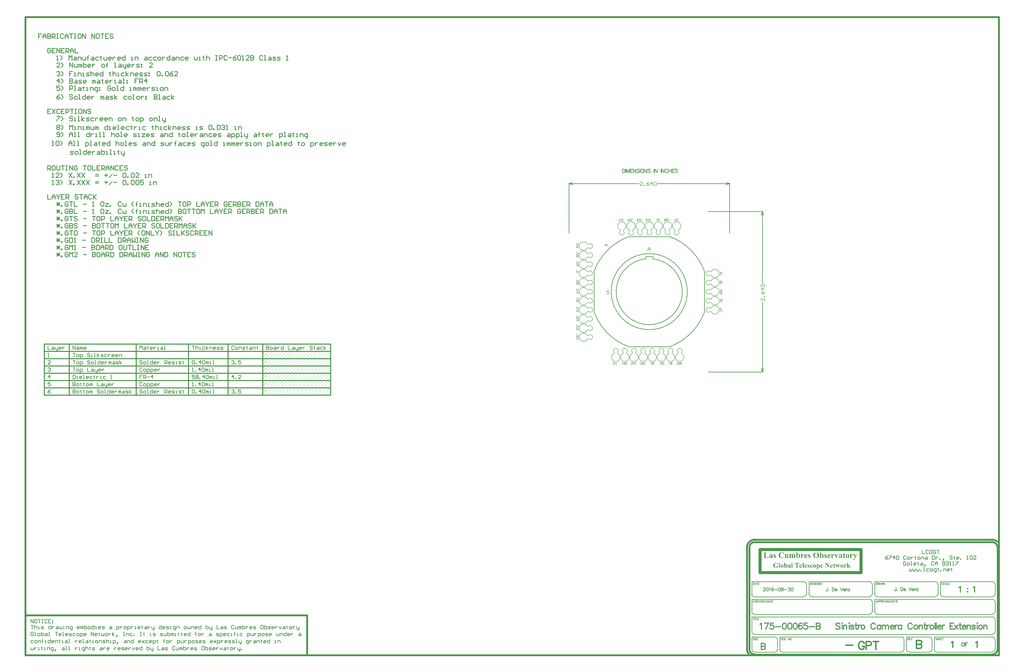
<source format=gto>
G04 Layer_Color=65535*
%FSLAX23Y23*%
%MOIN*%
G70*
G01*
G75*
%ADD10C,0.010*%
%ADD11C,0.008*%
%ADD12C,0.030*%
%ADD13C,0.050*%
%ADD14C,0.015*%
%ADD15C,0.001*%
%ADD16C,0.012*%
%ADD17C,0.006*%
%ADD18C,0.024*%
%ADD19C,0.018*%
%ADD20C,0.020*%
%ADD21C,0.016*%
%ADD26C,0.005*%
G36*
X2670Y-4488D02*
X2671D01*
X2671Y-4488D01*
X2673Y-4488D01*
X2675Y-4489D01*
X2677Y-4490D01*
X2679Y-4491D01*
X2681Y-4492D01*
X2681D01*
X2682Y-4492D01*
X2682Y-4493D01*
X2683Y-4494D01*
X2684Y-4495D01*
X2685Y-4496D01*
X2685Y-4497D01*
X2686Y-4499D01*
X2686Y-4500D01*
Y-4501D01*
Y-4501D01*
Y-4501D01*
X2686Y-4502D01*
X2686Y-4503D01*
X2686Y-4504D01*
X2685Y-4504D01*
X2685Y-4505D01*
X2684Y-4506D01*
X2684Y-4506D01*
X2684Y-4506D01*
X2683Y-4507D01*
X2683Y-4507D01*
X2682Y-4507D01*
X2681Y-4507D01*
X2680Y-4508D01*
X2679Y-4508D01*
X2679D01*
X2678Y-4508D01*
X2677Y-4507D01*
X2676Y-4507D01*
X2676Y-4507D01*
X2675Y-4506D01*
X2674Y-4506D01*
X2674Y-4506D01*
X2673Y-4505D01*
X2673Y-4505D01*
X2673Y-4504D01*
X2672Y-4503D01*
X2672Y-4502D01*
X2671Y-4500D01*
X2671Y-4498D01*
Y-4498D01*
X2671Y-4497D01*
X2671Y-4497D01*
X2671Y-4496D01*
X2670Y-4495D01*
X2670Y-4494D01*
X2670Y-4493D01*
X2669Y-4493D01*
X2669Y-4493D01*
X2669Y-4492D01*
X2668Y-4492D01*
X2667Y-4492D01*
X2667Y-4492D01*
X2666D01*
X2666Y-4492D01*
X2665Y-4492D01*
X2664Y-4492D01*
X2664Y-4493D01*
X2663Y-4494D01*
X2662Y-4495D01*
X2662Y-4495D01*
X2662Y-4495D01*
X2661Y-4496D01*
X2661Y-4498D01*
X2660Y-4500D01*
X2660Y-4502D01*
X2660Y-4503D01*
X2659Y-4504D01*
X2659Y-4506D01*
Y-4508D01*
Y-4508D01*
Y-4508D01*
Y-4508D01*
Y-4509D01*
X2659Y-4509D01*
Y-4510D01*
X2660Y-4512D01*
X2660Y-4514D01*
X2660Y-4517D01*
X2661Y-4519D01*
X2662Y-4522D01*
Y-4522D01*
X2662Y-4522D01*
X2662Y-4522D01*
X2662Y-4523D01*
X2662Y-4524D01*
X2663Y-4525D01*
X2664Y-4527D01*
X2665Y-4529D01*
X2666Y-4530D01*
X2668Y-4531D01*
X2668Y-4532D01*
X2668Y-4532D01*
X2669Y-4532D01*
X2670Y-4533D01*
X2671Y-4533D01*
X2672Y-4533D01*
X2674Y-4534D01*
X2675Y-4534D01*
X2676D01*
X2676Y-4534D01*
X2677Y-4534D01*
X2677Y-4533D01*
X2678Y-4533D01*
X2679Y-4533D01*
X2680Y-4532D01*
X2680Y-4532D01*
X2681Y-4532D01*
X2681Y-4532D01*
X2682Y-4531D01*
X2683Y-4531D01*
X2684Y-4530D01*
X2685Y-4529D01*
X2686Y-4528D01*
X2688Y-4529D01*
Y-4529D01*
X2687Y-4529D01*
X2687Y-4530D01*
X2687Y-4530D01*
X2686Y-4531D01*
X2685Y-4533D01*
X2684Y-4535D01*
X2682Y-4536D01*
X2681Y-4538D01*
X2679Y-4539D01*
X2678D01*
X2678Y-4539D01*
X2678Y-4540D01*
X2678Y-4540D01*
X2676Y-4540D01*
X2675Y-4541D01*
X2673Y-4542D01*
X2671Y-4542D01*
X2669Y-4542D01*
X2667Y-4543D01*
X2667D01*
X2666Y-4542D01*
X2665D01*
X2664Y-4542D01*
X2663Y-4542D01*
X2662Y-4542D01*
X2661Y-4542D01*
X2660Y-4541D01*
X2658Y-4541D01*
X2657Y-4540D01*
X2656Y-4539D01*
X2654Y-4538D01*
X2653Y-4537D01*
X2652Y-4536D01*
X2651Y-4535D01*
X2650Y-4535D01*
X2650Y-4535D01*
X2650Y-4534D01*
X2650Y-4534D01*
X2649Y-4533D01*
X2649Y-4532D01*
X2648Y-4531D01*
X2648Y-4530D01*
X2647Y-4528D01*
X2646Y-4527D01*
X2646Y-4525D01*
X2645Y-4524D01*
X2645Y-4522D01*
X2645Y-4520D01*
X2644Y-4518D01*
X2644Y-4516D01*
Y-4516D01*
Y-4516D01*
Y-4515D01*
X2644Y-4514D01*
X2645Y-4513D01*
X2645Y-4512D01*
X2645Y-4511D01*
X2645Y-4510D01*
X2646Y-4507D01*
X2647Y-4504D01*
X2647Y-4502D01*
X2648Y-4501D01*
X2649Y-4499D01*
X2650Y-4498D01*
X2650Y-4497D01*
X2650Y-4497D01*
X2651Y-4497D01*
X2651Y-4496D01*
X2652Y-4495D01*
X2653Y-4495D01*
X2654Y-4494D01*
X2655Y-4493D01*
X2656Y-4492D01*
X2657Y-4491D01*
X2659Y-4490D01*
X2661Y-4489D01*
X2662Y-4489D01*
X2664Y-4488D01*
X2666Y-4488D01*
X2669Y-4488D01*
X2669D01*
X2670Y-4488D01*
D02*
G37*
G36*
X2618D02*
X2619Y-4488D01*
X2620Y-4488D01*
X2622Y-4489D01*
X2623Y-4489D01*
X2625Y-4490D01*
X2625D01*
X2625Y-4490D01*
X2626Y-4490D01*
X2626Y-4491D01*
X2627Y-4491D01*
X2628D01*
X2628Y-4491D01*
X2629Y-4491D01*
X2629Y-4490D01*
X2629Y-4490D01*
X2629Y-4490D01*
X2630Y-4489D01*
X2630Y-4489D01*
X2631Y-4488D01*
X2633D01*
X2633Y-4506D01*
X2631D01*
Y-4506D01*
X2631Y-4505D01*
X2631Y-4505D01*
X2631Y-4504D01*
X2631Y-4504D01*
X2630Y-4503D01*
X2629Y-4501D01*
X2628Y-4500D01*
X2627Y-4498D01*
X2626Y-4496D01*
X2625Y-4496D01*
X2624Y-4495D01*
X2624Y-4495D01*
X2624Y-4495D01*
X2623Y-4494D01*
X2622Y-4494D01*
X2621Y-4493D01*
X2620Y-4492D01*
X2619Y-4492D01*
X2617Y-4492D01*
X2617D01*
X2617Y-4492D01*
X2616Y-4492D01*
X2615Y-4492D01*
X2615Y-4493D01*
X2614Y-4493D01*
X2614Y-4494D01*
X2613Y-4494D01*
X2613Y-4494D01*
X2613Y-4494D01*
X2613Y-4495D01*
X2612Y-4496D01*
X2612Y-4496D01*
X2612Y-4497D01*
Y-4497D01*
Y-4497D01*
X2612Y-4498D01*
X2612Y-4499D01*
X2613Y-4500D01*
X2613Y-4500D01*
X2613Y-4500D01*
X2614Y-4501D01*
X2615Y-4502D01*
X2616Y-4502D01*
X2616Y-4503D01*
X2617Y-4504D01*
X2618Y-4504D01*
X2619Y-4505D01*
X2620Y-4506D01*
X2621Y-4507D01*
X2623Y-4508D01*
X2623Y-4508D01*
X2623Y-4508D01*
X2624Y-4508D01*
X2624Y-4509D01*
X2625Y-4509D01*
X2626Y-4510D01*
X2627Y-4511D01*
X2629Y-4512D01*
X2631Y-4514D01*
X2632Y-4516D01*
X2633Y-4516D01*
X2634Y-4517D01*
X2634Y-4517D01*
X2634Y-4518D01*
X2634Y-4519D01*
X2635Y-4520D01*
X2635Y-4521D01*
X2636Y-4522D01*
X2636Y-4524D01*
X2636Y-4526D01*
Y-4526D01*
Y-4526D01*
X2636Y-4527D01*
X2636Y-4528D01*
X2636Y-4530D01*
X2635Y-4531D01*
X2635Y-4533D01*
X2634Y-4534D01*
X2634Y-4534D01*
X2634Y-4535D01*
X2633Y-4535D01*
X2632Y-4536D01*
X2632Y-4537D01*
X2631Y-4539D01*
X2629Y-4539D01*
X2628Y-4540D01*
X2628Y-4540D01*
X2627Y-4541D01*
X2626Y-4541D01*
X2625Y-4541D01*
X2624Y-4542D01*
X2623Y-4542D01*
X2621Y-4542D01*
X2619Y-4543D01*
X2619D01*
X2618Y-4542D01*
X2617Y-4542D01*
X2615Y-4542D01*
X2614Y-4542D01*
X2612Y-4541D01*
X2610Y-4540D01*
X2609D01*
X2609Y-4540D01*
X2609Y-4540D01*
X2608Y-4540D01*
X2607Y-4540D01*
X2607D01*
X2607Y-4540D01*
X2606Y-4540D01*
X2606Y-4540D01*
X2605Y-4541D01*
X2605Y-4541D01*
X2604Y-4542D01*
X2602D01*
X2601Y-4524D01*
X2603D01*
Y-4524D01*
X2604Y-4524D01*
X2604Y-4525D01*
X2604Y-4525D01*
X2604Y-4526D01*
X2604Y-4526D01*
X2605Y-4528D01*
X2606Y-4530D01*
X2607Y-4532D01*
X2609Y-4533D01*
X2610Y-4535D01*
X2610Y-4535D01*
X2611Y-4535D01*
X2612Y-4536D01*
X2613Y-4537D01*
X2614Y-4537D01*
X2615Y-4538D01*
X2617Y-4538D01*
X2618Y-4538D01*
X2619D01*
X2619Y-4538D01*
X2620Y-4538D01*
X2620Y-4538D01*
X2621Y-4538D01*
X2622Y-4537D01*
X2623Y-4537D01*
X2623Y-4537D01*
X2623Y-4537D01*
X2623Y-4536D01*
X2623Y-4536D01*
X2624Y-4535D01*
X2624Y-4534D01*
X2624Y-4534D01*
X2624Y-4533D01*
Y-4533D01*
Y-4532D01*
X2624Y-4532D01*
X2624Y-4531D01*
X2624Y-4531D01*
X2624Y-4530D01*
X2623Y-4529D01*
X2623Y-4528D01*
X2623Y-4528D01*
X2622Y-4528D01*
X2622Y-4528D01*
X2621Y-4527D01*
X2620Y-4526D01*
X2619Y-4525D01*
X2617Y-4524D01*
X2615Y-4522D01*
X2615Y-4522D01*
X2615Y-4522D01*
X2614Y-4522D01*
X2614Y-4522D01*
X2613Y-4521D01*
X2612Y-4520D01*
X2611Y-4519D01*
X2609Y-4518D01*
X2607Y-4516D01*
X2605Y-4515D01*
X2605Y-4514D01*
X2604Y-4514D01*
Y-4513D01*
X2604Y-4513D01*
X2604Y-4513D01*
X2603Y-4512D01*
X2603Y-4511D01*
X2602Y-4509D01*
X2601Y-4507D01*
X2601Y-4506D01*
X2601Y-4504D01*
Y-4503D01*
Y-4503D01*
Y-4503D01*
X2601Y-4502D01*
X2601Y-4501D01*
X2601Y-4500D01*
X2602Y-4498D01*
X2602Y-4496D01*
X2603Y-4495D01*
X2605Y-4493D01*
Y-4493D01*
X2605Y-4493D01*
X2606Y-4492D01*
X2606Y-4491D01*
X2608Y-4490D01*
X2610Y-4489D01*
X2611Y-4489D01*
X2614Y-4488D01*
X2615Y-4488D01*
X2617D01*
X2618Y-4488D01*
D02*
G37*
G36*
X3237D02*
X3238Y-4488D01*
X3239Y-4488D01*
X3240Y-4489D01*
X3241Y-4489D01*
X3241Y-4490D01*
X3241Y-4490D01*
X3242Y-4490D01*
X3242Y-4491D01*
X3242Y-4491D01*
X3243Y-4492D01*
X3243Y-4493D01*
X3243Y-4494D01*
X3243Y-4495D01*
Y-4496D01*
Y-4496D01*
X3243Y-4497D01*
X3243Y-4497D01*
X3243Y-4498D01*
X3242Y-4499D01*
X3242Y-4500D01*
X3241Y-4501D01*
X3241Y-4501D01*
X3241Y-4501D01*
X3241Y-4502D01*
X3240Y-4502D01*
X3240Y-4502D01*
X3239Y-4503D01*
X3238Y-4503D01*
X3237Y-4503D01*
X3237D01*
X3236Y-4503D01*
X3235Y-4503D01*
X3235Y-4503D01*
X3234Y-4502D01*
X3233Y-4502D01*
X3232Y-4501D01*
X3232Y-4501D01*
X3232Y-4501D01*
X3231Y-4501D01*
X3231Y-4500D01*
X3230Y-4499D01*
X3230Y-4499D01*
X3230Y-4499D01*
X3229Y-4499D01*
X3229Y-4499D01*
X3229Y-4499D01*
X3228Y-4499D01*
X3228D01*
X3228Y-4499D01*
X3227D01*
X3226Y-4499D01*
X3226Y-4499D01*
X3225Y-4500D01*
X3225Y-4500D01*
X3225Y-4500D01*
X3224Y-4501D01*
X3224Y-4501D01*
X3223Y-4502D01*
X3223Y-4503D01*
X3222Y-4504D01*
X3222Y-4505D01*
Y-4505D01*
X3222Y-4506D01*
X3222Y-4506D01*
X3222Y-4506D01*
X3221Y-4507D01*
X3221Y-4509D01*
X3221Y-4510D01*
X3220Y-4512D01*
X3220Y-4515D01*
X3220Y-4517D01*
Y-4529D01*
X3220Y-4532D01*
Y-4532D01*
Y-4532D01*
Y-4533D01*
Y-4534D01*
X3220Y-4535D01*
X3220Y-4536D01*
X3220Y-4536D01*
Y-4536D01*
X3221Y-4536D01*
X3221Y-4537D01*
X3222Y-4538D01*
X3222Y-4538D01*
X3223D01*
X3223Y-4538D01*
X3223Y-4539D01*
X3223Y-4539D01*
X3224Y-4539D01*
X3225Y-4539D01*
X3226Y-4539D01*
X3227Y-4539D01*
Y-4541D01*
X3199D01*
Y-4539D01*
X3199D01*
X3200Y-4539D01*
X3200D01*
X3201Y-4539D01*
X3202Y-4538D01*
X3203Y-4538D01*
X3204Y-4537D01*
X3204Y-4537D01*
X3204Y-4537D01*
X3204Y-4536D01*
X3204Y-4536D01*
X3204Y-4535D01*
X3205Y-4533D01*
X3205Y-4532D01*
X3205Y-4531D01*
Y-4530D01*
Y-4529D01*
Y-4500D01*
Y-4500D01*
Y-4500D01*
Y-4499D01*
X3205Y-4498D01*
Y-4497D01*
X3205Y-4496D01*
X3204Y-4495D01*
X3204Y-4495D01*
Y-4495D01*
X3204Y-4495D01*
X3204Y-4494D01*
X3203Y-4493D01*
X3203Y-4492D01*
X3202Y-4492D01*
X3202Y-4492D01*
X3202Y-4492D01*
X3201Y-4492D01*
X3201Y-4492D01*
X3200Y-4492D01*
X3199Y-4491D01*
Y-4489D01*
X3220D01*
Y-4501D01*
X3220Y-4501D01*
X3220Y-4501D01*
X3221Y-4501D01*
X3221Y-4500D01*
X3221Y-4499D01*
X3222Y-4499D01*
X3223Y-4497D01*
X3224Y-4495D01*
X3226Y-4493D01*
X3227Y-4492D01*
X3228Y-4491D01*
X3229Y-4491D01*
X3229Y-4491D01*
X3230Y-4490D01*
X3230Y-4490D01*
X3231Y-4489D01*
X3232Y-4489D01*
X3234Y-4488D01*
X3235Y-4488D01*
X3236Y-4488D01*
X3237D01*
X3237Y-4488D01*
D02*
G37*
G36*
X3270Y-4516D02*
X3282Y-4504D01*
X3282Y-4504D01*
X3282Y-4503D01*
X3283Y-4503D01*
X3284Y-4502D01*
X3284Y-4501D01*
X3285Y-4500D01*
X3286Y-4499D01*
X3286Y-4499D01*
Y-4499D01*
X3286Y-4498D01*
X3287Y-4498D01*
X3287Y-4498D01*
X3287Y-4497D01*
X3287Y-4496D01*
Y-4495D01*
Y-4495D01*
X3287Y-4495D01*
X3287Y-4494D01*
X3286Y-4493D01*
X3286Y-4493D01*
X3286D01*
X3286Y-4493D01*
X3285Y-4493D01*
X3285Y-4492D01*
X3284Y-4492D01*
X3283Y-4492D01*
X3283Y-4492D01*
X3281Y-4491D01*
Y-4489D01*
X3304D01*
Y-4491D01*
X3304D01*
X3303Y-4492D01*
X3302Y-4492D01*
X3301Y-4492D01*
X3301Y-4492D01*
X3299Y-4493D01*
X3299Y-4493D01*
X3298Y-4493D01*
X3298Y-4493D01*
X3297Y-4494D01*
X3296Y-4495D01*
X3295Y-4496D01*
X3294Y-4496D01*
X3293Y-4497D01*
X3292Y-4498D01*
X3291Y-4499D01*
X3290Y-4500D01*
X3289Y-4502D01*
X3283Y-4507D01*
X3295Y-4525D01*
X3295Y-4525D01*
X3296Y-4525D01*
X3296Y-4526D01*
X3296Y-4527D01*
X3297Y-4527D01*
X3298Y-4528D01*
X3299Y-4530D01*
X3301Y-4533D01*
X3301Y-4534D01*
X3302Y-4535D01*
X3303Y-4535D01*
X3303Y-4536D01*
X3304Y-4537D01*
X3304Y-4537D01*
X3304Y-4537D01*
X3304Y-4537D01*
X3305Y-4538D01*
X3305Y-4538D01*
X3306Y-4538D01*
X3307Y-4539D01*
X3308Y-4539D01*
X3309Y-4539D01*
Y-4541D01*
X3282D01*
Y-4539D01*
X3282D01*
X3283Y-4539D01*
X3284Y-4539D01*
X3285Y-4538D01*
X3285Y-4538D01*
X3285Y-4538D01*
X3285Y-4538D01*
X3286Y-4537D01*
Y-4537D01*
Y-4537D01*
X3285Y-4536D01*
X3285Y-4536D01*
X3285Y-4535D01*
X3284Y-4534D01*
X3284Y-4533D01*
X3283Y-4532D01*
X3273Y-4517D01*
X3270Y-4521D01*
Y-4530D01*
Y-4530D01*
Y-4530D01*
Y-4530D01*
Y-4531D01*
X3270Y-4532D01*
Y-4533D01*
X3270Y-4534D01*
X3270Y-4535D01*
X3270Y-4537D01*
X3270Y-4537D01*
X3271Y-4537D01*
X3271Y-4537D01*
X3271Y-4537D01*
X3271Y-4538D01*
X3272Y-4538D01*
X3272Y-4538D01*
X3273Y-4539D01*
X3274Y-4539D01*
X3275Y-4539D01*
Y-4541D01*
X3249D01*
Y-4539D01*
X3249D01*
X3249Y-4539D01*
X3250Y-4539D01*
X3250Y-4539D01*
X3251Y-4538D01*
X3252Y-4538D01*
X3253Y-4538D01*
X3253Y-4537D01*
Y-4537D01*
X3253Y-4537D01*
X3254Y-4536D01*
X3254Y-4536D01*
X3254Y-4535D01*
X3254Y-4534D01*
X3254Y-4532D01*
Y-4531D01*
Y-4530D01*
Y-4477D01*
Y-4477D01*
Y-4477D01*
Y-4477D01*
Y-4476D01*
Y-4476D01*
X3254Y-4474D01*
X3254Y-4473D01*
X3254Y-4472D01*
X3253Y-4471D01*
X3253Y-4471D01*
X3253Y-4470D01*
Y-4470D01*
X3253Y-4470D01*
X3253Y-4470D01*
X3252Y-4469D01*
X3252Y-4469D01*
X3251Y-4469D01*
X3250Y-4468D01*
X3249Y-4468D01*
Y-4466D01*
X3270D01*
Y-4516D01*
D02*
G37*
G36*
X3137Y-4491D02*
X3137D01*
X3137Y-4492D01*
X3136Y-4492D01*
X3136Y-4492D01*
X3134Y-4492D01*
X3133Y-4493D01*
X3133Y-4493D01*
X3133Y-4494D01*
X3133Y-4494D01*
X3132Y-4495D01*
X3132Y-4496D01*
X3131Y-4497D01*
X3131Y-4498D01*
X3130Y-4499D01*
X3130Y-4500D01*
X3129Y-4502D01*
X3115Y-4543D01*
X3112D01*
X3098Y-4505D01*
X3084Y-4543D01*
X3081D01*
X3067Y-4505D01*
Y-4505D01*
X3067Y-4505D01*
X3067Y-4504D01*
X3067Y-4504D01*
X3066Y-4503D01*
X3066Y-4502D01*
X3065Y-4501D01*
X3065Y-4499D01*
X3064Y-4497D01*
X3063Y-4495D01*
X3062Y-4495D01*
X3062Y-4494D01*
X3062Y-4494D01*
X3062Y-4494D01*
X3061Y-4493D01*
X3061Y-4493D01*
X3060Y-4493D01*
X3060Y-4492D01*
X3059Y-4492D01*
X3058Y-4491D01*
Y-4489D01*
X3084D01*
Y-4491D01*
X3083D01*
X3082Y-4492D01*
X3081Y-4492D01*
X3081Y-4492D01*
X3080Y-4492D01*
X3080Y-4492D01*
X3080Y-4493D01*
X3079Y-4493D01*
X3079Y-4494D01*
Y-4494D01*
X3079Y-4495D01*
X3079Y-4495D01*
X3080Y-4496D01*
X3080Y-4497D01*
X3080Y-4498D01*
X3081Y-4500D01*
X3088Y-4520D01*
X3096Y-4500D01*
X3095Y-4498D01*
X3095Y-4498D01*
X3095Y-4498D01*
X3095Y-4497D01*
X3094Y-4496D01*
X3094Y-4495D01*
X3093Y-4494D01*
X3093Y-4494D01*
X3092Y-4493D01*
X3092Y-4493D01*
X3092Y-4493D01*
X3092Y-4493D01*
X3091Y-4492D01*
X3091Y-4492D01*
X3090Y-4492D01*
X3090Y-4492D01*
X3089Y-4491D01*
Y-4489D01*
X3115D01*
Y-4491D01*
X3114D01*
X3114Y-4492D01*
X3113Y-4492D01*
X3112Y-4492D01*
X3111Y-4492D01*
X3111Y-4492D01*
X3111Y-4492D01*
X3111Y-4493D01*
X3110Y-4494D01*
X3110Y-4494D01*
Y-4494D01*
Y-4495D01*
X3110Y-4495D01*
X3110Y-4495D01*
X3111Y-4496D01*
X3111Y-4497D01*
X3111Y-4498D01*
X3112Y-4500D01*
X3119Y-4520D01*
X3126Y-4501D01*
X3126Y-4501D01*
X3126Y-4501D01*
X3126Y-4500D01*
X3126Y-4499D01*
X3127Y-4497D01*
X3127Y-4497D01*
X3127Y-4496D01*
Y-4496D01*
Y-4496D01*
Y-4495D01*
X3127Y-4495D01*
X3127Y-4494D01*
X3126Y-4493D01*
X3126Y-4493D01*
X3126Y-4493D01*
X3125Y-4492D01*
X3125Y-4492D01*
X3124Y-4492D01*
X3124Y-4492D01*
X3123Y-4492D01*
X3122Y-4491D01*
Y-4489D01*
X3137D01*
Y-4491D01*
D02*
G37*
G36*
X2966Y-4468D02*
X2966D01*
X2966Y-4468D01*
X2965Y-4468D01*
X2964Y-4469D01*
X2963Y-4469D01*
X2962Y-4469D01*
X2961Y-4469D01*
X2960Y-4470D01*
X2960D01*
X2960Y-4470D01*
X2959Y-4471D01*
X2959Y-4471D01*
X2958Y-4472D01*
X2958Y-4472D01*
X2958Y-4473D01*
Y-4473D01*
X2957Y-4473D01*
X2957Y-4474D01*
X2957Y-4475D01*
X2957Y-4476D01*
X2957Y-4477D01*
X2957Y-4479D01*
Y-4481D01*
Y-4543D01*
X2955D01*
X2904Y-4480D01*
Y-4528D01*
Y-4528D01*
Y-4528D01*
Y-4529D01*
Y-4529D01*
X2905Y-4530D01*
X2905Y-4532D01*
X2905Y-4533D01*
X2906Y-4534D01*
X2906Y-4536D01*
X2907Y-4537D01*
X2907Y-4537D01*
X2908Y-4537D01*
X2908Y-4538D01*
X2909Y-4538D01*
X2910Y-4538D01*
X2911Y-4539D01*
X2913Y-4539D01*
X2914Y-4539D01*
X2916D01*
Y-4541D01*
X2889D01*
Y-4539D01*
X2890D01*
X2891Y-4539D01*
X2893Y-4539D01*
X2894Y-4538D01*
X2896Y-4538D01*
X2897Y-4537D01*
X2898Y-4537D01*
X2898Y-4536D01*
X2898Y-4536D01*
X2899Y-4535D01*
X2899Y-4535D01*
X2900Y-4533D01*
X2900Y-4532D01*
X2900Y-4530D01*
X2900Y-4528D01*
Y-4475D01*
X2899Y-4473D01*
X2899Y-4473D01*
X2898Y-4473D01*
X2898Y-4472D01*
X2897Y-4472D01*
X2896Y-4470D01*
X2895Y-4470D01*
X2895Y-4469D01*
X2894D01*
X2894Y-4469D01*
X2894Y-4469D01*
X2893Y-4469D01*
X2892Y-4469D01*
X2892Y-4469D01*
X2891Y-4468D01*
X2889Y-4468D01*
Y-4466D01*
X2916D01*
X2953Y-4512D01*
Y-4481D01*
Y-4480D01*
Y-4480D01*
Y-4480D01*
Y-4479D01*
X2953Y-4478D01*
X2952Y-4477D01*
X2952Y-4475D01*
X2952Y-4474D01*
X2951Y-4472D01*
X2951Y-4471D01*
X2951Y-4471D01*
X2950Y-4471D01*
X2950Y-4470D01*
X2949Y-4470D01*
X2947Y-4469D01*
X2946Y-4469D01*
X2944Y-4468D01*
X2942Y-4468D01*
Y-4466D01*
X2966D01*
Y-4468D01*
D02*
G37*
G36*
X2746Y-4290D02*
X2748Y-4290D01*
X2750Y-4290D01*
X2752Y-4291D01*
X2755Y-4291D01*
X2758Y-4292D01*
X2760Y-4293D01*
X2763Y-4294D01*
X2766Y-4295D01*
X2769Y-4296D01*
X2772Y-4298D01*
X2775Y-4300D01*
X2777Y-4303D01*
X2777Y-4303D01*
X2778Y-4303D01*
X2779Y-4304D01*
X2779Y-4305D01*
X2780Y-4306D01*
X2782Y-4308D01*
X2783Y-4310D01*
X2784Y-4312D01*
X2785Y-4314D01*
X2787Y-4316D01*
X2788Y-4319D01*
X2789Y-4322D01*
X2790Y-4325D01*
X2790Y-4329D01*
X2791Y-4332D01*
X2791Y-4336D01*
Y-4336D01*
Y-4337D01*
Y-4337D01*
X2791Y-4339D01*
X2791Y-4340D01*
X2790Y-4342D01*
X2790Y-4344D01*
X2790Y-4346D01*
X2789Y-4348D01*
X2788Y-4351D01*
X2788Y-4353D01*
X2787Y-4356D01*
X2785Y-4358D01*
X2784Y-4361D01*
X2783Y-4363D01*
X2781Y-4366D01*
X2781Y-4366D01*
X2780Y-4367D01*
X2779Y-4367D01*
X2778Y-4368D01*
X2777Y-4370D01*
X2775Y-4371D01*
X2773Y-4373D01*
X2771Y-4374D01*
X2769Y-4376D01*
X2766Y-4378D01*
X2763Y-4379D01*
X2759Y-4380D01*
X2756Y-4381D01*
X2752Y-4382D01*
X2748Y-4383D01*
X2743Y-4383D01*
X2742D01*
X2741Y-4383D01*
X2739Y-4383D01*
X2737Y-4382D01*
X2735Y-4382D01*
X2732Y-4382D01*
X2730Y-4381D01*
X2727Y-4380D01*
X2724Y-4379D01*
X2721Y-4378D01*
X2717Y-4376D01*
X2714Y-4374D01*
X2711Y-4372D01*
X2709Y-4369D01*
X2706Y-4367D01*
X2706Y-4366D01*
X2705Y-4366D01*
X2705Y-4365D01*
X2704Y-4364D01*
X2704Y-4363D01*
X2703Y-4362D01*
X2702Y-4360D01*
X2701Y-4358D01*
X2700Y-4356D01*
X2699Y-4353D01*
X2698Y-4351D01*
X2697Y-4348D01*
X2697Y-4345D01*
X2696Y-4342D01*
X2696Y-4339D01*
X2696Y-4336D01*
Y-4336D01*
Y-4335D01*
X2696Y-4334D01*
X2696Y-4332D01*
X2696Y-4331D01*
X2696Y-4329D01*
X2697Y-4327D01*
X2697Y-4324D01*
X2698Y-4322D01*
X2699Y-4319D01*
X2700Y-4316D01*
X2701Y-4313D01*
X2703Y-4311D01*
X2705Y-4308D01*
X2707Y-4305D01*
X2709Y-4303D01*
X2709Y-4302D01*
X2710Y-4302D01*
X2710Y-4301D01*
X2712Y-4300D01*
X2713Y-4299D01*
X2714Y-4298D01*
X2716Y-4297D01*
X2718Y-4296D01*
X2721Y-4295D01*
X2723Y-4294D01*
X2726Y-4293D01*
X2729Y-4292D01*
X2732Y-4291D01*
X2735Y-4290D01*
X2739Y-4290D01*
X2745D01*
X2746Y-4290D01*
D02*
G37*
G36*
X2437Y-4325D02*
X2437Y-4325D01*
X2437Y-4325D01*
X2437Y-4325D01*
X2438Y-4324D01*
X2439Y-4323D01*
X2440Y-4323D01*
X2441Y-4322D01*
X2442Y-4321D01*
X2444Y-4320D01*
X2447Y-4318D01*
X2449Y-4318D01*
X2450Y-4318D01*
X2452Y-4317D01*
X2454Y-4317D01*
X2455D01*
X2456Y-4317D01*
X2458Y-4318D01*
X2459Y-4318D01*
X2461Y-4319D01*
X2463Y-4320D01*
X2466Y-4321D01*
X2466D01*
X2466Y-4321D01*
X2466Y-4322D01*
X2468Y-4322D01*
X2469Y-4324D01*
X2470Y-4325D01*
X2472Y-4327D01*
X2473Y-4329D01*
X2474Y-4332D01*
Y-4332D01*
X2474Y-4332D01*
X2475Y-4332D01*
X2475Y-4333D01*
X2475Y-4334D01*
X2475Y-4334D01*
X2476Y-4336D01*
X2477Y-4339D01*
X2477Y-4341D01*
X2477Y-4344D01*
X2478Y-4348D01*
Y-4348D01*
Y-4348D01*
Y-4349D01*
Y-4349D01*
X2477Y-4350D01*
X2477Y-4351D01*
X2477Y-4352D01*
X2477Y-4354D01*
X2477Y-4356D01*
X2476Y-4360D01*
X2475Y-4363D01*
X2473Y-4366D01*
Y-4366D01*
X2473Y-4366D01*
X2473Y-4367D01*
X2473Y-4367D01*
X2472Y-4369D01*
X2471Y-4371D01*
X2469Y-4373D01*
X2467Y-4375D01*
X2465Y-4377D01*
X2463Y-4379D01*
X2463D01*
X2462Y-4379D01*
X2462Y-4379D01*
X2462Y-4379D01*
X2461Y-4380D01*
X2460Y-4380D01*
X2458Y-4381D01*
X2456Y-4381D01*
X2453Y-4382D01*
X2450Y-4383D01*
X2447Y-4383D01*
X2446D01*
X2446Y-4383D01*
X2444Y-4383D01*
X2443Y-4382D01*
X2441Y-4382D01*
X2440Y-4382D01*
X2438Y-4381D01*
X2438Y-4381D01*
X2438Y-4381D01*
X2437Y-4381D01*
X2436Y-4380D01*
X2435Y-4379D01*
X2434Y-4379D01*
X2432Y-4377D01*
X2431Y-4376D01*
X2420Y-4383D01*
X2418D01*
Y-4304D01*
Y-4304D01*
Y-4304D01*
Y-4303D01*
Y-4302D01*
Y-4301D01*
X2418Y-4300D01*
X2418Y-4299D01*
X2418Y-4298D01*
X2418Y-4297D01*
Y-4297D01*
X2418Y-4297D01*
X2417Y-4296D01*
X2417Y-4295D01*
X2416Y-4295D01*
X2415Y-4295D01*
X2415Y-4294D01*
X2415Y-4294D01*
X2414Y-4294D01*
X2413Y-4294D01*
X2412Y-4294D01*
X2411Y-4294D01*
Y-4291D01*
X2437D01*
Y-4325D01*
D02*
G37*
G36*
X2578Y-4317D02*
X2579Y-4317D01*
X2580Y-4318D01*
X2582Y-4318D01*
X2585Y-4319D01*
X2586Y-4320D01*
X2588Y-4320D01*
X2589Y-4321D01*
X2590Y-4322D01*
X2592Y-4324D01*
X2593Y-4325D01*
X2593Y-4325D01*
X2593Y-4325D01*
X2594Y-4326D01*
X2594Y-4326D01*
X2595Y-4327D01*
X2595Y-4328D01*
X2596Y-4329D01*
X2597Y-4331D01*
X2597Y-4332D01*
X2598Y-4334D01*
X2599Y-4336D01*
X2599Y-4338D01*
X2600Y-4340D01*
X2600Y-4342D01*
X2600Y-4345D01*
X2601Y-4348D01*
X2567D01*
Y-4348D01*
Y-4348D01*
X2567Y-4349D01*
Y-4350D01*
X2567Y-4351D01*
X2567Y-4352D01*
X2567Y-4353D01*
X2568Y-4355D01*
X2568Y-4358D01*
X2570Y-4361D01*
X2571Y-4364D01*
X2572Y-4366D01*
X2573Y-4367D01*
X2573Y-4368D01*
X2574Y-4368D01*
X2575Y-4369D01*
X2576Y-4370D01*
X2578Y-4371D01*
X2580Y-4372D01*
X2582Y-4373D01*
X2583Y-4373D01*
X2584Y-4373D01*
X2585D01*
X2586Y-4373D01*
X2586Y-4373D01*
X2588Y-4372D01*
X2589Y-4372D01*
X2590Y-4371D01*
X2591Y-4371D01*
X2591Y-4371D01*
X2592Y-4370D01*
X2593Y-4370D01*
X2593Y-4369D01*
X2594Y-4368D01*
X2596Y-4366D01*
X2597Y-4365D01*
X2598Y-4363D01*
X2601Y-4364D01*
Y-4364D01*
X2600Y-4365D01*
X2600Y-4365D01*
X2600Y-4366D01*
X2599Y-4367D01*
X2599Y-4368D01*
X2597Y-4370D01*
X2596Y-4372D01*
X2594Y-4374D01*
X2592Y-4377D01*
X2590Y-4378D01*
X2589Y-4379D01*
X2589D01*
X2589Y-4379D01*
X2589Y-4379D01*
X2588Y-4379D01*
X2587Y-4380D01*
X2585Y-4381D01*
X2583Y-4381D01*
X2581Y-4382D01*
X2578Y-4383D01*
X2575Y-4383D01*
X2575D01*
X2574Y-4383D01*
X2573D01*
X2572Y-4382D01*
X2571Y-4382D01*
X2569Y-4382D01*
X2568Y-4381D01*
X2566Y-4381D01*
X2564Y-4380D01*
X2562Y-4379D01*
X2561Y-4378D01*
X2559Y-4377D01*
X2557Y-4376D01*
X2556Y-4374D01*
X2554Y-4372D01*
Y-4372D01*
X2554Y-4372D01*
X2554Y-4371D01*
X2554Y-4371D01*
X2553Y-4370D01*
X2553Y-4369D01*
X2552Y-4368D01*
X2552Y-4366D01*
X2551Y-4365D01*
X2551Y-4363D01*
X2550Y-4362D01*
X2550Y-4360D01*
X2549Y-4356D01*
X2549Y-4353D01*
X2549Y-4351D01*
Y-4351D01*
Y-4350D01*
Y-4350D01*
X2549Y-4348D01*
X2549Y-4347D01*
X2549Y-4346D01*
X2550Y-4344D01*
X2550Y-4342D01*
X2551Y-4338D01*
X2551Y-4336D01*
X2552Y-4334D01*
X2553Y-4332D01*
X2554Y-4330D01*
X2556Y-4328D01*
X2557Y-4326D01*
X2557Y-4326D01*
X2557Y-4326D01*
X2558Y-4326D01*
X2559Y-4325D01*
X2559Y-4324D01*
X2560Y-4324D01*
X2561Y-4323D01*
X2563Y-4322D01*
X2564Y-4321D01*
X2566Y-4320D01*
X2569Y-4319D01*
X2571Y-4318D01*
X2573Y-4318D01*
X2575Y-4317D01*
X2577Y-4317D01*
X2578D01*
X2578Y-4317D01*
D02*
G37*
G36*
X2786Y-4488D02*
X2787Y-4488D01*
X2788Y-4488D01*
X2790Y-4489D01*
X2791Y-4489D01*
X2793Y-4490D01*
X2795Y-4492D01*
X2795D01*
X2795Y-4492D01*
X2796Y-4492D01*
X2797Y-4493D01*
X2798Y-4494D01*
X2799Y-4496D01*
X2800Y-4497D01*
X2801Y-4499D01*
X2802Y-4501D01*
Y-4502D01*
X2802Y-4502D01*
X2802Y-4502D01*
X2803Y-4503D01*
X2803Y-4503D01*
X2803Y-4504D01*
X2803Y-4506D01*
X2804Y-4508D01*
X2804Y-4510D01*
X2804Y-4512D01*
X2805Y-4515D01*
Y-4515D01*
Y-4515D01*
Y-4516D01*
Y-4516D01*
X2804Y-4517D01*
Y-4518D01*
X2804Y-4520D01*
X2804Y-4522D01*
X2803Y-4524D01*
X2803Y-4527D01*
X2802Y-4529D01*
Y-4529D01*
X2802Y-4530D01*
X2802Y-4530D01*
X2802Y-4530D01*
X2801Y-4532D01*
X2800Y-4533D01*
X2799Y-4535D01*
X2798Y-4536D01*
X2796Y-4538D01*
X2795Y-4539D01*
X2794Y-4539D01*
X2794Y-4540D01*
X2793Y-4540D01*
X2792Y-4541D01*
X2790Y-4542D01*
X2788Y-4542D01*
X2786Y-4542D01*
X2784Y-4543D01*
X2783D01*
X2783Y-4542D01*
X2782Y-4542D01*
X2780Y-4542D01*
X2779Y-4542D01*
X2778Y-4541D01*
X2776Y-4541D01*
X2776Y-4541D01*
X2776Y-4540D01*
X2775Y-4540D01*
X2774Y-4540D01*
X2774Y-4539D01*
X2773Y-4538D01*
X2772Y-4537D01*
X2770Y-4536D01*
Y-4555D01*
Y-4555D01*
Y-4556D01*
Y-4556D01*
X2771Y-4557D01*
X2771Y-4559D01*
X2771Y-4560D01*
X2771Y-4560D01*
Y-4560D01*
X2771Y-4561D01*
X2772Y-4561D01*
X2772Y-4562D01*
X2773Y-4562D01*
X2773D01*
X2773Y-4563D01*
X2774Y-4563D01*
X2774Y-4563D01*
X2775Y-4563D01*
X2776Y-4563D01*
X2777Y-4563D01*
X2778D01*
Y-4565D01*
X2749D01*
Y-4563D01*
X2749D01*
X2749Y-4563D01*
X2750Y-4563D01*
X2751Y-4563D01*
X2752Y-4563D01*
X2752Y-4562D01*
X2753Y-4562D01*
X2754Y-4561D01*
X2754Y-4561D01*
X2754Y-4561D01*
X2754Y-4560D01*
X2755Y-4560D01*
X2755Y-4559D01*
X2755Y-4558D01*
X2755Y-4556D01*
Y-4555D01*
Y-4500D01*
Y-4500D01*
Y-4500D01*
Y-4499D01*
X2755Y-4498D01*
X2755Y-4497D01*
X2755Y-4496D01*
X2755Y-4495D01*
X2754Y-4494D01*
X2754Y-4493D01*
X2754Y-4493D01*
X2753Y-4493D01*
X2753Y-4493D01*
X2753Y-4492D01*
X2752Y-4492D01*
X2751Y-4492D01*
X2750Y-4492D01*
X2749Y-4491D01*
Y-4489D01*
X2770D01*
Y-4496D01*
X2771Y-4496D01*
X2771Y-4496D01*
X2771Y-4495D01*
X2772Y-4494D01*
X2773Y-4493D01*
X2774Y-4492D01*
X2775Y-4491D01*
X2776Y-4491D01*
X2776Y-4491D01*
X2777Y-4490D01*
X2777Y-4490D01*
X2778Y-4489D01*
X2780Y-4489D01*
X2781Y-4488D01*
X2783Y-4488D01*
X2785Y-4488D01*
X2785D01*
X2786Y-4488D01*
D02*
G37*
G36*
X2461Y-4486D02*
X2459D01*
Y-4486D01*
X2459Y-4486D01*
X2459Y-4486D01*
X2459Y-4485D01*
X2458Y-4484D01*
X2458Y-4483D01*
X2457Y-4481D01*
X2456Y-4479D01*
X2456Y-4478D01*
X2455Y-4476D01*
X2455Y-4476D01*
X2455Y-4476D01*
X2454Y-4475D01*
X2453Y-4475D01*
X2453Y-4474D01*
X2451Y-4473D01*
X2450Y-4472D01*
X2449Y-4472D01*
X2449D01*
X2449Y-4471D01*
X2448Y-4471D01*
X2447Y-4471D01*
X2446Y-4471D01*
X2445Y-4471D01*
X2443Y-4471D01*
X2436D01*
Y-4528D01*
Y-4528D01*
Y-4528D01*
Y-4529D01*
Y-4529D01*
Y-4530D01*
X2436Y-4531D01*
Y-4533D01*
X2436Y-4534D01*
X2437Y-4535D01*
X2437Y-4535D01*
Y-4536D01*
X2437Y-4536D01*
X2437Y-4536D01*
X2438Y-4537D01*
X2439Y-4538D01*
X2439Y-4538D01*
X2439D01*
X2440Y-4538D01*
X2440Y-4538D01*
X2441Y-4539D01*
X2441Y-4539D01*
X2442Y-4539D01*
X2443Y-4539D01*
X2447D01*
Y-4541D01*
X2408D01*
Y-4539D01*
X2411D01*
X2411Y-4539D01*
X2412D01*
X2414Y-4539D01*
X2414Y-4538D01*
X2415Y-4538D01*
X2415D01*
X2415Y-4538D01*
X2416Y-4537D01*
X2417Y-4536D01*
X2417Y-4536D01*
X2418Y-4535D01*
Y-4535D01*
X2418Y-4535D01*
X2418Y-4535D01*
X2418Y-4534D01*
X2418Y-4533D01*
X2418Y-4532D01*
X2418Y-4530D01*
Y-4528D01*
Y-4471D01*
X2412D01*
X2411Y-4471D01*
X2410Y-4471D01*
X2408Y-4471D01*
X2407Y-4471D01*
X2405Y-4472D01*
X2403Y-4473D01*
X2402Y-4474D01*
X2402Y-4474D01*
X2401Y-4475D01*
X2400Y-4476D01*
X2399Y-4477D01*
X2398Y-4479D01*
X2397Y-4481D01*
X2396Y-4484D01*
X2396Y-4486D01*
X2394D01*
Y-4466D01*
X2461D01*
Y-4486D01*
D02*
G37*
G36*
X2113Y-4491D02*
X2111D01*
Y-4491D01*
X2111Y-4490D01*
X2111Y-4490D01*
X2110Y-4489D01*
X2110Y-4488D01*
X2110Y-4487D01*
X2109Y-4486D01*
X2108Y-4485D01*
X2107Y-4482D01*
X2105Y-4479D01*
X2103Y-4477D01*
X2101Y-4476D01*
X2100Y-4475D01*
X2100Y-4474D01*
X2100Y-4474D01*
X2099Y-4474D01*
X2099Y-4474D01*
X2098Y-4473D01*
X2097Y-4473D01*
X2096Y-4472D01*
X2095Y-4472D01*
X2093Y-4471D01*
X2090Y-4470D01*
X2087Y-4469D01*
X2086Y-4469D01*
X2084Y-4469D01*
X2083D01*
X2083Y-4469D01*
X2082D01*
X2081Y-4469D01*
X2079Y-4470D01*
X2077Y-4470D01*
X2074Y-4471D01*
X2072Y-4472D01*
X2071Y-4473D01*
X2070Y-4474D01*
X2070D01*
X2070Y-4474D01*
X2069Y-4474D01*
X2069Y-4475D01*
X2069Y-4475D01*
X2068Y-4476D01*
X2067Y-4477D01*
X2065Y-4479D01*
X2064Y-4481D01*
X2063Y-4484D01*
X2062Y-4487D01*
Y-4487D01*
X2062Y-4487D01*
X2062Y-4488D01*
X2062Y-4488D01*
X2061Y-4489D01*
X2061Y-4490D01*
X2061Y-4491D01*
X2061Y-4492D01*
X2060Y-4495D01*
X2060Y-4498D01*
X2060Y-4501D01*
X2060Y-4504D01*
Y-4504D01*
Y-4505D01*
Y-4505D01*
Y-4506D01*
X2060Y-4507D01*
Y-4508D01*
X2060Y-4509D01*
X2060Y-4510D01*
X2060Y-4513D01*
X2061Y-4517D01*
X2061Y-4520D01*
X2062Y-4523D01*
Y-4523D01*
X2062Y-4523D01*
X2062Y-4524D01*
X2063Y-4524D01*
X2063Y-4525D01*
X2063Y-4526D01*
X2064Y-4527D01*
X2065Y-4529D01*
X2067Y-4531D01*
X2068Y-4533D01*
X2070Y-4535D01*
X2070D01*
X2071Y-4535D01*
X2071Y-4535D01*
X2071Y-4535D01*
X2072Y-4536D01*
X2073Y-4536D01*
X2074Y-4537D01*
X2076Y-4537D01*
X2078Y-4538D01*
X2081Y-4538D01*
X2084Y-4539D01*
X2085D01*
X2085Y-4538D01*
X2086D01*
X2087Y-4538D01*
X2089Y-4538D01*
X2089D01*
X2090Y-4538D01*
X2090Y-4538D01*
X2091Y-4538D01*
X2092Y-4537D01*
X2093Y-4537D01*
X2095Y-4536D01*
Y-4521D01*
Y-4521D01*
Y-4520D01*
Y-4519D01*
X2095Y-4518D01*
Y-4517D01*
X2095Y-4517D01*
X2095Y-4516D01*
X2095Y-4515D01*
Y-4515D01*
X2094Y-4515D01*
X2094Y-4514D01*
X2094Y-4514D01*
X2093Y-4514D01*
X2093Y-4513D01*
X2092Y-4513D01*
X2092Y-4513D01*
X2092Y-4513D01*
X2091Y-4512D01*
X2091Y-4512D01*
X2090Y-4512D01*
X2089Y-4512D01*
X2088Y-4512D01*
X2085D01*
Y-4510D01*
X2122D01*
Y-4512D01*
X2122D01*
X2121Y-4512D01*
X2121D01*
X2120Y-4512D01*
X2118Y-4512D01*
X2117Y-4513D01*
X2116Y-4513D01*
X2116D01*
X2116Y-4513D01*
X2115Y-4514D01*
X2114Y-4514D01*
X2114Y-4515D01*
X2114Y-4516D01*
X2113Y-4516D01*
Y-4516D01*
X2113Y-4517D01*
X2113Y-4517D01*
Y-4518D01*
X2113Y-4519D01*
Y-4521D01*
Y-4536D01*
X2113D01*
X2113Y-4536D01*
X2112Y-4537D01*
X2112Y-4537D01*
X2111Y-4537D01*
X2110Y-4537D01*
X2110Y-4538D01*
X2109Y-4538D01*
X2106Y-4539D01*
X2104Y-4540D01*
X2101Y-4540D01*
X2098Y-4541D01*
X2098D01*
X2098Y-4541D01*
X2097D01*
X2097Y-4541D01*
X2096Y-4541D01*
X2095Y-4542D01*
X2094Y-4542D01*
X2093Y-4542D01*
X2091Y-4542D01*
X2088Y-4542D01*
X2085Y-4543D01*
X2082Y-4543D01*
X2080D01*
X2079Y-4543D01*
X2078D01*
X2077Y-4542D01*
X2076Y-4542D01*
X2073Y-4542D01*
X2070Y-4542D01*
X2067Y-4541D01*
X2064Y-4540D01*
X2064D01*
X2064Y-4540D01*
X2064Y-4540D01*
X2063Y-4539D01*
X2063Y-4539D01*
X2062Y-4539D01*
X2060Y-4538D01*
X2058Y-4537D01*
X2056Y-4535D01*
X2054Y-4534D01*
X2052Y-4532D01*
X2052Y-4532D01*
X2052Y-4532D01*
X2051Y-4531D01*
X2050Y-4530D01*
X2049Y-4529D01*
X2048Y-4528D01*
X2046Y-4526D01*
X2045Y-4524D01*
X2044Y-4522D01*
Y-4522D01*
X2043Y-4521D01*
X2043Y-4521D01*
X2043Y-4520D01*
X2043Y-4520D01*
X2042Y-4519D01*
X2042Y-4518D01*
X2042Y-4517D01*
X2041Y-4515D01*
X2041Y-4514D01*
X2040Y-4511D01*
X2040Y-4508D01*
X2040Y-4505D01*
Y-4504D01*
Y-4504D01*
X2040Y-4503D01*
X2040Y-4502D01*
X2040Y-4500D01*
X2040Y-4499D01*
X2041Y-4497D01*
X2041Y-4495D01*
X2042Y-4493D01*
X2043Y-4490D01*
X2044Y-4488D01*
X2045Y-4486D01*
X2046Y-4483D01*
X2048Y-4481D01*
X2050Y-4478D01*
X2052Y-4476D01*
X2052Y-4476D01*
X2052Y-4476D01*
X2053Y-4475D01*
X2054Y-4474D01*
X2055Y-4474D01*
X2056Y-4473D01*
X2058Y-4471D01*
X2060Y-4470D01*
X2062Y-4469D01*
X2064Y-4468D01*
X2067Y-4467D01*
X2069Y-4466D01*
X2072Y-4466D01*
X2075Y-4465D01*
X2078Y-4465D01*
X2082Y-4465D01*
X2083D01*
X2085Y-4465D01*
X2086Y-4465D01*
X2088Y-4465D01*
X2092Y-4466D01*
X2092D01*
X2092Y-4466D01*
X2093Y-4466D01*
X2093Y-4466D01*
X2095Y-4466D01*
X2096Y-4467D01*
X2098Y-4467D01*
X2099Y-4468D01*
X2100D01*
X2100Y-4468D01*
X2100Y-4468D01*
X2101Y-4469D01*
X2102Y-4469D01*
X2103Y-4469D01*
X2104Y-4470D01*
X2105Y-4470D01*
X2106Y-4470D01*
X2106D01*
X2107Y-4470D01*
X2108Y-4470D01*
X2109Y-4469D01*
X2109Y-4469D01*
X2109Y-4469D01*
X2109Y-4468D01*
X2110Y-4468D01*
X2110Y-4467D01*
X2110Y-4467D01*
X2111Y-4466D01*
X2111Y-4465D01*
X2113D01*
Y-4491D01*
D02*
G37*
G36*
X2539Y-4530D02*
Y-4530D01*
Y-4530D01*
Y-4531D01*
X2539Y-4532D01*
X2539Y-4533D01*
X2539Y-4534D01*
X2539Y-4536D01*
X2540Y-4537D01*
X2540Y-4537D01*
X2540Y-4537D01*
X2540Y-4538D01*
X2541Y-4538D01*
X2541Y-4538D01*
X2542Y-4538D01*
X2543Y-4539D01*
X2544Y-4539D01*
X2545Y-4539D01*
Y-4541D01*
X2517D01*
Y-4539D01*
X2518D01*
X2518Y-4539D01*
X2519Y-4539D01*
X2520Y-4539D01*
X2521Y-4538D01*
X2522Y-4538D01*
X2522Y-4537D01*
X2522Y-4537D01*
X2522Y-4537D01*
X2523Y-4536D01*
X2523Y-4536D01*
X2523Y-4535D01*
X2523Y-4534D01*
X2523Y-4532D01*
Y-4530D01*
Y-4477D01*
Y-4477D01*
Y-4477D01*
Y-4476D01*
X2523Y-4475D01*
X2523Y-4474D01*
X2523Y-4473D01*
X2523Y-4472D01*
X2522Y-4471D01*
X2522Y-4470D01*
X2522Y-4470D01*
X2522Y-4470D01*
X2521Y-4470D01*
X2521Y-4469D01*
X2520Y-4469D01*
X2519Y-4469D01*
X2518Y-4468D01*
X2517Y-4468D01*
Y-4466D01*
X2539D01*
Y-4530D01*
D02*
G37*
G36*
X2575Y-4488D02*
X2576Y-4488D01*
X2577Y-4488D01*
X2578Y-4489D01*
X2581Y-4489D01*
X2582Y-4490D01*
X2583Y-4491D01*
X2584Y-4491D01*
X2585Y-4492D01*
X2586Y-4493D01*
X2587Y-4494D01*
X2588Y-4494D01*
X2588Y-4495D01*
X2588Y-4495D01*
X2588Y-4496D01*
X2589Y-4496D01*
X2589Y-4497D01*
X2590Y-4498D01*
X2590Y-4499D01*
X2591Y-4500D01*
X2592Y-4502D01*
X2592Y-4503D01*
X2593Y-4505D01*
X2593Y-4507D01*
X2593Y-4509D01*
X2594Y-4511D01*
X2594Y-4513D01*
X2565D01*
Y-4513D01*
Y-4514D01*
X2565Y-4514D01*
Y-4515D01*
X2566Y-4516D01*
X2566Y-4517D01*
X2566Y-4518D01*
X2566Y-4519D01*
X2567Y-4522D01*
X2568Y-4525D01*
X2569Y-4527D01*
X2570Y-4529D01*
X2571Y-4530D01*
X2571Y-4530D01*
X2572Y-4530D01*
X2572Y-4531D01*
X2573Y-4532D01*
X2575Y-4533D01*
X2576Y-4534D01*
X2578Y-4534D01*
X2579Y-4534D01*
X2580Y-4534D01*
X2580D01*
X2581Y-4534D01*
X2582Y-4534D01*
X2583Y-4534D01*
X2584Y-4534D01*
X2585Y-4533D01*
X2586Y-4532D01*
X2586Y-4532D01*
X2587Y-4532D01*
X2587Y-4532D01*
X2588Y-4531D01*
X2589Y-4530D01*
X2590Y-4529D01*
X2591Y-4527D01*
X2592Y-4526D01*
X2594Y-4527D01*
Y-4527D01*
X2593Y-4527D01*
X2593Y-4528D01*
X2593Y-4528D01*
X2593Y-4529D01*
X2592Y-4530D01*
X2591Y-4532D01*
X2590Y-4534D01*
X2588Y-4536D01*
X2586Y-4537D01*
X2585Y-4538D01*
X2584Y-4539D01*
X2584D01*
X2584Y-4539D01*
X2584Y-4539D01*
X2583Y-4540D01*
X2582Y-4540D01*
X2581Y-4541D01*
X2579Y-4541D01*
X2577Y-4542D01*
X2575Y-4542D01*
X2573Y-4543D01*
X2572D01*
X2572Y-4542D01*
X2571D01*
X2570Y-4542D01*
X2569Y-4542D01*
X2568Y-4542D01*
X2566Y-4541D01*
X2565Y-4541D01*
X2563Y-4540D01*
X2562Y-4540D01*
X2560Y-4539D01*
X2559Y-4538D01*
X2558Y-4537D01*
X2556Y-4535D01*
X2555Y-4534D01*
Y-4534D01*
X2555Y-4534D01*
X2555Y-4533D01*
X2555Y-4533D01*
X2554Y-4532D01*
X2554Y-4531D01*
X2553Y-4530D01*
X2553Y-4529D01*
X2552Y-4528D01*
X2552Y-4526D01*
X2552Y-4525D01*
X2551Y-4523D01*
X2551Y-4520D01*
X2551Y-4518D01*
X2551Y-4516D01*
Y-4516D01*
Y-4515D01*
Y-4515D01*
X2551Y-4514D01*
X2551Y-4513D01*
X2551Y-4512D01*
X2551Y-4510D01*
X2551Y-4509D01*
X2552Y-4505D01*
X2553Y-4504D01*
X2554Y-4502D01*
X2554Y-4500D01*
X2555Y-4499D01*
X2556Y-4497D01*
X2557Y-4496D01*
X2558Y-4496D01*
X2558Y-4495D01*
X2558Y-4495D01*
X2559Y-4494D01*
X2559Y-4494D01*
X2560Y-4493D01*
X2561Y-4492D01*
X2562Y-4492D01*
X2563Y-4491D01*
X2565Y-4490D01*
X2567Y-4489D01*
X2569Y-4489D01*
X2570Y-4488D01*
X2572Y-4488D01*
X2574Y-4488D01*
X2575D01*
X2575Y-4488D01*
D02*
G37*
G36*
X2720D02*
X2721Y-4488D01*
X2722Y-4488D01*
X2724Y-4489D01*
X2726Y-4489D01*
X2729Y-4490D01*
X2731Y-4491D01*
X2731D01*
X2731Y-4492D01*
X2731Y-4492D01*
X2732Y-4492D01*
X2733Y-4493D01*
X2734Y-4494D01*
X2735Y-4495D01*
X2737Y-4497D01*
X2738Y-4499D01*
X2740Y-4501D01*
Y-4501D01*
X2740Y-4502D01*
X2740Y-4502D01*
X2740Y-4502D01*
X2740Y-4503D01*
X2741Y-4504D01*
X2741Y-4506D01*
X2742Y-4507D01*
X2742Y-4510D01*
X2743Y-4512D01*
X2743Y-4515D01*
Y-4515D01*
Y-4516D01*
Y-4516D01*
X2743Y-4517D01*
X2742Y-4518D01*
X2742Y-4519D01*
X2742Y-4520D01*
X2742Y-4522D01*
X2741Y-4525D01*
X2740Y-4528D01*
X2740Y-4529D01*
X2739Y-4531D01*
X2738Y-4532D01*
X2737Y-4534D01*
X2737Y-4534D01*
X2737Y-4534D01*
X2736Y-4535D01*
X2736Y-4535D01*
X2735Y-4536D01*
X2734Y-4537D01*
X2733Y-4537D01*
X2732Y-4538D01*
X2731Y-4539D01*
X2730Y-4540D01*
X2728Y-4540D01*
X2726Y-4541D01*
X2725Y-4542D01*
X2723Y-4542D01*
X2721Y-4542D01*
X2719Y-4543D01*
X2718D01*
X2717Y-4542D01*
X2717D01*
X2716Y-4542D01*
X2715Y-4542D01*
X2713Y-4542D01*
X2712Y-4542D01*
X2711Y-4541D01*
X2709Y-4541D01*
X2708Y-4540D01*
X2706Y-4539D01*
X2705Y-4538D01*
X2703Y-4537D01*
X2702Y-4536D01*
X2701Y-4534D01*
X2701Y-4534D01*
X2700Y-4534D01*
X2700Y-4534D01*
X2700Y-4533D01*
X2699Y-4532D01*
X2699Y-4531D01*
X2698Y-4530D01*
X2698Y-4529D01*
X2697Y-4528D01*
X2696Y-4526D01*
X2696Y-4525D01*
X2695Y-4523D01*
X2695Y-4521D01*
X2695Y-4519D01*
X2695Y-4517D01*
X2694Y-4515D01*
Y-4515D01*
Y-4515D01*
Y-4514D01*
X2695Y-4514D01*
X2695Y-4513D01*
X2695Y-4512D01*
X2695Y-4510D01*
X2695Y-4509D01*
X2696Y-4506D01*
X2697Y-4504D01*
X2697Y-4503D01*
X2698Y-4501D01*
X2699Y-4499D01*
X2700Y-4498D01*
X2701Y-4496D01*
X2701Y-4496D01*
X2701Y-4496D01*
X2701Y-4496D01*
X2702Y-4495D01*
X2703Y-4494D01*
X2703Y-4494D01*
X2704Y-4493D01*
X2705Y-4492D01*
X2707Y-4491D01*
X2708Y-4491D01*
X2709Y-4490D01*
X2711Y-4489D01*
X2713Y-4489D01*
X2714Y-4488D01*
X2716Y-4488D01*
X2718Y-4488D01*
X2720D01*
X2720Y-4488D01*
D02*
G37*
G36*
X2838D02*
X2839Y-4488D01*
X2840Y-4488D01*
X2842Y-4489D01*
X2844Y-4489D01*
X2845Y-4490D01*
X2846Y-4491D01*
X2847Y-4491D01*
X2849Y-4492D01*
X2850Y-4493D01*
X2851Y-4494D01*
X2851Y-4494D01*
X2851Y-4495D01*
X2851Y-4495D01*
X2852Y-4496D01*
X2852Y-4496D01*
X2853Y-4497D01*
X2853Y-4498D01*
X2854Y-4499D01*
X2854Y-4500D01*
X2855Y-4502D01*
X2855Y-4503D01*
X2856Y-4505D01*
X2856Y-4507D01*
X2857Y-4509D01*
X2857Y-4511D01*
X2857Y-4513D01*
X2829D01*
Y-4513D01*
Y-4514D01*
X2829Y-4514D01*
Y-4515D01*
X2829Y-4516D01*
X2829Y-4517D01*
X2829Y-4518D01*
X2829Y-4519D01*
X2830Y-4522D01*
X2831Y-4525D01*
X2832Y-4527D01*
X2833Y-4529D01*
X2834Y-4530D01*
X2834Y-4530D01*
X2835Y-4530D01*
X2836Y-4531D01*
X2837Y-4532D01*
X2838Y-4533D01*
X2840Y-4534D01*
X2841Y-4534D01*
X2842Y-4534D01*
X2843Y-4534D01*
X2844D01*
X2844Y-4534D01*
X2845Y-4534D01*
X2846Y-4534D01*
X2847Y-4534D01*
X2848Y-4533D01*
X2849Y-4532D01*
X2849Y-4532D01*
X2850Y-4532D01*
X2850Y-4532D01*
X2851Y-4531D01*
X2852Y-4530D01*
X2853Y-4529D01*
X2854Y-4527D01*
X2855Y-4526D01*
X2857Y-4527D01*
Y-4527D01*
X2857Y-4527D01*
X2857Y-4528D01*
X2856Y-4528D01*
X2856Y-4529D01*
X2855Y-4530D01*
X2854Y-4532D01*
X2853Y-4534D01*
X2851Y-4536D01*
X2849Y-4537D01*
X2849Y-4538D01*
X2848Y-4539D01*
X2847D01*
X2847Y-4539D01*
X2847Y-4539D01*
X2847Y-4540D01*
X2846Y-4540D01*
X2844Y-4541D01*
X2843Y-4541D01*
X2841Y-4542D01*
X2838Y-4542D01*
X2836Y-4543D01*
X2835D01*
X2835Y-4542D01*
X2834D01*
X2833Y-4542D01*
X2832Y-4542D01*
X2831Y-4542D01*
X2829Y-4541D01*
X2828Y-4541D01*
X2827Y-4540D01*
X2825Y-4540D01*
X2824Y-4539D01*
X2822Y-4538D01*
X2821Y-4537D01*
X2820Y-4535D01*
X2819Y-4534D01*
Y-4534D01*
X2818Y-4534D01*
X2818Y-4533D01*
X2818Y-4533D01*
X2818Y-4532D01*
X2817Y-4531D01*
X2817Y-4530D01*
X2816Y-4529D01*
X2816Y-4528D01*
X2815Y-4526D01*
X2815Y-4525D01*
X2815Y-4523D01*
X2814Y-4520D01*
X2814Y-4518D01*
X2814Y-4516D01*
Y-4516D01*
Y-4515D01*
Y-4515D01*
X2814Y-4514D01*
X2814Y-4513D01*
X2814Y-4512D01*
X2814Y-4510D01*
X2815Y-4509D01*
X2816Y-4505D01*
X2816Y-4504D01*
X2817Y-4502D01*
X2818Y-4500D01*
X2818Y-4499D01*
X2819Y-4497D01*
X2821Y-4496D01*
X2821Y-4496D01*
X2821Y-4495D01*
X2821Y-4495D01*
X2822Y-4494D01*
X2823Y-4494D01*
X2823Y-4493D01*
X2824Y-4492D01*
X2825Y-4492D01*
X2827Y-4491D01*
X2828Y-4490D01*
X2831Y-4489D01*
X2832Y-4489D01*
X2834Y-4488D01*
X2835Y-4488D01*
X2837Y-4488D01*
X2838D01*
X2838Y-4488D01*
D02*
G37*
G36*
X2184D02*
X2185Y-4488D01*
X2187Y-4488D01*
X2188Y-4489D01*
X2191Y-4489D01*
X2193Y-4490D01*
X2195Y-4491D01*
X2195D01*
X2195Y-4492D01*
X2195Y-4492D01*
X2196Y-4492D01*
X2197Y-4493D01*
X2198Y-4494D01*
X2200Y-4495D01*
X2201Y-4497D01*
X2202Y-4499D01*
X2204Y-4501D01*
Y-4501D01*
X2204Y-4502D01*
X2204Y-4502D01*
X2204Y-4502D01*
X2204Y-4503D01*
X2205Y-4504D01*
X2205Y-4506D01*
X2206Y-4507D01*
X2206Y-4510D01*
X2207Y-4512D01*
X2207Y-4515D01*
Y-4515D01*
Y-4516D01*
Y-4516D01*
X2207Y-4517D01*
X2207Y-4518D01*
X2206Y-4519D01*
X2206Y-4520D01*
X2206Y-4522D01*
X2205Y-4525D01*
X2204Y-4528D01*
X2204Y-4529D01*
X2203Y-4531D01*
X2202Y-4532D01*
X2201Y-4534D01*
X2201Y-4534D01*
X2201Y-4534D01*
X2200Y-4535D01*
X2200Y-4535D01*
X2199Y-4536D01*
X2198Y-4537D01*
X2197Y-4537D01*
X2196Y-4538D01*
X2195Y-4539D01*
X2194Y-4540D01*
X2192Y-4540D01*
X2191Y-4541D01*
X2189Y-4542D01*
X2187Y-4542D01*
X2185Y-4542D01*
X2183Y-4543D01*
X2182D01*
X2181Y-4542D01*
X2181D01*
X2180Y-4542D01*
X2179Y-4542D01*
X2177Y-4542D01*
X2176Y-4542D01*
X2175Y-4541D01*
X2173Y-4541D01*
X2172Y-4540D01*
X2170Y-4539D01*
X2169Y-4538D01*
X2167Y-4537D01*
X2166Y-4536D01*
X2165Y-4534D01*
X2165Y-4534D01*
X2164Y-4534D01*
X2164Y-4534D01*
X2164Y-4533D01*
X2163Y-4532D01*
X2163Y-4531D01*
X2162Y-4530D01*
X2162Y-4529D01*
X2161Y-4528D01*
X2161Y-4526D01*
X2160Y-4525D01*
X2159Y-4523D01*
X2159Y-4521D01*
X2159Y-4519D01*
X2159Y-4517D01*
X2159Y-4515D01*
Y-4515D01*
Y-4515D01*
Y-4514D01*
X2159Y-4514D01*
X2159Y-4513D01*
X2159Y-4512D01*
X2159Y-4510D01*
X2159Y-4509D01*
X2160Y-4506D01*
X2161Y-4504D01*
X2161Y-4503D01*
X2162Y-4501D01*
X2163Y-4499D01*
X2164Y-4498D01*
X2165Y-4496D01*
X2165Y-4496D01*
X2165Y-4496D01*
X2166Y-4496D01*
X2166Y-4495D01*
X2167Y-4494D01*
X2168Y-4494D01*
X2168Y-4493D01*
X2169Y-4492D01*
X2171Y-4491D01*
X2172Y-4491D01*
X2173Y-4490D01*
X2175Y-4489D01*
X2177Y-4489D01*
X2179Y-4488D01*
X2181Y-4488D01*
X2182Y-4488D01*
X2184D01*
X2184Y-4488D01*
D02*
G37*
G36*
X2235Y-4495D02*
X2235Y-4495D01*
X2235Y-4494D01*
X2235Y-4494D01*
X2236Y-4494D01*
X2236Y-4493D01*
X2237Y-4492D01*
X2238Y-4492D01*
X2239Y-4491D01*
X2241Y-4490D01*
X2243Y-4489D01*
X2245Y-4489D01*
X2246Y-4488D01*
X2247Y-4488D01*
X2249Y-4488D01*
X2250D01*
X2251Y-4488D01*
X2252Y-4488D01*
X2253Y-4489D01*
X2255Y-4489D01*
X2257Y-4490D01*
X2259Y-4491D01*
X2259D01*
X2259Y-4491D01*
X2259Y-4492D01*
X2260Y-4492D01*
X2261Y-4493D01*
X2263Y-4495D01*
X2264Y-4496D01*
X2265Y-4498D01*
X2266Y-4500D01*
Y-4500D01*
X2266Y-4500D01*
X2266Y-4501D01*
X2266Y-4501D01*
X2267Y-4502D01*
X2267Y-4502D01*
X2267Y-4504D01*
X2268Y-4506D01*
X2268Y-4508D01*
X2269Y-4510D01*
X2269Y-4513D01*
Y-4513D01*
Y-4514D01*
Y-4514D01*
Y-4515D01*
X2269Y-4515D01*
X2268Y-4516D01*
X2268Y-4517D01*
X2268Y-4518D01*
X2268Y-4521D01*
X2267Y-4523D01*
X2266Y-4526D01*
X2265Y-4529D01*
Y-4529D01*
X2265Y-4529D01*
X2265Y-4529D01*
X2265Y-4530D01*
X2264Y-4531D01*
X2263Y-4532D01*
X2262Y-4534D01*
X2260Y-4536D01*
X2258Y-4538D01*
X2256Y-4539D01*
X2256D01*
X2256Y-4539D01*
X2256Y-4539D01*
X2255Y-4540D01*
X2255Y-4540D01*
X2254Y-4540D01*
X2253Y-4541D01*
X2251Y-4541D01*
X2248Y-4542D01*
X2246Y-4542D01*
X2243Y-4543D01*
X2243D01*
X2242Y-4542D01*
X2241Y-4542D01*
X2240Y-4542D01*
X2239Y-4542D01*
X2237Y-4542D01*
X2236Y-4541D01*
X2236Y-4541D01*
X2236Y-4541D01*
X2235Y-4541D01*
X2234Y-4540D01*
X2233Y-4540D01*
X2232Y-4539D01*
X2231Y-4538D01*
X2230Y-4537D01*
X2221Y-4543D01*
X2219D01*
Y-4477D01*
Y-4477D01*
Y-4477D01*
Y-4476D01*
Y-4476D01*
Y-4475D01*
X2219Y-4474D01*
X2219Y-4473D01*
X2219Y-4472D01*
X2219Y-4471D01*
Y-4471D01*
X2219Y-4471D01*
X2219Y-4471D01*
X2218Y-4470D01*
X2217Y-4469D01*
X2217Y-4469D01*
X2217Y-4469D01*
X2216Y-4469D01*
X2216Y-4469D01*
X2215Y-4468D01*
X2214Y-4468D01*
X2213Y-4468D01*
Y-4466D01*
X2235D01*
Y-4495D01*
D02*
G37*
G36*
X2494Y-4488D02*
X2494Y-4488D01*
X2495Y-4488D01*
X2497Y-4489D01*
X2499Y-4489D01*
X2500Y-4490D01*
X2501Y-4491D01*
X2503Y-4491D01*
X2504Y-4492D01*
X2505Y-4493D01*
X2506Y-4494D01*
X2506Y-4494D01*
X2506Y-4495D01*
X2507Y-4495D01*
X2507Y-4496D01*
X2507Y-4496D01*
X2508Y-4497D01*
X2508Y-4498D01*
X2509Y-4499D01*
X2510Y-4500D01*
X2510Y-4502D01*
X2511Y-4503D01*
X2511Y-4505D01*
X2512Y-4507D01*
X2512Y-4509D01*
X2512Y-4511D01*
X2512Y-4513D01*
X2484D01*
Y-4513D01*
Y-4514D01*
X2484Y-4514D01*
Y-4515D01*
X2484Y-4516D01*
X2484Y-4517D01*
X2485Y-4518D01*
X2485Y-4519D01*
X2485Y-4522D01*
X2486Y-4525D01*
X2488Y-4527D01*
X2489Y-4529D01*
X2489Y-4530D01*
X2490Y-4530D01*
X2490Y-4530D01*
X2491Y-4531D01*
X2492Y-4532D01*
X2493Y-4533D01*
X2495Y-4534D01*
X2497Y-4534D01*
X2498Y-4534D01*
X2499Y-4534D01*
X2499D01*
X2500Y-4534D01*
X2501Y-4534D01*
X2501Y-4534D01*
X2502Y-4534D01*
X2504Y-4533D01*
X2505Y-4532D01*
X2505Y-4532D01*
X2505Y-4532D01*
X2506Y-4532D01*
X2506Y-4531D01*
X2507Y-4530D01*
X2508Y-4529D01*
X2509Y-4527D01*
X2510Y-4526D01*
X2512Y-4527D01*
Y-4527D01*
X2512Y-4527D01*
X2512Y-4528D01*
X2512Y-4528D01*
X2511Y-4529D01*
X2511Y-4530D01*
X2509Y-4532D01*
X2508Y-4534D01*
X2507Y-4536D01*
X2505Y-4537D01*
X2504Y-4538D01*
X2503Y-4539D01*
X2503D01*
X2503Y-4539D01*
X2502Y-4539D01*
X2502Y-4540D01*
X2501Y-4540D01*
X2500Y-4541D01*
X2498Y-4541D01*
X2496Y-4542D01*
X2494Y-4542D01*
X2491Y-4543D01*
X2491D01*
X2490Y-4542D01*
X2489D01*
X2488Y-4542D01*
X2487Y-4542D01*
X2486Y-4542D01*
X2485Y-4541D01*
X2483Y-4541D01*
X2482Y-4540D01*
X2481Y-4540D01*
X2479Y-4539D01*
X2478Y-4538D01*
X2476Y-4537D01*
X2475Y-4535D01*
X2474Y-4534D01*
Y-4534D01*
X2474Y-4534D01*
X2473Y-4533D01*
X2473Y-4533D01*
X2473Y-4532D01*
X2472Y-4531D01*
X2472Y-4530D01*
X2472Y-4529D01*
X2471Y-4528D01*
X2471Y-4526D01*
X2470Y-4525D01*
X2470Y-4523D01*
X2469Y-4520D01*
X2469Y-4518D01*
X2469Y-4516D01*
Y-4516D01*
Y-4515D01*
Y-4515D01*
X2469Y-4514D01*
X2469Y-4513D01*
X2470Y-4512D01*
X2470Y-4510D01*
X2470Y-4509D01*
X2471Y-4505D01*
X2471Y-4504D01*
X2472Y-4502D01*
X2473Y-4500D01*
X2474Y-4499D01*
X2475Y-4497D01*
X2476Y-4496D01*
X2476Y-4496D01*
X2476Y-4495D01*
X2477Y-4495D01*
X2477Y-4494D01*
X2478Y-4494D01*
X2479Y-4493D01*
X2480Y-4492D01*
X2481Y-4492D01*
X2482Y-4491D01*
X2483Y-4490D01*
X2486Y-4489D01*
X2487Y-4489D01*
X2489Y-4488D01*
X2491Y-4488D01*
X2492Y-4488D01*
X2493D01*
X2494Y-4488D01*
D02*
G37*
G36*
X3044Y-4489D02*
X3056D01*
Y-4495D01*
X3044D01*
Y-4527D01*
Y-4527D01*
Y-4527D01*
Y-4528D01*
Y-4529D01*
X3044Y-4530D01*
Y-4531D01*
X3044Y-4532D01*
X3044Y-4533D01*
X3044Y-4533D01*
X3044Y-4533D01*
X3045Y-4534D01*
X3045Y-4535D01*
X3046Y-4535D01*
X3046Y-4535D01*
X3047Y-4535D01*
X3047Y-4535D01*
X3048D01*
X3048Y-4535D01*
X3049Y-4535D01*
X3050Y-4535D01*
X3051Y-4534D01*
X3052Y-4533D01*
X3052Y-4532D01*
X3053Y-4532D01*
X3053Y-4531D01*
X3054Y-4530D01*
X3056Y-4531D01*
Y-4531D01*
X3056Y-4532D01*
X3055Y-4532D01*
X3055Y-4533D01*
X3054Y-4534D01*
X3054Y-4535D01*
X3053Y-4535D01*
X3052Y-4536D01*
X3051Y-4537D01*
X3050Y-4538D01*
X3049Y-4539D01*
X3048Y-4540D01*
X3046Y-4541D01*
X3045Y-4541D01*
X3043Y-4542D01*
X3041Y-4542D01*
X3040D01*
X3040Y-4542D01*
X3038Y-4541D01*
X3037Y-4541D01*
X3036Y-4541D01*
X3034Y-4540D01*
X3033Y-4539D01*
X3033Y-4539D01*
X3032Y-4539D01*
X3032Y-4538D01*
X3031Y-4537D01*
X3030Y-4536D01*
X3030Y-4535D01*
X3029Y-4534D01*
X3029Y-4533D01*
Y-4533D01*
X3029Y-4533D01*
X3029Y-4532D01*
Y-4531D01*
X3028Y-4530D01*
Y-4530D01*
X3028Y-4529D01*
Y-4528D01*
X3028Y-4527D01*
Y-4526D01*
Y-4524D01*
Y-4523D01*
Y-4495D01*
X3021D01*
Y-4493D01*
X3022Y-4493D01*
X3022Y-4493D01*
X3022Y-4492D01*
X3023Y-4492D01*
X3023Y-4492D01*
X3024Y-4491D01*
X3025Y-4490D01*
X3027Y-4488D01*
X3029Y-4487D01*
X3031Y-4485D01*
X3033Y-4483D01*
X3033Y-4483D01*
X3033Y-4482D01*
X3034Y-4482D01*
X3034Y-4482D01*
X3035Y-4481D01*
X3036Y-4479D01*
X3037Y-4477D01*
X3039Y-4475D01*
X3040Y-4473D01*
X3042Y-4471D01*
X3044D01*
Y-4489D01*
D02*
G37*
G36*
X2147Y-4530D02*
Y-4530D01*
Y-4530D01*
Y-4531D01*
X2147Y-4532D01*
X2147Y-4533D01*
X2147Y-4534D01*
X2148Y-4536D01*
X2148Y-4537D01*
X2148Y-4537D01*
X2148Y-4537D01*
X2148Y-4538D01*
X2149Y-4538D01*
X2149Y-4538D01*
X2150Y-4538D01*
X2151Y-4539D01*
X2152Y-4539D01*
X2153Y-4539D01*
Y-4541D01*
X2125D01*
Y-4539D01*
X2126D01*
X2126Y-4539D01*
X2127Y-4539D01*
X2128Y-4539D01*
X2129Y-4538D01*
X2130Y-4538D01*
X2130Y-4537D01*
X2131Y-4537D01*
X2131Y-4537D01*
X2131Y-4536D01*
X2131Y-4536D01*
X2131Y-4535D01*
X2131Y-4534D01*
X2132Y-4532D01*
Y-4530D01*
Y-4477D01*
Y-4477D01*
Y-4477D01*
Y-4476D01*
X2131Y-4475D01*
X2131Y-4474D01*
X2131Y-4473D01*
X2131Y-4472D01*
X2131Y-4471D01*
X2130Y-4470D01*
X2130Y-4470D01*
X2130Y-4470D01*
X2130Y-4470D01*
X2129Y-4469D01*
X2128Y-4469D01*
X2128Y-4469D01*
X2127Y-4468D01*
X2125Y-4468D01*
Y-4466D01*
X2147D01*
Y-4530D01*
D02*
G37*
G36*
X2354D02*
Y-4530D01*
Y-4530D01*
Y-4531D01*
X2354Y-4532D01*
X2354Y-4533D01*
X2354Y-4534D01*
X2354Y-4536D01*
X2355Y-4537D01*
X2355Y-4537D01*
X2355Y-4537D01*
X2355Y-4538D01*
X2356Y-4538D01*
X2356Y-4538D01*
X2357Y-4538D01*
X2358Y-4539D01*
X2359Y-4539D01*
X2360Y-4539D01*
Y-4541D01*
X2332D01*
Y-4539D01*
X2333D01*
X2333Y-4539D01*
X2334Y-4539D01*
X2335Y-4539D01*
X2336Y-4538D01*
X2337Y-4538D01*
X2337Y-4537D01*
X2337Y-4537D01*
X2338Y-4537D01*
X2338Y-4536D01*
X2338Y-4536D01*
X2338Y-4535D01*
X2338Y-4534D01*
X2339Y-4532D01*
Y-4530D01*
Y-4477D01*
Y-4477D01*
Y-4477D01*
Y-4476D01*
X2338Y-4475D01*
X2338Y-4474D01*
X2338Y-4473D01*
X2338Y-4472D01*
X2338Y-4471D01*
X2337Y-4470D01*
X2337Y-4470D01*
X2337Y-4470D01*
X2337Y-4470D01*
X2336Y-4469D01*
X2335Y-4469D01*
X2335Y-4469D01*
X2334Y-4468D01*
X2332Y-4468D01*
Y-4466D01*
X2354D01*
Y-4530D01*
D02*
G37*
G36*
X2998Y-4488D02*
X2999Y-4488D01*
X3000Y-4488D01*
X3002Y-4489D01*
X3004Y-4489D01*
X3005Y-4490D01*
X3006Y-4491D01*
X3007Y-4491D01*
X3008Y-4492D01*
X3009Y-4493D01*
X3011Y-4494D01*
X3011Y-4494D01*
X3011Y-4495D01*
X3011Y-4495D01*
X3011Y-4496D01*
X3012Y-4496D01*
X3012Y-4497D01*
X3013Y-4498D01*
X3013Y-4499D01*
X3014Y-4500D01*
X3015Y-4502D01*
X3015Y-4503D01*
X3016Y-4505D01*
X3016Y-4507D01*
X3016Y-4509D01*
X3017Y-4511D01*
X3017Y-4513D01*
X2988D01*
Y-4513D01*
Y-4514D01*
X2989Y-4514D01*
Y-4515D01*
X2989Y-4516D01*
X2989Y-4517D01*
X2989Y-4518D01*
X2989Y-4519D01*
X2990Y-4522D01*
X2991Y-4525D01*
X2992Y-4527D01*
X2993Y-4529D01*
X2994Y-4530D01*
X2994Y-4530D01*
X2995Y-4530D01*
X2995Y-4531D01*
X2996Y-4532D01*
X2998Y-4533D01*
X2999Y-4534D01*
X3001Y-4534D01*
X3002Y-4534D01*
X3003Y-4534D01*
X3004D01*
X3004Y-4534D01*
X3005Y-4534D01*
X3006Y-4534D01*
X3007Y-4534D01*
X3008Y-4533D01*
X3009Y-4532D01*
X3009Y-4532D01*
X3010Y-4532D01*
X3010Y-4532D01*
X3011Y-4531D01*
X3012Y-4530D01*
X3013Y-4529D01*
X3014Y-4527D01*
X3015Y-4526D01*
X3017Y-4527D01*
Y-4527D01*
X3017Y-4527D01*
X3016Y-4528D01*
X3016Y-4528D01*
X3016Y-4529D01*
X3015Y-4530D01*
X3014Y-4532D01*
X3013Y-4534D01*
X3011Y-4536D01*
X3009Y-4537D01*
X3008Y-4538D01*
X3007Y-4539D01*
X3007D01*
X3007Y-4539D01*
X3007Y-4539D01*
X3007Y-4540D01*
X3005Y-4540D01*
X3004Y-4541D01*
X3002Y-4541D01*
X3000Y-4542D01*
X2998Y-4542D01*
X2996Y-4543D01*
X2995D01*
X2995Y-4542D01*
X2994D01*
X2993Y-4542D01*
X2992Y-4542D01*
X2991Y-4542D01*
X2989Y-4541D01*
X2988Y-4541D01*
X2986Y-4540D01*
X2985Y-4540D01*
X2984Y-4539D01*
X2982Y-4538D01*
X2981Y-4537D01*
X2979Y-4535D01*
X2978Y-4534D01*
Y-4534D01*
X2978Y-4534D01*
X2978Y-4533D01*
X2978Y-4533D01*
X2977Y-4532D01*
X2977Y-4531D01*
X2976Y-4530D01*
X2976Y-4529D01*
X2976Y-4528D01*
X2975Y-4526D01*
X2975Y-4525D01*
X2974Y-4523D01*
X2974Y-4520D01*
X2974Y-4518D01*
X2974Y-4516D01*
Y-4516D01*
Y-4515D01*
Y-4515D01*
X2974Y-4514D01*
X2974Y-4513D01*
X2974Y-4512D01*
X2974Y-4510D01*
X2974Y-4509D01*
X2975Y-4505D01*
X2976Y-4504D01*
X2977Y-4502D01*
X2977Y-4500D01*
X2978Y-4499D01*
X2979Y-4497D01*
X2981Y-4496D01*
X2981Y-4496D01*
X2981Y-4495D01*
X2981Y-4495D01*
X2982Y-4494D01*
X2982Y-4494D01*
X2983Y-4493D01*
X2984Y-4492D01*
X2985Y-4492D01*
X2986Y-4491D01*
X2988Y-4490D01*
X2990Y-4489D01*
X2992Y-4489D01*
X2993Y-4488D01*
X2995Y-4488D01*
X2997Y-4488D01*
X2998D01*
X2998Y-4488D01*
D02*
G37*
G36*
X3168D02*
X3169Y-4488D01*
X3171Y-4488D01*
X3172Y-4489D01*
X3175Y-4489D01*
X3177Y-4490D01*
X3179Y-4491D01*
X3179D01*
X3179Y-4492D01*
X3179Y-4492D01*
X3180Y-4492D01*
X3181Y-4493D01*
X3182Y-4494D01*
X3184Y-4495D01*
X3185Y-4497D01*
X3187Y-4499D01*
X3188Y-4501D01*
Y-4501D01*
X3188Y-4502D01*
X3188Y-4502D01*
X3188Y-4502D01*
X3189Y-4503D01*
X3189Y-4504D01*
X3189Y-4506D01*
X3190Y-4507D01*
X3190Y-4510D01*
X3191Y-4512D01*
X3191Y-4515D01*
Y-4515D01*
Y-4516D01*
Y-4516D01*
X3191Y-4517D01*
X3191Y-4518D01*
X3190Y-4519D01*
X3190Y-4520D01*
X3190Y-4522D01*
X3189Y-4525D01*
X3188Y-4528D01*
X3188Y-4529D01*
X3187Y-4531D01*
X3186Y-4532D01*
X3185Y-4534D01*
X3185Y-4534D01*
X3185Y-4534D01*
X3184Y-4535D01*
X3184Y-4535D01*
X3183Y-4536D01*
X3182Y-4537D01*
X3181Y-4537D01*
X3180Y-4538D01*
X3179Y-4539D01*
X3178Y-4540D01*
X3176Y-4540D01*
X3175Y-4541D01*
X3173Y-4542D01*
X3171Y-4542D01*
X3169Y-4542D01*
X3167Y-4543D01*
X3166D01*
X3166Y-4542D01*
X3165D01*
X3164Y-4542D01*
X3163Y-4542D01*
X3161Y-4542D01*
X3160Y-4542D01*
X3159Y-4541D01*
X3157Y-4541D01*
X3156Y-4540D01*
X3154Y-4539D01*
X3153Y-4538D01*
X3151Y-4537D01*
X3150Y-4536D01*
X3149Y-4534D01*
X3149Y-4534D01*
X3149Y-4534D01*
X3148Y-4534D01*
X3148Y-4533D01*
X3147Y-4532D01*
X3147Y-4531D01*
X3146Y-4530D01*
X3146Y-4529D01*
X3145Y-4528D01*
X3145Y-4526D01*
X3144Y-4525D01*
X3144Y-4523D01*
X3143Y-4521D01*
X3143Y-4519D01*
X3143Y-4517D01*
X3143Y-4515D01*
Y-4515D01*
Y-4515D01*
Y-4514D01*
X3143Y-4514D01*
X3143Y-4513D01*
X3143Y-4512D01*
X3143Y-4510D01*
X3143Y-4509D01*
X3144Y-4506D01*
X3145Y-4504D01*
X3145Y-4503D01*
X3146Y-4501D01*
X3147Y-4499D01*
X3148Y-4498D01*
X3149Y-4496D01*
X3149Y-4496D01*
X3149Y-4496D01*
X3150Y-4496D01*
X3150Y-4495D01*
X3151Y-4494D01*
X3152Y-4494D01*
X3152Y-4493D01*
X3154Y-4492D01*
X3155Y-4491D01*
X3156Y-4491D01*
X3157Y-4490D01*
X3159Y-4489D01*
X3161Y-4489D01*
X3163Y-4488D01*
X3165Y-4488D01*
X3167Y-4488D01*
X3168D01*
X3168Y-4488D01*
D02*
G37*
G36*
X2305D02*
X2306Y-4488D01*
X2308Y-4488D01*
X2309Y-4489D01*
X2311Y-4489D01*
X2313Y-4490D01*
X2315Y-4491D01*
X2315Y-4491D01*
X2316Y-4492D01*
X2316Y-4492D01*
X2317Y-4493D01*
X2318Y-4494D01*
X2319Y-4495D01*
X2320Y-4496D01*
X2320Y-4498D01*
Y-4498D01*
X2321Y-4498D01*
X2321Y-4499D01*
X2321Y-4500D01*
X2321Y-4501D01*
X2321Y-4501D01*
Y-4502D01*
X2321Y-4503D01*
Y-4504D01*
X2321Y-4506D01*
Y-4507D01*
Y-4508D01*
Y-4529D01*
Y-4529D01*
Y-4529D01*
Y-4530D01*
Y-4530D01*
X2321Y-4532D01*
Y-4533D01*
X2321Y-4533D01*
X2322Y-4533D01*
X2322Y-4533D01*
X2322Y-4534D01*
X2322Y-4534D01*
X2322Y-4534D01*
X2323Y-4534D01*
X2323Y-4535D01*
X2324Y-4535D01*
X2324D01*
X2324Y-4534D01*
X2325Y-4534D01*
X2325Y-4534D01*
X2326Y-4533D01*
X2327Y-4533D01*
X2328Y-4534D01*
X2328Y-4534D01*
X2328Y-4535D01*
X2327Y-4535D01*
X2326Y-4536D01*
X2326Y-4537D01*
X2325Y-4538D01*
X2324Y-4539D01*
X2322Y-4540D01*
X2322Y-4540D01*
X2322Y-4540D01*
X2321Y-4540D01*
X2321Y-4541D01*
X2319Y-4541D01*
X2318Y-4541D01*
X2317Y-4542D01*
X2316Y-4542D01*
X2315D01*
X2314Y-4542D01*
X2313Y-4542D01*
X2312Y-4541D01*
X2311Y-4541D01*
X2310Y-4540D01*
X2309Y-4540D01*
X2309Y-4540D01*
X2308Y-4539D01*
X2308Y-4539D01*
X2308Y-4538D01*
X2307Y-4537D01*
X2307Y-4536D01*
X2306Y-4535D01*
X2306Y-4533D01*
X2306Y-4534D01*
X2305Y-4534D01*
X2305Y-4534D01*
X2304Y-4535D01*
X2303Y-4535D01*
X2302Y-4536D01*
X2301Y-4537D01*
X2300Y-4538D01*
X2298Y-4539D01*
X2295Y-4540D01*
X2293Y-4541D01*
X2292Y-4541D01*
X2290Y-4542D01*
X2289Y-4542D01*
X2288D01*
X2287Y-4542D01*
X2286Y-4541D01*
X2285Y-4541D01*
X2284Y-4541D01*
X2283Y-4540D01*
X2282Y-4539D01*
X2281Y-4539D01*
X2281Y-4538D01*
X2281Y-4538D01*
X2280Y-4537D01*
X2280Y-4536D01*
X2279Y-4535D01*
X2279Y-4533D01*
X2279Y-4532D01*
Y-4532D01*
Y-4531D01*
Y-4531D01*
X2279Y-4531D01*
X2279Y-4530D01*
X2279Y-4528D01*
X2280Y-4526D01*
X2281Y-4525D01*
X2282Y-4523D01*
X2283Y-4522D01*
X2284Y-4521D01*
X2284Y-4521D01*
X2284Y-4521D01*
X2284Y-4520D01*
X2285Y-4520D01*
X2285Y-4520D01*
X2286Y-4519D01*
X2287Y-4518D01*
X2288Y-4518D01*
X2290Y-4517D01*
X2291Y-4516D01*
X2293Y-4515D01*
X2295Y-4514D01*
X2297Y-4512D01*
X2300Y-4511D01*
X2303Y-4510D01*
X2306Y-4508D01*
Y-4503D01*
Y-4503D01*
Y-4503D01*
Y-4503D01*
Y-4502D01*
Y-4501D01*
X2306Y-4500D01*
X2306Y-4499D01*
X2306Y-4498D01*
X2305Y-4497D01*
X2305Y-4496D01*
X2305Y-4496D01*
Y-4496D01*
X2305Y-4496D01*
X2305Y-4495D01*
X2304Y-4494D01*
X2303Y-4494D01*
X2303Y-4493D01*
X2303Y-4493D01*
X2302Y-4493D01*
X2302Y-4493D01*
X2302Y-4493D01*
X2300Y-4492D01*
X2300Y-4492D01*
X2298D01*
X2298Y-4492D01*
X2297Y-4492D01*
X2296Y-4492D01*
X2295Y-4493D01*
X2294Y-4493D01*
X2293Y-4494D01*
X2293D01*
X2293Y-4494D01*
X2292Y-4494D01*
X2292Y-4495D01*
X2292Y-4496D01*
X2291Y-4496D01*
Y-4496D01*
X2292Y-4497D01*
X2292Y-4497D01*
X2292Y-4498D01*
X2293Y-4498D01*
X2293Y-4499D01*
X2293Y-4499D01*
X2293Y-4499D01*
X2294Y-4500D01*
X2294Y-4500D01*
X2295Y-4502D01*
X2295Y-4503D01*
X2295Y-4504D01*
Y-4504D01*
Y-4504D01*
X2295Y-4504D01*
X2295Y-4505D01*
X2295Y-4506D01*
X2294Y-4507D01*
X2294Y-4507D01*
X2293Y-4508D01*
X2293Y-4508D01*
X2293Y-4508D01*
X2292Y-4509D01*
X2292Y-4509D01*
X2291Y-4509D01*
X2290Y-4510D01*
X2289Y-4510D01*
X2288Y-4510D01*
X2287D01*
X2287Y-4510D01*
X2286Y-4510D01*
X2285Y-4509D01*
X2284Y-4509D01*
X2283Y-4509D01*
X2282Y-4508D01*
X2282Y-4508D01*
X2282Y-4507D01*
X2281Y-4507D01*
X2281Y-4507D01*
X2280Y-4506D01*
X2280Y-4505D01*
X2280Y-4504D01*
X2280Y-4503D01*
Y-4503D01*
X2280Y-4502D01*
X2280Y-4502D01*
X2280Y-4501D01*
X2280Y-4499D01*
X2281Y-4498D01*
X2282Y-4497D01*
X2283Y-4496D01*
X2283Y-4495D01*
X2283Y-4495D01*
X2284Y-4494D01*
X2285Y-4493D01*
X2286Y-4492D01*
X2288Y-4492D01*
X2290Y-4491D01*
X2292Y-4490D01*
X2292D01*
X2292Y-4490D01*
X2292Y-4490D01*
X2293Y-4490D01*
X2294Y-4489D01*
X2295Y-4489D01*
X2297Y-4489D01*
X2299Y-4488D01*
X2301Y-4488D01*
X2303Y-4488D01*
X2304D01*
X2305Y-4488D01*
D02*
G37*
G36*
X2824Y-4325D02*
X2824Y-4325D01*
X2825Y-4325D01*
X2825Y-4325D01*
X2826Y-4324D01*
X2826Y-4323D01*
X2827Y-4323D01*
X2828Y-4322D01*
X2829Y-4321D01*
X2832Y-4320D01*
X2835Y-4318D01*
X2836Y-4318D01*
X2838Y-4318D01*
X2840Y-4317D01*
X2841Y-4317D01*
X2842D01*
X2844Y-4317D01*
X2845Y-4318D01*
X2847Y-4318D01*
X2849Y-4319D01*
X2851Y-4320D01*
X2853Y-4321D01*
X2853D01*
X2853Y-4321D01*
X2854Y-4322D01*
X2855Y-4322D01*
X2856Y-4324D01*
X2858Y-4325D01*
X2859Y-4327D01*
X2861Y-4329D01*
X2862Y-4332D01*
Y-4332D01*
X2862Y-4332D01*
X2862Y-4332D01*
X2862Y-4333D01*
X2863Y-4334D01*
X2863Y-4334D01*
X2864Y-4336D01*
X2864Y-4339D01*
X2865Y-4341D01*
X2865Y-4344D01*
X2865Y-4348D01*
Y-4348D01*
Y-4348D01*
Y-4349D01*
Y-4349D01*
X2865Y-4350D01*
X2865Y-4351D01*
X2865Y-4352D01*
X2865Y-4354D01*
X2864Y-4356D01*
X2863Y-4360D01*
X2862Y-4363D01*
X2861Y-4366D01*
Y-4366D01*
X2861Y-4366D01*
X2861Y-4367D01*
X2860Y-4367D01*
X2859Y-4369D01*
X2858Y-4371D01*
X2857Y-4373D01*
X2855Y-4375D01*
X2853Y-4377D01*
X2850Y-4379D01*
X2850D01*
X2850Y-4379D01*
X2850Y-4379D01*
X2849Y-4379D01*
X2848Y-4380D01*
X2848Y-4380D01*
X2846Y-4381D01*
X2844Y-4381D01*
X2841Y-4382D01*
X2838Y-4383D01*
X2835Y-4383D01*
X2834D01*
X2833Y-4383D01*
X2832Y-4383D01*
X2831Y-4382D01*
X2829Y-4382D01*
X2828Y-4382D01*
X2826Y-4381D01*
X2826Y-4381D01*
X2825Y-4381D01*
X2825Y-4381D01*
X2824Y-4380D01*
X2823Y-4379D01*
X2821Y-4379D01*
X2820Y-4377D01*
X2818Y-4376D01*
X2808Y-4383D01*
X2806D01*
Y-4304D01*
Y-4304D01*
Y-4304D01*
Y-4303D01*
Y-4302D01*
Y-4301D01*
X2806Y-4300D01*
X2806Y-4299D01*
X2806Y-4298D01*
X2805Y-4297D01*
Y-4297D01*
X2805Y-4297D01*
X2805Y-4296D01*
X2804Y-4295D01*
X2803Y-4295D01*
X2803Y-4295D01*
X2803Y-4294D01*
X2802Y-4294D01*
X2802Y-4294D01*
X2801Y-4294D01*
X2800Y-4294D01*
X2799Y-4294D01*
Y-4291D01*
X2824D01*
Y-4325D01*
D02*
G37*
G36*
X2897Y-4317D02*
X2899Y-4317D01*
X2900Y-4318D01*
X2902Y-4318D01*
X2903Y-4319D01*
X2905Y-4320D01*
X2905D01*
X2905Y-4320D01*
X2906Y-4320D01*
X2907Y-4321D01*
X2908Y-4321D01*
X2909D01*
X2909Y-4321D01*
X2910Y-4320D01*
X2910Y-4320D01*
X2911Y-4320D01*
X2911Y-4319D01*
X2911Y-4319D01*
X2912Y-4318D01*
X2912Y-4317D01*
X2915D01*
X2916Y-4339D01*
X2913D01*
Y-4338D01*
X2913Y-4338D01*
X2913Y-4338D01*
X2913Y-4337D01*
X2912Y-4336D01*
X2912Y-4335D01*
X2911Y-4333D01*
X2909Y-4331D01*
X2908Y-4329D01*
X2907Y-4327D01*
X2906Y-4326D01*
X2905Y-4326D01*
X2905Y-4326D01*
X2904Y-4325D01*
X2903Y-4325D01*
X2902Y-4324D01*
X2901Y-4323D01*
X2900Y-4323D01*
X2898Y-4322D01*
X2896Y-4322D01*
X2896D01*
X2895Y-4322D01*
X2895Y-4322D01*
X2894Y-4323D01*
X2893Y-4323D01*
X2893Y-4323D01*
X2892Y-4324D01*
X2892Y-4324D01*
X2892Y-4324D01*
X2891Y-4325D01*
X2891Y-4325D01*
X2890Y-4327D01*
X2890Y-4327D01*
X2890Y-4328D01*
Y-4328D01*
Y-4329D01*
X2890Y-4329D01*
X2890Y-4330D01*
X2891Y-4332D01*
X2891Y-4332D01*
X2892Y-4332D01*
X2892Y-4333D01*
X2893Y-4334D01*
X2894Y-4334D01*
X2895Y-4335D01*
X2896Y-4336D01*
X2897Y-4337D01*
X2898Y-4338D01*
X2900Y-4339D01*
X2901Y-4340D01*
X2903Y-4341D01*
X2903Y-4341D01*
X2903Y-4341D01*
X2904Y-4342D01*
X2905Y-4342D01*
X2905Y-4343D01*
X2906Y-4343D01*
X2908Y-4345D01*
X2910Y-4347D01*
X2912Y-4348D01*
X2914Y-4350D01*
X2915Y-4351D01*
X2916Y-4352D01*
X2916Y-4352D01*
X2916Y-4353D01*
X2917Y-4354D01*
X2917Y-4355D01*
X2918Y-4357D01*
X2918Y-4358D01*
X2919Y-4360D01*
X2919Y-4362D01*
Y-4363D01*
Y-4363D01*
X2919Y-4364D01*
X2919Y-4366D01*
X2918Y-4367D01*
X2918Y-4369D01*
X2917Y-4371D01*
X2916Y-4373D01*
X2916Y-4373D01*
X2916Y-4373D01*
X2915Y-4374D01*
X2914Y-4375D01*
X2913Y-4377D01*
X2912Y-4378D01*
X2911Y-4379D01*
X2909Y-4380D01*
X2909Y-4380D01*
X2908Y-4381D01*
X2907Y-4381D01*
X2906Y-4381D01*
X2905Y-4382D01*
X2903Y-4382D01*
X2901Y-4383D01*
X2899Y-4383D01*
X2898D01*
X2897Y-4383D01*
X2896Y-4382D01*
X2894Y-4382D01*
X2892Y-4382D01*
X2890Y-4381D01*
X2887Y-4380D01*
X2887D01*
X2887Y-4380D01*
X2886Y-4380D01*
X2885Y-4379D01*
X2884Y-4379D01*
X2884D01*
X2883Y-4379D01*
X2883Y-4380D01*
X2882Y-4380D01*
X2882Y-4381D01*
X2881Y-4381D01*
X2881Y-4383D01*
X2878D01*
X2877Y-4360D01*
X2880D01*
Y-4360D01*
X2880Y-4361D01*
X2880Y-4361D01*
X2880Y-4362D01*
X2881Y-4362D01*
X2881Y-4363D01*
X2882Y-4365D01*
X2883Y-4367D01*
X2884Y-4370D01*
X2886Y-4372D01*
X2888Y-4373D01*
X2888Y-4374D01*
X2889Y-4374D01*
X2890Y-4375D01*
X2891Y-4376D01*
X2892Y-4376D01*
X2894Y-4377D01*
X2896Y-4378D01*
X2897Y-4378D01*
X2898D01*
X2899Y-4378D01*
X2899Y-4378D01*
X2900Y-4377D01*
X2901Y-4377D01*
X2902Y-4377D01*
X2903Y-4376D01*
X2903Y-4376D01*
X2903Y-4376D01*
X2903Y-4375D01*
X2904Y-4375D01*
X2904Y-4374D01*
X2904Y-4373D01*
X2905Y-4372D01*
X2905Y-4371D01*
Y-4371D01*
Y-4371D01*
X2905Y-4370D01*
X2904Y-4369D01*
X2904Y-4368D01*
X2904Y-4368D01*
X2903Y-4367D01*
X2903Y-4366D01*
X2903Y-4366D01*
X2902Y-4365D01*
X2902Y-4365D01*
X2901Y-4364D01*
X2900Y-4363D01*
X2898Y-4362D01*
X2896Y-4360D01*
X2894Y-4359D01*
X2894Y-4359D01*
X2893Y-4358D01*
X2893Y-4358D01*
X2892Y-4358D01*
X2891Y-4357D01*
X2890Y-4356D01*
X2888Y-4355D01*
X2886Y-4353D01*
X2884Y-4351D01*
X2882Y-4349D01*
X2881Y-4349D01*
X2881Y-4348D01*
Y-4348D01*
X2881Y-4348D01*
X2880Y-4347D01*
X2879Y-4346D01*
X2879Y-4344D01*
X2878Y-4343D01*
X2877Y-4341D01*
X2877Y-4338D01*
X2876Y-4336D01*
Y-4336D01*
Y-4336D01*
Y-4335D01*
X2877Y-4335D01*
X2877Y-4333D01*
X2877Y-4332D01*
X2878Y-4330D01*
X2878Y-4327D01*
X2880Y-4325D01*
X2881Y-4323D01*
Y-4323D01*
X2882Y-4323D01*
X2882Y-4322D01*
X2883Y-4321D01*
X2885Y-4320D01*
X2887Y-4319D01*
X2889Y-4318D01*
X2892Y-4317D01*
X2894Y-4317D01*
X2896D01*
X2897Y-4317D01*
D02*
G37*
G36*
X2630D02*
X2631Y-4317D01*
X2633Y-4318D01*
X2634Y-4318D01*
X2636Y-4319D01*
X2638Y-4320D01*
X2638D01*
X2638Y-4320D01*
X2639Y-4320D01*
X2640Y-4321D01*
X2641Y-4321D01*
X2641D01*
X2642Y-4321D01*
X2643Y-4320D01*
X2643Y-4320D01*
X2643Y-4320D01*
X2643Y-4319D01*
X2644Y-4319D01*
X2644Y-4318D01*
X2645Y-4317D01*
X2647D01*
X2648Y-4339D01*
X2646D01*
Y-4338D01*
X2646Y-4338D01*
X2646Y-4338D01*
X2645Y-4337D01*
X2645Y-4336D01*
X2644Y-4335D01*
X2643Y-4333D01*
X2642Y-4331D01*
X2641Y-4329D01*
X2639Y-4327D01*
X2638Y-4326D01*
X2638Y-4326D01*
X2637Y-4326D01*
X2637Y-4325D01*
X2636Y-4325D01*
X2635Y-4324D01*
X2634Y-4323D01*
X2632Y-4323D01*
X2631Y-4322D01*
X2629Y-4322D01*
X2629D01*
X2628Y-4322D01*
X2627Y-4322D01*
X2627Y-4323D01*
X2626Y-4323D01*
X2625Y-4323D01*
X2624Y-4324D01*
X2624Y-4324D01*
X2624Y-4324D01*
X2624Y-4325D01*
X2624Y-4325D01*
X2623Y-4327D01*
X2623Y-4327D01*
X2623Y-4328D01*
Y-4328D01*
Y-4329D01*
X2623Y-4329D01*
X2623Y-4330D01*
X2624Y-4332D01*
X2624Y-4332D01*
X2624Y-4332D01*
X2625Y-4333D01*
X2626Y-4334D01*
X2627Y-4334D01*
X2628Y-4335D01*
X2629Y-4336D01*
X2630Y-4337D01*
X2631Y-4338D01*
X2632Y-4339D01*
X2634Y-4340D01*
X2636Y-4341D01*
X2636Y-4341D01*
X2636Y-4341D01*
X2636Y-4342D01*
X2637Y-4342D01*
X2638Y-4343D01*
X2639Y-4343D01*
X2641Y-4345D01*
X2643Y-4347D01*
X2645Y-4348D01*
X2647Y-4350D01*
X2648Y-4351D01*
X2648Y-4352D01*
X2649Y-4352D01*
X2649Y-4353D01*
X2649Y-4354D01*
X2650Y-4355D01*
X2651Y-4357D01*
X2651Y-4358D01*
X2651Y-4360D01*
X2652Y-4362D01*
Y-4363D01*
Y-4363D01*
X2651Y-4364D01*
X2651Y-4366D01*
X2651Y-4367D01*
X2650Y-4369D01*
X2650Y-4371D01*
X2649Y-4373D01*
X2649Y-4373D01*
X2648Y-4373D01*
X2648Y-4374D01*
X2647Y-4375D01*
X2646Y-4377D01*
X2645Y-4378D01*
X2643Y-4379D01*
X2642Y-4380D01*
X2641Y-4380D01*
X2641Y-4381D01*
X2640Y-4381D01*
X2639Y-4381D01*
X2637Y-4382D01*
X2635Y-4382D01*
X2633Y-4383D01*
X2631Y-4383D01*
X2631D01*
X2630Y-4383D01*
X2628Y-4382D01*
X2627Y-4382D01*
X2625Y-4382D01*
X2622Y-4381D01*
X2620Y-4380D01*
X2619D01*
X2619Y-4380D01*
X2618Y-4380D01*
X2618Y-4379D01*
X2617Y-4379D01*
X2616D01*
X2616Y-4379D01*
X2616Y-4380D01*
X2615Y-4380D01*
X2614Y-4381D01*
X2614Y-4381D01*
X2613Y-4383D01*
X2611D01*
X2610Y-4360D01*
X2612D01*
Y-4360D01*
X2612Y-4361D01*
X2613Y-4361D01*
X2613Y-4362D01*
X2613Y-4362D01*
X2613Y-4363D01*
X2614Y-4365D01*
X2616Y-4367D01*
X2617Y-4370D01*
X2619Y-4372D01*
X2620Y-4373D01*
X2621Y-4374D01*
X2621Y-4374D01*
X2622Y-4375D01*
X2624Y-4376D01*
X2625Y-4376D01*
X2627Y-4377D01*
X2628Y-4378D01*
X2630Y-4378D01*
X2631D01*
X2631Y-4378D01*
X2632Y-4378D01*
X2633Y-4377D01*
X2634Y-4377D01*
X2634Y-4377D01*
X2635Y-4376D01*
X2635Y-4376D01*
X2636Y-4376D01*
X2636Y-4375D01*
X2636Y-4375D01*
X2637Y-4374D01*
X2637Y-4373D01*
X2637Y-4372D01*
X2637Y-4371D01*
Y-4371D01*
Y-4371D01*
X2637Y-4370D01*
X2637Y-4369D01*
X2637Y-4368D01*
X2636Y-4368D01*
X2636Y-4367D01*
X2635Y-4366D01*
X2635Y-4366D01*
X2635Y-4365D01*
X2634Y-4365D01*
X2633Y-4364D01*
X2632Y-4363D01*
X2631Y-4362D01*
X2629Y-4360D01*
X2626Y-4359D01*
X2626Y-4359D01*
X2626Y-4358D01*
X2625Y-4358D01*
X2625Y-4358D01*
X2624Y-4357D01*
X2623Y-4356D01*
X2621Y-4355D01*
X2619Y-4353D01*
X2617Y-4351D01*
X2615Y-4349D01*
X2614Y-4349D01*
X2613Y-4348D01*
Y-4348D01*
X2613Y-4348D01*
X2613Y-4347D01*
X2612Y-4346D01*
X2611Y-4344D01*
X2610Y-4343D01*
X2610Y-4341D01*
X2609Y-4338D01*
X2609Y-4336D01*
Y-4336D01*
Y-4336D01*
Y-4335D01*
X2609Y-4335D01*
X2609Y-4333D01*
X2610Y-4332D01*
X2610Y-4330D01*
X2611Y-4327D01*
X2612Y-4325D01*
X2614Y-4323D01*
Y-4323D01*
X2614Y-4323D01*
X2615Y-4322D01*
X2616Y-4321D01*
X2618Y-4320D01*
X2620Y-4319D01*
X2622Y-4318D01*
X2625Y-4317D01*
X2626Y-4317D01*
X2629D01*
X2630Y-4317D01*
D02*
G37*
G36*
X3035D02*
X3036Y-4317D01*
X3037Y-4318D01*
X3038Y-4318D01*
X3039Y-4319D01*
X3040Y-4320D01*
X3040Y-4320D01*
X3040Y-4320D01*
X3040Y-4320D01*
X3041Y-4321D01*
X3041Y-4322D01*
X3042Y-4323D01*
X3042Y-4325D01*
X3042Y-4326D01*
Y-4326D01*
Y-4327D01*
X3042Y-4328D01*
X3042Y-4329D01*
X3041Y-4330D01*
X3041Y-4331D01*
X3040Y-4332D01*
X3040Y-4333D01*
X3040Y-4333D01*
X3039Y-4333D01*
X3039Y-4334D01*
X3038Y-4334D01*
X3038Y-4335D01*
X3037Y-4335D01*
X3036Y-4335D01*
X3035Y-4335D01*
X3034D01*
X3033Y-4335D01*
X3032Y-4335D01*
X3032Y-4335D01*
X3031Y-4334D01*
X3029Y-4334D01*
X3028Y-4333D01*
X3028Y-4333D01*
X3028Y-4333D01*
X3028Y-4332D01*
X3027Y-4332D01*
X3026Y-4331D01*
X3026Y-4331D01*
X3026Y-4331D01*
X3025Y-4330D01*
X3025Y-4330D01*
X3025Y-4330D01*
X3024Y-4330D01*
X3024D01*
X3023Y-4330D01*
X3023D01*
X3022Y-4331D01*
X3021Y-4331D01*
X3020Y-4332D01*
X3020Y-4332D01*
X3020Y-4332D01*
X3019Y-4332D01*
X3019Y-4333D01*
X3018Y-4334D01*
X3018Y-4335D01*
X3017Y-4337D01*
X3016Y-4338D01*
Y-4338D01*
X3016Y-4338D01*
X3016Y-4339D01*
X3016Y-4339D01*
X3016Y-4340D01*
X3015Y-4342D01*
X3015Y-4344D01*
X3015Y-4347D01*
X3014Y-4349D01*
X3014Y-4352D01*
Y-4366D01*
X3014Y-4370D01*
Y-4370D01*
Y-4371D01*
Y-4371D01*
Y-4372D01*
X3014Y-4374D01*
X3015Y-4374D01*
X3015Y-4375D01*
Y-4375D01*
X3015Y-4375D01*
X3015Y-4376D01*
X3016Y-4377D01*
X3017Y-4378D01*
X3017D01*
X3017Y-4378D01*
X3018Y-4378D01*
X3018Y-4378D01*
X3019Y-4378D01*
X3020Y-4378D01*
X3021Y-4378D01*
X3022Y-4379D01*
Y-4381D01*
X2989D01*
Y-4379D01*
X2989D01*
X2990Y-4378D01*
X2990D01*
X2991Y-4378D01*
X2993Y-4378D01*
X2994Y-4377D01*
X2994Y-4376D01*
X2994Y-4376D01*
X2995Y-4376D01*
X2995Y-4375D01*
X2995Y-4374D01*
X2995Y-4373D01*
X2996Y-4371D01*
X2996Y-4370D01*
X2996Y-4369D01*
Y-4368D01*
Y-4366D01*
Y-4332D01*
Y-4332D01*
Y-4331D01*
Y-4330D01*
X2996Y-4329D01*
Y-4328D01*
X2996Y-4327D01*
X2995Y-4326D01*
X2995Y-4325D01*
Y-4325D01*
X2995Y-4325D01*
X2995Y-4324D01*
X2994Y-4323D01*
X2993Y-4323D01*
X2993Y-4323D01*
X2993Y-4322D01*
X2992Y-4322D01*
X2992Y-4322D01*
X2991Y-4322D01*
X2990Y-4322D01*
X2989Y-4321D01*
Y-4319D01*
X3014D01*
Y-4333D01*
X3014Y-4333D01*
X3014Y-4333D01*
X3015Y-4332D01*
X3015Y-4332D01*
X3016Y-4331D01*
X3016Y-4330D01*
X3018Y-4328D01*
X3019Y-4326D01*
X3021Y-4324D01*
X3023Y-4322D01*
X3024Y-4321D01*
X3025Y-4320D01*
X3025Y-4320D01*
X3026Y-4320D01*
X3027Y-4319D01*
X3028Y-4319D01*
X3029Y-4318D01*
X3031Y-4318D01*
X3032Y-4317D01*
X3034Y-4317D01*
X3034D01*
X3035Y-4317D01*
D02*
G37*
G36*
X2535D02*
X2535Y-4317D01*
X2536Y-4318D01*
X2537Y-4318D01*
X2538Y-4319D01*
X2539Y-4320D01*
X2539Y-4320D01*
X2540Y-4320D01*
X2540Y-4320D01*
X2540Y-4321D01*
X2541Y-4322D01*
X2541Y-4323D01*
X2541Y-4325D01*
X2541Y-4326D01*
Y-4326D01*
Y-4327D01*
X2541Y-4328D01*
X2541Y-4329D01*
X2541Y-4330D01*
X2540Y-4331D01*
X2540Y-4332D01*
X2539Y-4333D01*
X2539Y-4333D01*
X2539Y-4333D01*
X2538Y-4334D01*
X2538Y-4334D01*
X2537Y-4335D01*
X2536Y-4335D01*
X2535Y-4335D01*
X2534Y-4335D01*
X2533D01*
X2533Y-4335D01*
X2532Y-4335D01*
X2531Y-4335D01*
X2530Y-4334D01*
X2529Y-4334D01*
X2528Y-4333D01*
X2528Y-4333D01*
X2528Y-4333D01*
X2527Y-4332D01*
X2527Y-4332D01*
X2526Y-4331D01*
X2525Y-4331D01*
X2525Y-4331D01*
X2525Y-4330D01*
X2525Y-4330D01*
X2524Y-4330D01*
X2524Y-4330D01*
X2523D01*
X2523Y-4330D01*
X2522D01*
X2521Y-4331D01*
X2521Y-4331D01*
X2520Y-4332D01*
X2520Y-4332D01*
X2519Y-4332D01*
X2519Y-4332D01*
X2518Y-4333D01*
X2518Y-4334D01*
X2517Y-4335D01*
X2516Y-4337D01*
X2516Y-4338D01*
Y-4338D01*
X2516Y-4338D01*
X2516Y-4339D01*
X2515Y-4339D01*
X2515Y-4340D01*
X2515Y-4342D01*
X2514Y-4344D01*
X2514Y-4347D01*
X2514Y-4349D01*
X2514Y-4352D01*
Y-4366D01*
X2514Y-4370D01*
Y-4370D01*
Y-4371D01*
Y-4371D01*
Y-4372D01*
X2514Y-4374D01*
X2514Y-4374D01*
X2514Y-4375D01*
Y-4375D01*
X2514Y-4375D01*
X2515Y-4376D01*
X2516Y-4377D01*
X2517Y-4378D01*
X2517D01*
X2517Y-4378D01*
X2517Y-4378D01*
X2518Y-4378D01*
X2519Y-4378D01*
X2520Y-4378D01*
X2521Y-4378D01*
X2522Y-4379D01*
Y-4381D01*
X2488D01*
Y-4379D01*
X2489D01*
X2489Y-4378D01*
X2490D01*
X2491Y-4378D01*
X2492Y-4378D01*
X2493Y-4377D01*
X2494Y-4376D01*
X2494Y-4376D01*
X2494Y-4376D01*
X2494Y-4375D01*
X2495Y-4374D01*
X2495Y-4373D01*
X2495Y-4371D01*
X2495Y-4370D01*
X2495Y-4369D01*
Y-4368D01*
Y-4366D01*
Y-4332D01*
Y-4332D01*
Y-4331D01*
Y-4330D01*
X2495Y-4329D01*
Y-4328D01*
X2495Y-4327D01*
X2495Y-4326D01*
X2495Y-4325D01*
Y-4325D01*
X2495Y-4325D01*
X2494Y-4324D01*
X2494Y-4323D01*
X2493Y-4323D01*
X2493Y-4323D01*
X2492Y-4322D01*
X2492Y-4322D01*
X2491Y-4322D01*
X2490Y-4322D01*
X2490Y-4322D01*
X2488Y-4321D01*
Y-4319D01*
X2514D01*
Y-4333D01*
X2514Y-4333D01*
X2514Y-4333D01*
X2514Y-4332D01*
X2515Y-4332D01*
X2515Y-4331D01*
X2516Y-4330D01*
X2517Y-4328D01*
X2519Y-4326D01*
X2521Y-4324D01*
X2523Y-4322D01*
X2523Y-4321D01*
X2524Y-4320D01*
X2525Y-4320D01*
X2525Y-4320D01*
X2526Y-4319D01*
X2527Y-4319D01*
X2529Y-4318D01*
X2530Y-4318D01*
X2532Y-4317D01*
X2533Y-4317D01*
X2534D01*
X2535Y-4317D01*
D02*
G37*
G36*
X3110Y-4321D02*
X3110D01*
X3110Y-4322D01*
X3109Y-4322D01*
X3109Y-4322D01*
X3107Y-4323D01*
X3106Y-4324D01*
X3106Y-4324D01*
X3105Y-4324D01*
X3105Y-4325D01*
X3104Y-4326D01*
X3104Y-4327D01*
X3103Y-4328D01*
X3103Y-4329D01*
X3102Y-4330D01*
X3101Y-4331D01*
X3101Y-4333D01*
X3100Y-4334D01*
X3080Y-4383D01*
X3077D01*
X3056Y-4335D01*
Y-4335D01*
X3056Y-4334D01*
X3055Y-4334D01*
X3055Y-4333D01*
X3054Y-4332D01*
X3054Y-4330D01*
X3053Y-4328D01*
X3052Y-4327D01*
X3051Y-4325D01*
X3050Y-4324D01*
X3050Y-4324D01*
X3050Y-4324D01*
X3050Y-4324D01*
X3049Y-4323D01*
X3049Y-4323D01*
X3048Y-4322D01*
X3047Y-4322D01*
X3046Y-4322D01*
X3045Y-4321D01*
Y-4319D01*
X3078D01*
Y-4321D01*
X3077D01*
X3076Y-4322D01*
X3075Y-4322D01*
X3074Y-4322D01*
X3074Y-4323D01*
X3074D01*
X3074Y-4323D01*
X3073Y-4324D01*
X3073Y-4325D01*
X3072Y-4325D01*
X3072Y-4326D01*
Y-4326D01*
Y-4327D01*
X3072Y-4327D01*
X3073Y-4328D01*
X3073Y-4329D01*
X3074Y-4331D01*
X3074Y-4333D01*
X3075Y-4335D01*
X3085Y-4359D01*
X3094Y-4339D01*
Y-4338D01*
X3094Y-4338D01*
X3094Y-4338D01*
X3094Y-4337D01*
X3095Y-4336D01*
X3095Y-4334D01*
X3096Y-4332D01*
X3097Y-4330D01*
X3097Y-4328D01*
X3097Y-4326D01*
Y-4326D01*
Y-4326D01*
X3097Y-4326D01*
Y-4325D01*
X3096Y-4324D01*
X3096Y-4323D01*
X3096Y-4323D01*
X3095D01*
X3095Y-4323D01*
X3095Y-4323D01*
X3094Y-4322D01*
X3094Y-4322D01*
X3093Y-4322D01*
X3092Y-4322D01*
X3090Y-4321D01*
Y-4319D01*
X3110D01*
Y-4321D01*
D02*
G37*
G36*
X3419D02*
X3419D01*
X3418Y-4322D01*
X3418Y-4322D01*
X3417Y-4322D01*
X3416Y-4322D01*
X3416Y-4323D01*
X3415Y-4323D01*
X3414Y-4324D01*
X3414Y-4324D01*
X3414Y-4324D01*
X3413Y-4325D01*
X3413Y-4326D01*
X3412Y-4326D01*
X3412Y-4327D01*
X3412Y-4328D01*
X3411Y-4329D01*
X3410Y-4331D01*
X3410Y-4332D01*
X3409Y-4334D01*
X3408Y-4336D01*
X3408Y-4338D01*
X3390Y-4383D01*
X3390Y-4384D01*
X3390Y-4384D01*
X3389Y-4385D01*
X3389Y-4386D01*
X3388Y-4388D01*
X3388Y-4389D01*
X3387Y-4391D01*
X3386Y-4392D01*
X3384Y-4396D01*
X3384Y-4398D01*
X3383Y-4400D01*
X3382Y-4401D01*
X3381Y-4403D01*
X3381Y-4404D01*
X3380Y-4405D01*
X3380Y-4405D01*
X3379Y-4405D01*
X3378Y-4406D01*
X3377Y-4407D01*
X3375Y-4408D01*
X3373Y-4409D01*
X3371Y-4410D01*
X3370Y-4410D01*
X3368Y-4410D01*
X3368D01*
X3367Y-4410D01*
X3365Y-4410D01*
X3364Y-4409D01*
X3362Y-4409D01*
X3361Y-4408D01*
X3360Y-4407D01*
X3359Y-4407D01*
X3359Y-4406D01*
X3358Y-4406D01*
X3358Y-4405D01*
X3357Y-4404D01*
X3357Y-4402D01*
X3356Y-4401D01*
X3356Y-4399D01*
Y-4399D01*
Y-4399D01*
X3356Y-4398D01*
X3356Y-4397D01*
X3357Y-4396D01*
X3357Y-4395D01*
X3358Y-4394D01*
X3359Y-4393D01*
X3359Y-4393D01*
X3359Y-4393D01*
X3359Y-4392D01*
X3360Y-4392D01*
X3361Y-4391D01*
X3362Y-4391D01*
X3363Y-4391D01*
X3364Y-4391D01*
X3365D01*
X3365Y-4391D01*
X3366Y-4391D01*
X3367Y-4391D01*
X3368Y-4391D01*
X3369Y-4392D01*
X3370Y-4393D01*
X3370Y-4393D01*
X3370Y-4393D01*
X3370Y-4393D01*
X3371Y-4394D01*
X3371Y-4395D01*
X3371Y-4396D01*
X3372Y-4398D01*
X3372Y-4399D01*
Y-4399D01*
Y-4400D01*
X3372Y-4400D01*
Y-4401D01*
X3372Y-4402D01*
X3372Y-4402D01*
X3372Y-4402D01*
X3372Y-4403D01*
X3373Y-4403D01*
X3373Y-4403D01*
X3374Y-4403D01*
X3374D01*
X3375Y-4403D01*
X3375Y-4403D01*
X3376Y-4402D01*
X3377Y-4402D01*
X3377Y-4401D01*
X3377Y-4401D01*
X3378Y-4401D01*
X3378Y-4400D01*
X3379Y-4399D01*
X3379Y-4398D01*
X3380Y-4397D01*
X3380Y-4396D01*
X3381Y-4395D01*
X3381Y-4393D01*
X3382Y-4392D01*
X3383Y-4390D01*
X3383Y-4388D01*
X3385Y-4383D01*
X3365Y-4338D01*
Y-4338D01*
X3365Y-4337D01*
X3365Y-4337D01*
X3365Y-4336D01*
X3364Y-4335D01*
X3364Y-4334D01*
X3363Y-4332D01*
X3362Y-4330D01*
X3361Y-4328D01*
X3360Y-4327D01*
X3360Y-4326D01*
X3359Y-4325D01*
X3359Y-4325D01*
X3359Y-4325D01*
X3358Y-4324D01*
X3358Y-4324D01*
X3357Y-4323D01*
X3357Y-4323D01*
X3356Y-4322D01*
X3355Y-4322D01*
X3354Y-4321D01*
Y-4319D01*
X3386D01*
Y-4321D01*
X3386D01*
X3385Y-4322D01*
X3385Y-4322D01*
X3383Y-4322D01*
X3382Y-4322D01*
X3382Y-4323D01*
X3382Y-4323D01*
X3381Y-4324D01*
X3381Y-4324D01*
X3381Y-4325D01*
Y-4326D01*
Y-4326D01*
X3381Y-4327D01*
X3381Y-4328D01*
X3381Y-4329D01*
X3382Y-4331D01*
X3383Y-4333D01*
X3384Y-4335D01*
X3394Y-4360D01*
X3402Y-4341D01*
Y-4341D01*
X3402Y-4340D01*
X3402Y-4340D01*
X3402Y-4339D01*
X3402Y-4338D01*
X3403Y-4338D01*
X3404Y-4335D01*
X3404Y-4333D01*
X3405Y-4331D01*
X3405Y-4329D01*
X3406Y-4328D01*
Y-4327D01*
Y-4327D01*
Y-4327D01*
X3405Y-4326D01*
X3405Y-4326D01*
X3405Y-4324D01*
X3404Y-4324D01*
X3404Y-4323D01*
X3404Y-4323D01*
X3404Y-4323D01*
X3403Y-4323D01*
X3403Y-4322D01*
X3402Y-4322D01*
X3401Y-4322D01*
X3400Y-4322D01*
X3398Y-4321D01*
Y-4319D01*
X3419D01*
Y-4321D01*
D02*
G37*
G36*
X2062Y-4317D02*
X2063Y-4317D01*
X2064Y-4318D01*
X2066Y-4318D01*
X2068Y-4319D01*
X2069Y-4320D01*
X2070D01*
X2070Y-4320D01*
X2070Y-4320D01*
X2071Y-4321D01*
X2072Y-4321D01*
X2073D01*
X2074Y-4321D01*
X2074Y-4320D01*
X2074Y-4320D01*
X2075Y-4320D01*
X2075Y-4319D01*
X2076Y-4319D01*
X2076Y-4318D01*
X2077Y-4317D01*
X2079D01*
X2080Y-4339D01*
X2078D01*
Y-4338D01*
X2077Y-4338D01*
X2077Y-4338D01*
X2077Y-4337D01*
X2076Y-4336D01*
X2076Y-4335D01*
X2075Y-4333D01*
X2074Y-4331D01*
X2072Y-4329D01*
X2071Y-4327D01*
X2070Y-4326D01*
X2069Y-4326D01*
X2069Y-4326D01*
X2068Y-4325D01*
X2068Y-4325D01*
X2067Y-4324D01*
X2065Y-4323D01*
X2064Y-4323D01*
X2062Y-4322D01*
X2061Y-4322D01*
X2060D01*
X2060Y-4322D01*
X2059Y-4322D01*
X2058Y-4323D01*
X2058Y-4323D01*
X2057Y-4323D01*
X2056Y-4324D01*
X2056Y-4324D01*
X2056Y-4324D01*
X2055Y-4325D01*
X2055Y-4325D01*
X2054Y-4327D01*
X2054Y-4327D01*
X2054Y-4328D01*
Y-4328D01*
Y-4329D01*
X2054Y-4329D01*
X2055Y-4330D01*
X2055Y-4332D01*
X2056Y-4332D01*
X2056Y-4332D01*
X2057Y-4333D01*
X2058Y-4334D01*
X2058Y-4334D01*
X2059Y-4335D01*
X2060Y-4336D01*
X2061Y-4337D01*
X2063Y-4338D01*
X2064Y-4339D01*
X2065Y-4340D01*
X2067Y-4341D01*
X2067Y-4341D01*
X2068Y-4341D01*
X2068Y-4342D01*
X2069Y-4342D01*
X2070Y-4343D01*
X2070Y-4343D01*
X2072Y-4345D01*
X2075Y-4347D01*
X2077Y-4348D01*
X2079Y-4350D01*
X2079Y-4351D01*
X2080Y-4352D01*
X2080Y-4352D01*
X2081Y-4353D01*
X2081Y-4354D01*
X2082Y-4355D01*
X2082Y-4357D01*
X2083Y-4358D01*
X2083Y-4360D01*
X2083Y-4362D01*
Y-4363D01*
Y-4363D01*
X2083Y-4364D01*
X2083Y-4366D01*
X2083Y-4367D01*
X2082Y-4369D01*
X2081Y-4371D01*
X2081Y-4373D01*
X2080Y-4373D01*
X2080Y-4373D01*
X2079Y-4374D01*
X2079Y-4375D01*
X2078Y-4377D01*
X2076Y-4378D01*
X2075Y-4379D01*
X2073Y-4380D01*
X2073Y-4380D01*
X2073Y-4381D01*
X2072Y-4381D01*
X2070Y-4381D01*
X2069Y-4382D01*
X2067Y-4382D01*
X2065Y-4383D01*
X2063Y-4383D01*
X2062D01*
X2061Y-4383D01*
X2060Y-4382D01*
X2058Y-4382D01*
X2056Y-4382D01*
X2054Y-4381D01*
X2051Y-4380D01*
X2051D01*
X2051Y-4380D01*
X2050Y-4380D01*
X2049Y-4379D01*
X2048Y-4379D01*
X2048D01*
X2048Y-4379D01*
X2047Y-4380D01*
X2047Y-4380D01*
X2046Y-4381D01*
X2045Y-4381D01*
X2045Y-4383D01*
X2043D01*
X2042Y-4360D01*
X2044D01*
Y-4360D01*
X2044Y-4361D01*
X2044Y-4361D01*
X2044Y-4362D01*
X2045Y-4362D01*
X2045Y-4363D01*
X2046Y-4365D01*
X2047Y-4367D01*
X2049Y-4370D01*
X2050Y-4372D01*
X2052Y-4373D01*
X2052Y-4374D01*
X2053Y-4374D01*
X2054Y-4375D01*
X2055Y-4376D01*
X2057Y-4376D01*
X2058Y-4377D01*
X2060Y-4378D01*
X2062Y-4378D01*
X2062D01*
X2063Y-4378D01*
X2064Y-4378D01*
X2064Y-4377D01*
X2065Y-4377D01*
X2066Y-4377D01*
X2067Y-4376D01*
X2067Y-4376D01*
X2067Y-4376D01*
X2067Y-4375D01*
X2068Y-4375D01*
X2068Y-4374D01*
X2069Y-4373D01*
X2069Y-4372D01*
X2069Y-4371D01*
Y-4371D01*
Y-4371D01*
X2069Y-4370D01*
X2069Y-4369D01*
X2068Y-4368D01*
X2068Y-4368D01*
X2068Y-4367D01*
X2067Y-4366D01*
X2067Y-4366D01*
X2067Y-4365D01*
X2066Y-4365D01*
X2065Y-4364D01*
X2064Y-4363D01*
X2062Y-4362D01*
X2060Y-4360D01*
X2058Y-4359D01*
X2058Y-4359D01*
X2058Y-4358D01*
X2057Y-4358D01*
X2056Y-4358D01*
X2056Y-4357D01*
X2055Y-4356D01*
X2053Y-4355D01*
X2050Y-4353D01*
X2048Y-4351D01*
X2046Y-4349D01*
X2046Y-4349D01*
X2045Y-4348D01*
Y-4348D01*
X2045Y-4348D01*
X2044Y-4347D01*
X2044Y-4346D01*
X2043Y-4344D01*
X2042Y-4343D01*
X2041Y-4341D01*
X2041Y-4338D01*
X2041Y-4336D01*
Y-4336D01*
Y-4336D01*
Y-4335D01*
X2041Y-4335D01*
X2041Y-4333D01*
X2041Y-4332D01*
X2042Y-4330D01*
X2043Y-4327D01*
X2044Y-4325D01*
X2046Y-4323D01*
Y-4323D01*
X2046Y-4323D01*
X2046Y-4322D01*
X2048Y-4321D01*
X2049Y-4320D01*
X2051Y-4319D01*
X2054Y-4318D01*
X2056Y-4317D01*
X2058Y-4317D01*
X2061D01*
X2062Y-4317D01*
D02*
G37*
G36*
X2284Y-4368D02*
Y-4368D01*
Y-4368D01*
Y-4368D01*
Y-4369D01*
X2284Y-4370D01*
Y-4371D01*
X2284Y-4373D01*
X2285Y-4374D01*
X2285Y-4376D01*
X2285Y-4376D01*
X2285Y-4376D01*
X2285Y-4377D01*
X2286Y-4377D01*
X2286Y-4377D01*
X2286Y-4377D01*
X2287Y-4378D01*
X2288Y-4378D01*
X2289Y-4378D01*
X2291Y-4379D01*
Y-4381D01*
X2266D01*
Y-4373D01*
X2265Y-4373D01*
X2265Y-4374D01*
X2264Y-4375D01*
X2263Y-4376D01*
X2261Y-4377D01*
X2260Y-4378D01*
X2258Y-4379D01*
X2257Y-4380D01*
X2256Y-4381D01*
X2256Y-4381D01*
X2255Y-4381D01*
X2254Y-4382D01*
X2252Y-4382D01*
X2251Y-4382D01*
X2249Y-4383D01*
X2247Y-4383D01*
X2246D01*
X2245Y-4383D01*
X2244Y-4382D01*
X2242Y-4382D01*
X2241Y-4381D01*
X2239Y-4381D01*
X2237Y-4380D01*
X2237Y-4380D01*
X2237Y-4379D01*
X2236Y-4378D01*
X2235Y-4378D01*
X2234Y-4376D01*
X2233Y-4375D01*
X2233Y-4374D01*
X2232Y-4372D01*
Y-4372D01*
X2232Y-4371D01*
X2232Y-4370D01*
X2232Y-4370D01*
X2231Y-4369D01*
X2231Y-4368D01*
X2231Y-4367D01*
X2231Y-4365D01*
X2231Y-4364D01*
X2231Y-4362D01*
Y-4361D01*
X2231Y-4359D01*
Y-4357D01*
Y-4332D01*
Y-4332D01*
Y-4332D01*
Y-4332D01*
Y-4331D01*
X2231Y-4330D01*
Y-4329D01*
X2230Y-4327D01*
X2230Y-4326D01*
X2230Y-4325D01*
X2230Y-4324D01*
X2229Y-4324D01*
Y-4324D01*
X2229Y-4324D01*
X2229Y-4323D01*
X2228Y-4323D01*
X2227Y-4322D01*
X2227Y-4322D01*
X2225Y-4322D01*
X2224Y-4321D01*
Y-4319D01*
X2249D01*
Y-4361D01*
Y-4362D01*
Y-4362D01*
Y-4362D01*
Y-4364D01*
X2249Y-4365D01*
Y-4366D01*
X2249Y-4368D01*
X2250Y-4369D01*
X2250Y-4370D01*
Y-4370D01*
X2250Y-4370D01*
X2250Y-4371D01*
X2251Y-4372D01*
X2252Y-4373D01*
X2252D01*
X2252Y-4373D01*
X2253Y-4373D01*
X2254Y-4374D01*
X2255Y-4374D01*
X2255D01*
X2256Y-4374D01*
X2256D01*
X2258Y-4373D01*
X2259Y-4373D01*
X2259Y-4372D01*
X2260Y-4372D01*
X2260Y-4372D01*
X2261Y-4371D01*
X2262Y-4370D01*
X2263Y-4369D01*
X2264Y-4367D01*
X2266Y-4366D01*
Y-4332D01*
Y-4332D01*
Y-4332D01*
Y-4332D01*
Y-4331D01*
X2265Y-4330D01*
Y-4329D01*
X2265Y-4327D01*
X2265Y-4326D01*
X2265Y-4325D01*
X2264Y-4324D01*
X2264Y-4324D01*
Y-4324D01*
X2264Y-4324D01*
X2264Y-4323D01*
X2263Y-4323D01*
X2262Y-4322D01*
X2261Y-4322D01*
X2260Y-4322D01*
X2259Y-4321D01*
Y-4319D01*
X2284D01*
Y-4368D01*
D02*
G37*
G36*
X3344Y-4317D02*
X3344Y-4317D01*
X3345Y-4318D01*
X3346Y-4318D01*
X3347Y-4319D01*
X3348Y-4320D01*
X3348Y-4320D01*
X3349Y-4320D01*
X3349Y-4320D01*
X3349Y-4321D01*
X3350Y-4322D01*
X3350Y-4323D01*
X3350Y-4325D01*
X3350Y-4326D01*
Y-4326D01*
Y-4327D01*
X3350Y-4328D01*
X3350Y-4329D01*
X3350Y-4330D01*
X3349Y-4331D01*
X3349Y-4332D01*
X3348Y-4333D01*
X3348Y-4333D01*
X3348Y-4333D01*
X3347Y-4334D01*
X3347Y-4334D01*
X3346Y-4335D01*
X3345Y-4335D01*
X3344Y-4335D01*
X3343Y-4335D01*
X3342D01*
X3342Y-4335D01*
X3341Y-4335D01*
X3340Y-4335D01*
X3339Y-4334D01*
X3338Y-4334D01*
X3337Y-4333D01*
X3337Y-4333D01*
X3337Y-4333D01*
X3336Y-4332D01*
X3336Y-4332D01*
X3335Y-4331D01*
X3334Y-4331D01*
X3334Y-4331D01*
X3334Y-4330D01*
X3334Y-4330D01*
X3333Y-4330D01*
X3333Y-4330D01*
X3332D01*
X3332Y-4330D01*
X3331D01*
X3330Y-4331D01*
X3330Y-4331D01*
X3329Y-4332D01*
X3329Y-4332D01*
X3328Y-4332D01*
X3328Y-4332D01*
X3327Y-4333D01*
X3327Y-4334D01*
X3326Y-4335D01*
X3325Y-4337D01*
X3325Y-4338D01*
Y-4338D01*
X3325Y-4338D01*
X3325Y-4339D01*
X3324Y-4339D01*
X3324Y-4340D01*
X3324Y-4342D01*
X3323Y-4344D01*
X3323Y-4347D01*
X3323Y-4349D01*
X3323Y-4352D01*
Y-4366D01*
X3323Y-4370D01*
Y-4370D01*
Y-4371D01*
Y-4371D01*
Y-4372D01*
X3323Y-4374D01*
X3323Y-4374D01*
X3323Y-4375D01*
Y-4375D01*
X3323Y-4375D01*
X3324Y-4376D01*
X3325Y-4377D01*
X3326Y-4378D01*
X3326D01*
X3326Y-4378D01*
X3326Y-4378D01*
X3327Y-4378D01*
X3328Y-4378D01*
X3329Y-4378D01*
X3330Y-4378D01*
X3331Y-4379D01*
Y-4381D01*
X3297D01*
Y-4379D01*
X3298D01*
X3298Y-4378D01*
X3299D01*
X3300Y-4378D01*
X3301Y-4378D01*
X3302Y-4377D01*
X3303Y-4376D01*
X3303Y-4376D01*
X3303Y-4376D01*
X3303Y-4375D01*
X3304Y-4374D01*
X3304Y-4373D01*
X3304Y-4371D01*
X3304Y-4370D01*
X3304Y-4369D01*
Y-4368D01*
Y-4366D01*
Y-4332D01*
Y-4332D01*
Y-4331D01*
Y-4330D01*
X3304Y-4329D01*
Y-4328D01*
X3304Y-4327D01*
X3304Y-4326D01*
X3304Y-4325D01*
Y-4325D01*
X3304Y-4325D01*
X3303Y-4324D01*
X3303Y-4323D01*
X3302Y-4323D01*
X3302Y-4323D01*
X3301Y-4322D01*
X3301Y-4322D01*
X3300Y-4322D01*
X3299Y-4322D01*
X3299Y-4322D01*
X3297Y-4321D01*
Y-4319D01*
X3323D01*
Y-4333D01*
X3323Y-4333D01*
X3323Y-4333D01*
X3323Y-4332D01*
X3324Y-4332D01*
X3324Y-4331D01*
X3325Y-4330D01*
X3326Y-4328D01*
X3328Y-4326D01*
X3330Y-4324D01*
X3332Y-4322D01*
X3332Y-4321D01*
X3333Y-4320D01*
X3334Y-4320D01*
X3334Y-4320D01*
X3335Y-4319D01*
X3336Y-4319D01*
X3338Y-4318D01*
X3339Y-4318D01*
X3341Y-4317D01*
X3342Y-4317D01*
X3343D01*
X3344Y-4317D01*
D02*
G37*
G36*
X2005D02*
X2006Y-4317D01*
X2008Y-4318D01*
X2011Y-4318D01*
X2013Y-4319D01*
X2015Y-4320D01*
X2017Y-4321D01*
X2017Y-4321D01*
X2018Y-4322D01*
X2019Y-4322D01*
X2020Y-4323D01*
X2021Y-4325D01*
X2022Y-4326D01*
X2023Y-4327D01*
X2024Y-4329D01*
Y-4329D01*
X2024Y-4330D01*
X2024Y-4330D01*
X2024Y-4332D01*
X2024Y-4333D01*
X2025Y-4333D01*
Y-4334D01*
X2025Y-4336D01*
Y-4337D01*
X2025Y-4338D01*
Y-4340D01*
Y-4342D01*
Y-4366D01*
Y-4366D01*
Y-4367D01*
Y-4367D01*
Y-4368D01*
X2025Y-4370D01*
Y-4371D01*
X2025Y-4371D01*
X2025Y-4371D01*
X2025Y-4372D01*
X2026Y-4372D01*
X2026Y-4373D01*
X2026Y-4373D01*
X2027Y-4373D01*
X2027Y-4373D01*
X2028Y-4373D01*
X2028D01*
X2029Y-4373D01*
X2029Y-4373D01*
X2030Y-4372D01*
X2031Y-4372D01*
X2031Y-4371D01*
X2033Y-4373D01*
X2033Y-4373D01*
X2033Y-4373D01*
X2032Y-4374D01*
X2031Y-4375D01*
X2030Y-4376D01*
X2029Y-4378D01*
X2028Y-4379D01*
X2026Y-4380D01*
X2026Y-4380D01*
X2026Y-4380D01*
X2025Y-4380D01*
X2024Y-4381D01*
X2023Y-4381D01*
X2021Y-4381D01*
X2020Y-4382D01*
X2018Y-4382D01*
X2017D01*
X2016Y-4382D01*
X2015Y-4382D01*
X2014Y-4381D01*
X2012Y-4381D01*
X2011Y-4380D01*
X2010Y-4379D01*
X2010Y-4379D01*
X2009Y-4379D01*
X2009Y-4378D01*
X2008Y-4378D01*
X2008Y-4376D01*
X2007Y-4375D01*
X2007Y-4374D01*
X2006Y-4372D01*
X2006Y-4372D01*
X2006Y-4372D01*
X2005Y-4373D01*
X2004Y-4373D01*
X2003Y-4374D01*
X2002Y-4375D01*
X2001Y-4376D01*
X2000Y-4377D01*
X1996Y-4379D01*
X1993Y-4380D01*
X1991Y-4381D01*
X1989Y-4381D01*
X1988Y-4382D01*
X1986Y-4382D01*
X1985D01*
X1984Y-4382D01*
X1983Y-4381D01*
X1981Y-4381D01*
X1980Y-4380D01*
X1979Y-4380D01*
X1977Y-4378D01*
X1977Y-4378D01*
X1977Y-4378D01*
X1976Y-4377D01*
X1975Y-4376D01*
X1975Y-4375D01*
X1974Y-4373D01*
X1974Y-4372D01*
X1974Y-4370D01*
Y-4370D01*
Y-4369D01*
Y-4369D01*
X1974Y-4368D01*
X1974Y-4367D01*
X1974Y-4365D01*
X1975Y-4363D01*
X1976Y-4361D01*
X1978Y-4359D01*
X1979Y-4358D01*
X1980Y-4357D01*
X1980Y-4357D01*
X1980Y-4357D01*
X1980Y-4356D01*
X1981Y-4356D01*
X1982Y-4355D01*
X1983Y-4355D01*
X1984Y-4354D01*
X1985Y-4353D01*
X1987Y-4352D01*
X1989Y-4351D01*
X1991Y-4350D01*
X1994Y-4348D01*
X1996Y-4347D01*
X1999Y-4345D01*
X2003Y-4344D01*
X2006Y-4342D01*
Y-4336D01*
Y-4336D01*
Y-4335D01*
Y-4335D01*
Y-4335D01*
Y-4333D01*
X2006Y-4332D01*
X2006Y-4330D01*
X2006Y-4329D01*
X2006Y-4328D01*
X2006Y-4327D01*
X2005Y-4327D01*
Y-4327D01*
X2005Y-4326D01*
X2005Y-4326D01*
X2004Y-4325D01*
X2003Y-4324D01*
X2003Y-4324D01*
X2002Y-4323D01*
X2002Y-4323D01*
X2002Y-4323D01*
X2001Y-4323D01*
X2000Y-4322D01*
X1999Y-4322D01*
X1997D01*
X1996Y-4322D01*
X1995Y-4322D01*
X1994Y-4323D01*
X1993Y-4323D01*
X1992Y-4324D01*
X1991Y-4324D01*
X1991D01*
X1991Y-4324D01*
X1990Y-4325D01*
X1989Y-4326D01*
X1989Y-4326D01*
X1989Y-4327D01*
Y-4327D01*
X1989Y-4328D01*
X1990Y-4328D01*
X1990Y-4329D01*
X1990Y-4330D01*
X1991Y-4330D01*
X1991Y-4331D01*
X1991Y-4331D01*
X1992Y-4331D01*
X1992Y-4332D01*
X1993Y-4334D01*
X1993Y-4335D01*
X1993Y-4336D01*
Y-4336D01*
Y-4336D01*
X1993Y-4337D01*
X1993Y-4338D01*
X1993Y-4339D01*
X1992Y-4340D01*
X1992Y-4341D01*
X1991Y-4341D01*
X1991Y-4342D01*
X1991Y-4342D01*
X1990Y-4342D01*
X1989Y-4343D01*
X1988Y-4343D01*
X1987Y-4343D01*
X1986Y-4344D01*
X1985Y-4344D01*
X1984D01*
X1983Y-4344D01*
X1982Y-4343D01*
X1981Y-4343D01*
X1980Y-4343D01*
X1979Y-4342D01*
X1978Y-4341D01*
X1978Y-4341D01*
X1977Y-4341D01*
X1977Y-4340D01*
X1976Y-4340D01*
X1976Y-4339D01*
X1975Y-4338D01*
X1975Y-4337D01*
X1975Y-4335D01*
Y-4335D01*
X1975Y-4334D01*
X1975Y-4334D01*
X1975Y-4332D01*
X1976Y-4331D01*
X1977Y-4330D01*
X1977Y-4328D01*
X1979Y-4326D01*
X1979Y-4326D01*
X1979Y-4326D01*
X1980Y-4325D01*
X1981Y-4324D01*
X1983Y-4323D01*
X1985Y-4322D01*
X1987Y-4321D01*
X1989Y-4320D01*
X1989D01*
X1989Y-4319D01*
X1990Y-4319D01*
X1990Y-4319D01*
X1992Y-4319D01*
X1993Y-4318D01*
X1996Y-4318D01*
X1998Y-4318D01*
X2001Y-4317D01*
X2003Y-4317D01*
X2005D01*
X2005Y-4317D01*
D02*
G37*
G36*
X3150D02*
X3151Y-4317D01*
X3153Y-4318D01*
X3155Y-4318D01*
X3157Y-4319D01*
X3159Y-4320D01*
X3161Y-4321D01*
X3162Y-4321D01*
X3162Y-4322D01*
X3163Y-4322D01*
X3164Y-4323D01*
X3165Y-4325D01*
X3166Y-4326D01*
X3167Y-4327D01*
X3168Y-4329D01*
Y-4329D01*
X3168Y-4330D01*
X3168Y-4330D01*
X3169Y-4332D01*
X3169Y-4333D01*
X3169Y-4333D01*
Y-4334D01*
X3169Y-4336D01*
Y-4337D01*
X3169Y-4338D01*
Y-4340D01*
Y-4342D01*
Y-4366D01*
Y-4366D01*
Y-4367D01*
Y-4367D01*
Y-4368D01*
X3169Y-4370D01*
Y-4371D01*
X3169Y-4371D01*
X3169Y-4371D01*
X3170Y-4372D01*
X3170Y-4372D01*
X3170Y-4373D01*
X3170Y-4373D01*
X3171Y-4373D01*
X3171Y-4373D01*
X3172Y-4373D01*
X3172D01*
X3173Y-4373D01*
X3174Y-4373D01*
X3174Y-4372D01*
X3175Y-4372D01*
X3175Y-4371D01*
X3177Y-4373D01*
X3177Y-4373D01*
X3177Y-4373D01*
X3176Y-4374D01*
X3175Y-4375D01*
X3174Y-4376D01*
X3173Y-4378D01*
X3172Y-4379D01*
X3170Y-4380D01*
X3170Y-4380D01*
X3170Y-4380D01*
X3169Y-4380D01*
X3168Y-4381D01*
X3167Y-4381D01*
X3166Y-4381D01*
X3164Y-4382D01*
X3162Y-4382D01*
X3162D01*
X3161Y-4382D01*
X3159Y-4382D01*
X3158Y-4381D01*
X3157Y-4381D01*
X3155Y-4380D01*
X3154Y-4379D01*
X3154Y-4379D01*
X3154Y-4379D01*
X3153Y-4378D01*
X3153Y-4378D01*
X3152Y-4376D01*
X3151Y-4375D01*
X3151Y-4374D01*
X3151Y-4372D01*
X3150Y-4372D01*
X3150Y-4372D01*
X3149Y-4373D01*
X3149Y-4373D01*
X3148Y-4374D01*
X3146Y-4375D01*
X3145Y-4376D01*
X3144Y-4377D01*
X3141Y-4379D01*
X3137Y-4380D01*
X3135Y-4381D01*
X3134Y-4381D01*
X3132Y-4382D01*
X3130Y-4382D01*
X3129D01*
X3128Y-4382D01*
X3127Y-4381D01*
X3126Y-4381D01*
X3124Y-4380D01*
X3123Y-4380D01*
X3121Y-4378D01*
X3121Y-4378D01*
X3121Y-4378D01*
X3120Y-4377D01*
X3120Y-4376D01*
X3119Y-4375D01*
X3118Y-4373D01*
X3118Y-4372D01*
X3118Y-4370D01*
Y-4370D01*
Y-4369D01*
Y-4369D01*
X3118Y-4368D01*
X3118Y-4367D01*
X3119Y-4365D01*
X3119Y-4363D01*
X3120Y-4361D01*
X3122Y-4359D01*
X3123Y-4358D01*
X3124Y-4357D01*
X3124Y-4357D01*
X3124Y-4357D01*
X3125Y-4356D01*
X3125Y-4356D01*
X3126Y-4355D01*
X3127Y-4355D01*
X3128Y-4354D01*
X3130Y-4353D01*
X3131Y-4352D01*
X3133Y-4351D01*
X3135Y-4350D01*
X3138Y-4348D01*
X3140Y-4347D01*
X3144Y-4345D01*
X3147Y-4344D01*
X3151Y-4342D01*
Y-4336D01*
Y-4336D01*
Y-4335D01*
Y-4335D01*
Y-4335D01*
Y-4333D01*
X3150Y-4332D01*
X3150Y-4330D01*
X3150Y-4329D01*
X3150Y-4328D01*
X3150Y-4327D01*
X3150Y-4327D01*
Y-4327D01*
X3150Y-4326D01*
X3149Y-4326D01*
X3148Y-4325D01*
X3148Y-4324D01*
X3147Y-4324D01*
X3147Y-4323D01*
X3146Y-4323D01*
X3146Y-4323D01*
X3145Y-4323D01*
X3144Y-4322D01*
X3143Y-4322D01*
X3141D01*
X3141Y-4322D01*
X3140Y-4322D01*
X3138Y-4323D01*
X3137Y-4323D01*
X3136Y-4324D01*
X3135Y-4324D01*
X3135D01*
X3135Y-4324D01*
X3134Y-4325D01*
X3134Y-4326D01*
X3133Y-4326D01*
X3133Y-4327D01*
Y-4327D01*
X3134Y-4328D01*
X3134Y-4328D01*
X3134Y-4329D01*
X3135Y-4330D01*
X3135Y-4330D01*
X3135Y-4331D01*
X3136Y-4331D01*
X3136Y-4331D01*
X3136Y-4332D01*
X3137Y-4334D01*
X3138Y-4335D01*
X3138Y-4336D01*
Y-4336D01*
Y-4336D01*
X3138Y-4337D01*
X3137Y-4338D01*
X3137Y-4339D01*
X3137Y-4340D01*
X3136Y-4341D01*
X3135Y-4341D01*
X3135Y-4342D01*
X3135Y-4342D01*
X3134Y-4342D01*
X3134Y-4343D01*
X3133Y-4343D01*
X3132Y-4343D01*
X3130Y-4344D01*
X3129Y-4344D01*
X3128D01*
X3127Y-4344D01*
X3126Y-4343D01*
X3125Y-4343D01*
X3124Y-4343D01*
X3123Y-4342D01*
X3122Y-4341D01*
X3122Y-4341D01*
X3122Y-4341D01*
X3121Y-4340D01*
X3121Y-4340D01*
X3120Y-4339D01*
X3120Y-4338D01*
X3119Y-4337D01*
X3119Y-4335D01*
Y-4335D01*
X3119Y-4334D01*
X3119Y-4334D01*
X3120Y-4332D01*
X3120Y-4331D01*
X3121Y-4330D01*
X3122Y-4328D01*
X3123Y-4326D01*
X3123Y-4326D01*
X3124Y-4326D01*
X3124Y-4325D01*
X3126Y-4324D01*
X3127Y-4323D01*
X3129Y-4322D01*
X3131Y-4321D01*
X3133Y-4320D01*
X3134D01*
X3134Y-4319D01*
X3134Y-4319D01*
X3135Y-4319D01*
X3136Y-4319D01*
X3138Y-4318D01*
X3140Y-4318D01*
X3142Y-4318D01*
X3145Y-4317D01*
X3147Y-4317D01*
X3149D01*
X3150Y-4317D01*
D02*
G37*
G36*
X2959D02*
X2959Y-4317D01*
X2960Y-4318D01*
X2963Y-4318D01*
X2965Y-4319D01*
X2966Y-4320D01*
X2968Y-4320D01*
X2969Y-4321D01*
X2971Y-4322D01*
X2972Y-4324D01*
X2973Y-4325D01*
X2973Y-4325D01*
X2974Y-4325D01*
X2974Y-4326D01*
X2974Y-4326D01*
X2975Y-4327D01*
X2976Y-4328D01*
X2976Y-4329D01*
X2977Y-4331D01*
X2978Y-4332D01*
X2978Y-4334D01*
X2979Y-4336D01*
X2979Y-4338D01*
X2980Y-4340D01*
X2980Y-4342D01*
X2981Y-4345D01*
X2981Y-4348D01*
X2947D01*
Y-4348D01*
Y-4348D01*
X2947Y-4349D01*
Y-4350D01*
X2947Y-4351D01*
X2947Y-4352D01*
X2948Y-4353D01*
X2948Y-4355D01*
X2949Y-4358D01*
X2950Y-4361D01*
X2951Y-4364D01*
X2952Y-4366D01*
X2953Y-4367D01*
X2954Y-4368D01*
X2954Y-4368D01*
X2955Y-4369D01*
X2956Y-4370D01*
X2958Y-4371D01*
X2960Y-4372D01*
X2962Y-4373D01*
X2963Y-4373D01*
X2964Y-4373D01*
X2965D01*
X2966Y-4373D01*
X2967Y-4373D01*
X2968Y-4372D01*
X2969Y-4372D01*
X2970Y-4371D01*
X2972Y-4371D01*
X2972Y-4371D01*
X2972Y-4370D01*
X2973Y-4370D01*
X2974Y-4369D01*
X2975Y-4368D01*
X2976Y-4366D01*
X2977Y-4365D01*
X2979Y-4363D01*
X2981Y-4364D01*
Y-4364D01*
X2981Y-4365D01*
X2980Y-4365D01*
X2980Y-4366D01*
X2979Y-4367D01*
X2979Y-4368D01*
X2977Y-4370D01*
X2976Y-4372D01*
X2974Y-4374D01*
X2972Y-4377D01*
X2971Y-4378D01*
X2970Y-4379D01*
X2969D01*
X2969Y-4379D01*
X2969Y-4379D01*
X2969Y-4379D01*
X2967Y-4380D01*
X2966Y-4381D01*
X2964Y-4381D01*
X2961Y-4382D01*
X2958Y-4383D01*
X2956Y-4383D01*
X2955D01*
X2954Y-4383D01*
X2953D01*
X2952Y-4382D01*
X2951Y-4382D01*
X2949Y-4382D01*
X2948Y-4381D01*
X2946Y-4381D01*
X2944Y-4380D01*
X2943Y-4379D01*
X2941Y-4378D01*
X2939Y-4377D01*
X2938Y-4376D01*
X2936Y-4374D01*
X2935Y-4372D01*
Y-4372D01*
X2934Y-4372D01*
X2934Y-4371D01*
X2934Y-4371D01*
X2933Y-4370D01*
X2933Y-4369D01*
X2932Y-4368D01*
X2932Y-4366D01*
X2931Y-4365D01*
X2931Y-4363D01*
X2930Y-4362D01*
X2930Y-4360D01*
X2929Y-4356D01*
X2929Y-4353D01*
X2929Y-4351D01*
Y-4351D01*
Y-4350D01*
Y-4350D01*
X2929Y-4348D01*
X2929Y-4347D01*
X2930Y-4346D01*
X2930Y-4344D01*
X2930Y-4342D01*
X2931Y-4338D01*
X2932Y-4336D01*
X2933Y-4334D01*
X2933Y-4332D01*
X2935Y-4330D01*
X2936Y-4328D01*
X2937Y-4326D01*
X2937Y-4326D01*
X2938Y-4326D01*
X2938Y-4326D01*
X2939Y-4325D01*
X2940Y-4324D01*
X2941Y-4324D01*
X2942Y-4323D01*
X2943Y-4322D01*
X2944Y-4321D01*
X2946Y-4320D01*
X2949Y-4319D01*
X2951Y-4318D01*
X2953Y-4318D01*
X2955Y-4317D01*
X2957Y-4317D01*
X2958D01*
X2959Y-4317D01*
D02*
G37*
G36*
X3261D02*
X3261Y-4317D01*
X3263Y-4318D01*
X3266Y-4318D01*
X3268Y-4319D01*
X3271Y-4320D01*
X3273Y-4321D01*
X3273D01*
X3274Y-4322D01*
X3274Y-4322D01*
X3274Y-4322D01*
X3276Y-4323D01*
X3277Y-4324D01*
X3279Y-4326D01*
X3281Y-4328D01*
X3282Y-4331D01*
X3284Y-4333D01*
Y-4333D01*
X3284Y-4334D01*
X3284Y-4334D01*
X3285Y-4335D01*
X3285Y-4335D01*
X3285Y-4336D01*
X3286Y-4338D01*
X3286Y-4341D01*
X3287Y-4344D01*
X3287Y-4347D01*
X3288Y-4350D01*
Y-4350D01*
Y-4351D01*
Y-4351D01*
X3287Y-4352D01*
X3287Y-4353D01*
X3287Y-4355D01*
X3287Y-4356D01*
X3287Y-4358D01*
X3286Y-4361D01*
X3285Y-4365D01*
X3284Y-4367D01*
X3283Y-4369D01*
X3282Y-4370D01*
X3281Y-4372D01*
X3281Y-4372D01*
X3280Y-4373D01*
X3280Y-4373D01*
X3279Y-4374D01*
X3279Y-4375D01*
X3278Y-4376D01*
X3276Y-4377D01*
X3275Y-4377D01*
X3274Y-4378D01*
X3272Y-4379D01*
X3270Y-4380D01*
X3268Y-4381D01*
X3266Y-4382D01*
X3264Y-4382D01*
X3261Y-4383D01*
X3259Y-4383D01*
X3258D01*
X3257Y-4383D01*
X3256D01*
X3255Y-4383D01*
X3254Y-4382D01*
X3252Y-4382D01*
X3251Y-4382D01*
X3249Y-4381D01*
X3247Y-4380D01*
X3245Y-4380D01*
X3244Y-4379D01*
X3242Y-4378D01*
X3240Y-4376D01*
X3239Y-4375D01*
X3237Y-4373D01*
X3237Y-4373D01*
X3237Y-4373D01*
X3236Y-4372D01*
X3236Y-4371D01*
X3235Y-4370D01*
X3235Y-4369D01*
X3234Y-4368D01*
X3233Y-4367D01*
X3233Y-4365D01*
X3232Y-4363D01*
X3231Y-4361D01*
X3231Y-4359D01*
X3230Y-4357D01*
X3230Y-4355D01*
X3230Y-4353D01*
X3230Y-4350D01*
Y-4350D01*
Y-4350D01*
Y-4349D01*
X3230Y-4348D01*
X3230Y-4347D01*
X3230Y-4346D01*
X3230Y-4344D01*
X3231Y-4342D01*
X3232Y-4339D01*
X3232Y-4337D01*
X3233Y-4335D01*
X3234Y-4333D01*
X3235Y-4331D01*
X3236Y-4329D01*
X3237Y-4327D01*
X3237Y-4327D01*
X3238Y-4327D01*
X3238Y-4326D01*
X3239Y-4326D01*
X3240Y-4325D01*
X3240Y-4324D01*
X3242Y-4323D01*
X3243Y-4322D01*
X3244Y-4321D01*
X3246Y-4320D01*
X3248Y-4320D01*
X3249Y-4319D01*
X3252Y-4318D01*
X3254Y-4318D01*
X3256Y-4317D01*
X3258Y-4317D01*
X3260D01*
X3261Y-4317D01*
D02*
G37*
G36*
X2383D02*
X2384Y-4318D01*
X2386Y-4318D01*
X2388Y-4318D01*
X2389Y-4319D01*
X2391Y-4320D01*
X2391Y-4320D01*
X2392Y-4321D01*
X2392Y-4321D01*
X2393Y-4322D01*
X2394Y-4323D01*
X2395Y-4325D01*
X2396Y-4326D01*
X2396Y-4328D01*
X2396Y-4328D01*
X2396Y-4329D01*
X2397Y-4330D01*
X2397Y-4331D01*
X2397Y-4333D01*
X2397Y-4336D01*
X2398Y-4337D01*
X2398Y-4339D01*
Y-4340D01*
Y-4342D01*
Y-4368D01*
Y-4368D01*
Y-4368D01*
Y-4368D01*
Y-4369D01*
X2398Y-4370D01*
Y-4371D01*
X2398Y-4373D01*
X2398Y-4374D01*
X2399Y-4376D01*
X2399Y-4376D01*
X2399Y-4376D01*
X2399Y-4377D01*
X2399Y-4377D01*
X2400Y-4377D01*
X2400Y-4377D01*
X2401Y-4378D01*
X2402Y-4378D01*
X2403Y-4378D01*
X2404Y-4379D01*
Y-4381D01*
X2372D01*
Y-4379D01*
X2373D01*
X2373Y-4378D01*
X2374Y-4378D01*
X2375Y-4378D01*
X2376Y-4378D01*
X2376Y-4377D01*
X2377Y-4377D01*
X2378Y-4376D01*
Y-4376D01*
X2378Y-4375D01*
X2378Y-4375D01*
X2379Y-4374D01*
X2379Y-4373D01*
X2379Y-4372D01*
X2379Y-4370D01*
Y-4368D01*
Y-4341D01*
Y-4341D01*
Y-4341D01*
Y-4340D01*
Y-4340D01*
Y-4338D01*
X2379Y-4336D01*
Y-4335D01*
X2379Y-4333D01*
X2379Y-4331D01*
X2379Y-4331D01*
X2379Y-4330D01*
Y-4330D01*
X2378Y-4330D01*
X2378Y-4330D01*
X2378Y-4329D01*
X2377Y-4328D01*
X2376Y-4327D01*
X2376Y-4327D01*
X2376Y-4326D01*
X2374Y-4326D01*
X2373Y-4326D01*
X2373D01*
X2372Y-4326D01*
X2371Y-4326D01*
X2370Y-4326D01*
X2370Y-4327D01*
X2368Y-4327D01*
X2367Y-4328D01*
X2367Y-4328D01*
X2367Y-4328D01*
X2366Y-4329D01*
X2366Y-4330D01*
X2365Y-4330D01*
X2364Y-4331D01*
X2363Y-4333D01*
X2361Y-4334D01*
Y-4368D01*
Y-4368D01*
Y-4368D01*
Y-4369D01*
X2362Y-4370D01*
Y-4371D01*
X2362Y-4373D01*
X2362Y-4374D01*
X2362Y-4375D01*
X2363Y-4376D01*
X2363Y-4376D01*
X2363Y-4376D01*
X2363Y-4377D01*
X2364Y-4377D01*
X2365Y-4378D01*
X2366Y-4378D01*
X2367Y-4378D01*
X2368Y-4379D01*
Y-4381D01*
X2336D01*
Y-4379D01*
X2337D01*
X2337Y-4378D01*
X2338Y-4378D01*
X2339Y-4378D01*
X2341Y-4377D01*
X2341D01*
X2341Y-4377D01*
X2341Y-4377D01*
X2342Y-4376D01*
X2342Y-4375D01*
Y-4374D01*
X2343Y-4374D01*
Y-4374D01*
X2343Y-4373D01*
X2343Y-4372D01*
Y-4371D01*
X2343Y-4369D01*
Y-4368D01*
Y-4341D01*
Y-4341D01*
Y-4341D01*
Y-4340D01*
Y-4340D01*
Y-4338D01*
X2343Y-4336D01*
Y-4335D01*
X2343Y-4333D01*
X2343Y-4331D01*
X2342Y-4331D01*
X2342Y-4330D01*
Y-4330D01*
X2342Y-4330D01*
X2342Y-4330D01*
X2342Y-4329D01*
X2341Y-4328D01*
X2340Y-4327D01*
X2340D01*
X2340Y-4327D01*
X2339Y-4326D01*
X2338Y-4326D01*
X2337Y-4326D01*
X2336D01*
X2336Y-4326D01*
X2335D01*
X2334Y-4326D01*
X2333Y-4327D01*
X2332Y-4327D01*
X2332Y-4327D01*
X2331Y-4328D01*
X2331Y-4328D01*
X2330Y-4329D01*
X2329Y-4330D01*
X2328Y-4331D01*
X2327Y-4332D01*
X2325Y-4334D01*
Y-4368D01*
Y-4368D01*
Y-4368D01*
Y-4369D01*
X2325Y-4370D01*
Y-4371D01*
X2326Y-4373D01*
X2326Y-4374D01*
X2326Y-4375D01*
X2327Y-4376D01*
X2327Y-4376D01*
X2327Y-4377D01*
X2327Y-4377D01*
X2328Y-4377D01*
X2328Y-4378D01*
X2329Y-4378D01*
X2331Y-4378D01*
X2332Y-4379D01*
Y-4381D01*
X2300D01*
Y-4379D01*
X2300D01*
X2301Y-4378D01*
X2302Y-4378D01*
X2302Y-4378D01*
X2304Y-4377D01*
X2305Y-4377D01*
X2306Y-4376D01*
Y-4376D01*
X2306Y-4376D01*
X2306Y-4375D01*
X2306Y-4375D01*
X2306Y-4373D01*
X2307Y-4372D01*
X2307Y-4370D01*
Y-4369D01*
Y-4368D01*
Y-4332D01*
Y-4332D01*
Y-4332D01*
Y-4332D01*
Y-4331D01*
Y-4330D01*
X2307Y-4329D01*
X2307Y-4327D01*
X2306Y-4326D01*
X2306Y-4325D01*
X2306Y-4324D01*
X2306Y-4324D01*
Y-4324D01*
X2305Y-4324D01*
X2305Y-4323D01*
X2304Y-4323D01*
X2304Y-4322D01*
X2303Y-4322D01*
X2302Y-4322D01*
X2300Y-4321D01*
Y-4319D01*
X2325D01*
Y-4327D01*
X2325Y-4327D01*
X2326Y-4327D01*
X2326Y-4326D01*
X2327Y-4325D01*
X2328Y-4324D01*
X2330Y-4323D01*
X2331Y-4322D01*
X2333Y-4320D01*
X2335Y-4319D01*
X2335Y-4319D01*
X2335Y-4319D01*
X2336Y-4319D01*
X2338Y-4318D01*
X2339Y-4318D01*
X2341Y-4318D01*
X2342Y-4317D01*
X2344Y-4317D01*
X2345D01*
X2346Y-4317D01*
X2348Y-4318D01*
X2349Y-4318D01*
X2351Y-4318D01*
X2353Y-4319D01*
X2354Y-4320D01*
X2354Y-4320D01*
X2355Y-4321D01*
X2356Y-4321D01*
X2357Y-4322D01*
X2358Y-4323D01*
X2359Y-4325D01*
X2360Y-4326D01*
X2360Y-4328D01*
X2361Y-4328D01*
X2361Y-4328D01*
X2361Y-4327D01*
X2362Y-4326D01*
X2364Y-4325D01*
X2365Y-4324D01*
X2367Y-4322D01*
X2369Y-4321D01*
X2371Y-4320D01*
X2371Y-4320D01*
X2371Y-4320D01*
X2372Y-4319D01*
X2374Y-4319D01*
X2375Y-4318D01*
X2377Y-4318D01*
X2379Y-4317D01*
X2381Y-4317D01*
X2382D01*
X2383Y-4317D01*
D02*
G37*
G36*
X2212Y-4320D02*
X2210D01*
Y-4320D01*
X2210Y-4320D01*
X2209Y-4319D01*
X2209Y-4318D01*
X2209Y-4317D01*
X2208Y-4316D01*
X2208Y-4315D01*
X2207Y-4313D01*
X2206Y-4310D01*
X2204Y-4307D01*
X2202Y-4304D01*
X2200Y-4303D01*
X2199Y-4302D01*
X2199Y-4302D01*
X2198Y-4301D01*
X2198Y-4301D01*
X2197Y-4301D01*
X2197Y-4300D01*
X2196Y-4300D01*
X2195Y-4299D01*
X2194Y-4298D01*
X2191Y-4297D01*
X2188Y-4296D01*
X2185Y-4295D01*
X2183Y-4295D01*
X2181Y-4295D01*
X2180D01*
X2180Y-4295D01*
X2179D01*
X2178Y-4295D01*
X2176Y-4296D01*
X2174Y-4296D01*
X2171Y-4297D01*
X2168Y-4298D01*
X2166Y-4300D01*
X2165D01*
X2165Y-4300D01*
X2165Y-4301D01*
X2164Y-4301D01*
X2163Y-4302D01*
X2162Y-4303D01*
X2160Y-4305D01*
X2158Y-4307D01*
X2157Y-4310D01*
X2155Y-4313D01*
Y-4313D01*
X2155Y-4313D01*
X2155Y-4314D01*
X2155Y-4314D01*
X2154Y-4315D01*
X2154Y-4316D01*
X2154Y-4318D01*
X2153Y-4319D01*
X2153Y-4321D01*
X2152Y-4323D01*
X2152Y-4326D01*
X2151Y-4330D01*
X2151Y-4335D01*
Y-4335D01*
Y-4335D01*
Y-4336D01*
Y-4337D01*
X2151Y-4338D01*
Y-4339D01*
X2151Y-4341D01*
X2152Y-4342D01*
X2152Y-4346D01*
X2152Y-4349D01*
X2153Y-4353D01*
X2154Y-4357D01*
Y-4357D01*
X2154Y-4357D01*
X2155Y-4358D01*
X2155Y-4358D01*
X2155Y-4359D01*
X2155Y-4360D01*
X2157Y-4362D01*
X2158Y-4365D01*
X2159Y-4367D01*
X2161Y-4370D01*
X2164Y-4372D01*
X2164D01*
X2164Y-4372D01*
X2164Y-4372D01*
X2165Y-4372D01*
X2166Y-4373D01*
X2166Y-4373D01*
X2167Y-4374D01*
X2168Y-4374D01*
X2171Y-4375D01*
X2174Y-4376D01*
X2177Y-4376D01*
X2181Y-4377D01*
X2182D01*
X2183Y-4377D01*
X2184Y-4376D01*
X2186Y-4376D01*
X2188Y-4376D01*
X2191Y-4375D01*
X2193Y-4374D01*
X2196Y-4373D01*
X2196D01*
X2196Y-4373D01*
X2197Y-4373D01*
X2197Y-4372D01*
X2198Y-4372D01*
X2199Y-4371D01*
X2200Y-4370D01*
X2203Y-4368D01*
X2205Y-4366D01*
X2208Y-4363D01*
X2211Y-4360D01*
Y-4368D01*
X2211Y-4368D01*
X2211Y-4368D01*
X2210Y-4369D01*
X2210Y-4369D01*
X2209Y-4370D01*
X2208Y-4371D01*
X2206Y-4372D01*
X2204Y-4374D01*
X2201Y-4376D01*
X2198Y-4378D01*
X2195Y-4379D01*
X2195D01*
X2195Y-4380D01*
X2194Y-4380D01*
X2194Y-4380D01*
X2193Y-4380D01*
X2192Y-4381D01*
X2191Y-4381D01*
X2190Y-4381D01*
X2188Y-4382D01*
X2187Y-4382D01*
X2184Y-4382D01*
X2180Y-4383D01*
X2176Y-4383D01*
X2175D01*
X2174Y-4383D01*
X2172D01*
X2171Y-4383D01*
X2169Y-4382D01*
X2167Y-4382D01*
X2166Y-4382D01*
X2163Y-4382D01*
X2159Y-4381D01*
X2155Y-4379D01*
X2153Y-4378D01*
X2150Y-4377D01*
X2150Y-4377D01*
X2150Y-4377D01*
X2149Y-4377D01*
X2149Y-4376D01*
X2148Y-4376D01*
X2147Y-4375D01*
X2145Y-4374D01*
X2144Y-4373D01*
X2143Y-4372D01*
X2141Y-4371D01*
X2139Y-4368D01*
X2136Y-4364D01*
X2133Y-4361D01*
X2133Y-4361D01*
X2133Y-4360D01*
X2133Y-4360D01*
X2132Y-4359D01*
X2132Y-4358D01*
X2131Y-4357D01*
X2131Y-4355D01*
X2130Y-4354D01*
X2130Y-4352D01*
X2129Y-4350D01*
X2128Y-4346D01*
X2128Y-4342D01*
X2127Y-4340D01*
X2127Y-4338D01*
Y-4338D01*
Y-4337D01*
Y-4337D01*
X2127Y-4336D01*
X2128Y-4334D01*
X2128Y-4333D01*
X2128Y-4332D01*
X2128Y-4330D01*
X2128Y-4328D01*
X2129Y-4326D01*
X2130Y-4322D01*
X2131Y-4320D01*
X2132Y-4318D01*
X2133Y-4316D01*
X2134Y-4313D01*
X2134Y-4313D01*
X2134Y-4313D01*
X2135Y-4312D01*
X2135Y-4312D01*
X2136Y-4311D01*
X2137Y-4309D01*
X2138Y-4308D01*
X2139Y-4307D01*
X2140Y-4305D01*
X2141Y-4304D01*
X2143Y-4303D01*
X2144Y-4301D01*
X2148Y-4298D01*
X2152Y-4296D01*
X2152Y-4295D01*
X2153Y-4295D01*
X2153Y-4295D01*
X2154Y-4295D01*
X2155Y-4294D01*
X2156Y-4294D01*
X2158Y-4293D01*
X2159Y-4292D01*
X2161Y-4292D01*
X2163Y-4291D01*
X2167Y-4290D01*
X2172Y-4289D01*
X2174Y-4289D01*
X2176Y-4289D01*
X2178D01*
X2179Y-4289D01*
X2180Y-4289D01*
X2181Y-4290D01*
X2182Y-4290D01*
X2185Y-4290D01*
X2189Y-4291D01*
X2192Y-4292D01*
X2196Y-4293D01*
X2196D01*
X2197Y-4293D01*
X2197Y-4294D01*
X2198Y-4294D01*
X2200Y-4294D01*
X2201Y-4295D01*
X2202Y-4295D01*
X2203Y-4296D01*
X2204Y-4296D01*
X2204D01*
X2205Y-4296D01*
X2205Y-4295D01*
X2206Y-4295D01*
X2207Y-4295D01*
X2208Y-4294D01*
X2208Y-4294D01*
X2208Y-4294D01*
X2208Y-4294D01*
X2209Y-4293D01*
X2209Y-4292D01*
X2209Y-4291D01*
X2210Y-4290D01*
X2210Y-4289D01*
X2212D01*
Y-4320D01*
D02*
G37*
G36*
X3209Y-4319D02*
X3223D01*
Y-4326D01*
X3209D01*
Y-4364D01*
Y-4364D01*
Y-4365D01*
Y-4366D01*
Y-4367D01*
X3209Y-4368D01*
Y-4369D01*
X3209Y-4370D01*
X3209Y-4371D01*
X3209Y-4371D01*
X3209Y-4372D01*
X3210Y-4372D01*
X3211Y-4373D01*
X3211Y-4373D01*
X3212Y-4374D01*
X3212Y-4374D01*
X3213Y-4374D01*
X3213D01*
X3214Y-4374D01*
X3215Y-4374D01*
X3216Y-4373D01*
X3217Y-4373D01*
X3218Y-4371D01*
X3219Y-4371D01*
X3220Y-4370D01*
X3221Y-4369D01*
X3221Y-4368D01*
X3223Y-4369D01*
Y-4369D01*
X3223Y-4370D01*
X3223Y-4370D01*
X3222Y-4371D01*
X3222Y-4372D01*
X3221Y-4373D01*
X3220Y-4374D01*
X3219Y-4375D01*
X3218Y-4377D01*
X3217Y-4378D01*
X3215Y-4379D01*
X3214Y-4380D01*
X3212Y-4381D01*
X3210Y-4381D01*
X3208Y-4382D01*
X3206Y-4382D01*
X3205D01*
X3204Y-4382D01*
X3202Y-4381D01*
X3201Y-4381D01*
X3199Y-4380D01*
X3198Y-4380D01*
X3196Y-4379D01*
X3196Y-4378D01*
X3195Y-4378D01*
X3195Y-4377D01*
X3194Y-4376D01*
X3193Y-4375D01*
X3192Y-4374D01*
X3191Y-4373D01*
X3191Y-4371D01*
Y-4371D01*
X3191Y-4371D01*
X3191Y-4370D01*
Y-4369D01*
X3190Y-4368D01*
Y-4367D01*
X3190Y-4366D01*
Y-4365D01*
X3190Y-4364D01*
Y-4362D01*
Y-4361D01*
Y-4359D01*
Y-4326D01*
X3182D01*
Y-4323D01*
X3182Y-4323D01*
X3182Y-4323D01*
X3183Y-4323D01*
X3183Y-4322D01*
X3184Y-4322D01*
X3185Y-4321D01*
X3187Y-4320D01*
X3189Y-4318D01*
X3192Y-4316D01*
X3194Y-4313D01*
X3196Y-4311D01*
X3196Y-4311D01*
X3196Y-4311D01*
X3197Y-4310D01*
X3197Y-4310D01*
X3198Y-4308D01*
X3200Y-4307D01*
X3201Y-4305D01*
X3203Y-4302D01*
X3205Y-4299D01*
X3206Y-4296D01*
X3209D01*
Y-4319D01*
D02*
G37*
G36*
X1928Y-4294D02*
X1923D01*
X1922Y-4294D01*
X1921D01*
X1919Y-4294D01*
X1918Y-4295D01*
X1917Y-4295D01*
X1917D01*
X1917Y-4295D01*
X1916Y-4296D01*
X1916Y-4297D01*
X1915Y-4297D01*
X1915Y-4298D01*
Y-4298D01*
X1915Y-4299D01*
X1914Y-4299D01*
Y-4300D01*
X1914Y-4301D01*
X1914Y-4302D01*
X1914Y-4304D01*
Y-4307D01*
Y-4364D01*
Y-4364D01*
Y-4364D01*
Y-4364D01*
Y-4365D01*
Y-4366D01*
X1914Y-4367D01*
Y-4369D01*
X1914Y-4370D01*
X1915Y-4372D01*
X1915Y-4373D01*
Y-4373D01*
X1915Y-4373D01*
X1915Y-4374D01*
X1916Y-4374D01*
X1916Y-4375D01*
X1917Y-4375D01*
X1918Y-4375D01*
X1918D01*
X1918Y-4376D01*
X1919D01*
X1920Y-4376D01*
X1921Y-4376D01*
X1922D01*
X1924Y-4376D01*
X1935D01*
X1936Y-4376D01*
X1937Y-4376D01*
X1939Y-4375D01*
X1941Y-4375D01*
X1943Y-4374D01*
X1945Y-4373D01*
X1945Y-4373D01*
X1946Y-4373D01*
X1947Y-4372D01*
X1948Y-4372D01*
X1949Y-4370D01*
X1951Y-4369D01*
X1952Y-4367D01*
X1953Y-4366D01*
Y-4365D01*
X1954Y-4365D01*
X1954Y-4365D01*
X1954Y-4365D01*
X1954Y-4364D01*
X1955Y-4363D01*
X1955Y-4362D01*
X1956Y-4361D01*
X1957Y-4359D01*
X1958Y-4356D01*
X1959Y-4353D01*
X1960Y-4349D01*
X1963D01*
X1960Y-4381D01*
X1880D01*
Y-4379D01*
X1883D01*
X1884Y-4378D01*
X1885D01*
X1887Y-4378D01*
X1888Y-4378D01*
X1889Y-4377D01*
X1889D01*
X1889Y-4377D01*
X1890Y-4376D01*
X1891Y-4375D01*
X1891Y-4375D01*
X1892Y-4374D01*
Y-4374D01*
X1892Y-4374D01*
X1892Y-4373D01*
X1892Y-4372D01*
X1892Y-4371D01*
X1892Y-4370D01*
X1892Y-4368D01*
Y-4366D01*
Y-4307D01*
Y-4306D01*
Y-4306D01*
Y-4306D01*
Y-4305D01*
Y-4304D01*
X1892Y-4303D01*
Y-4301D01*
X1892Y-4300D01*
X1892Y-4299D01*
X1892Y-4298D01*
Y-4298D01*
X1892Y-4298D01*
X1891Y-4297D01*
X1890Y-4296D01*
X1889Y-4295D01*
X1889Y-4295D01*
X1889Y-4295D01*
X1888Y-4295D01*
X1888Y-4294D01*
X1887Y-4294D01*
X1886Y-4294D01*
X1885Y-4294D01*
X1884Y-4294D01*
X1880D01*
Y-4291D01*
X1928D01*
Y-4294D01*
D02*
G37*
%LPC*%
G36*
X2743Y-4294D02*
X2743D01*
X2742Y-4294D01*
X2741Y-4294D01*
X2740Y-4295D01*
X2739Y-4295D01*
X2738Y-4295D01*
X2736Y-4296D01*
X2735Y-4296D01*
X2733Y-4297D01*
X2732Y-4298D01*
X2730Y-4300D01*
X2729Y-4301D01*
X2727Y-4303D01*
X2726Y-4305D01*
X2725Y-4307D01*
Y-4307D01*
X2724Y-4307D01*
X2724Y-4308D01*
X2724Y-4309D01*
X2723Y-4310D01*
X2723Y-4311D01*
X2722Y-4313D01*
X2722Y-4314D01*
X2722Y-4316D01*
X2721Y-4319D01*
X2721Y-4321D01*
X2720Y-4324D01*
X2720Y-4327D01*
X2720Y-4330D01*
X2719Y-4333D01*
Y-4336D01*
Y-4337D01*
Y-4337D01*
Y-4339D01*
X2720Y-4340D01*
X2720Y-4342D01*
X2720Y-4344D01*
X2720Y-4347D01*
X2720Y-4349D01*
X2721Y-4352D01*
X2721Y-4355D01*
X2722Y-4358D01*
X2723Y-4360D01*
X2724Y-4363D01*
X2725Y-4366D01*
X2726Y-4368D01*
X2727Y-4370D01*
X2728Y-4370D01*
X2728Y-4371D01*
X2728Y-4371D01*
X2728Y-4371D01*
X2729Y-4372D01*
X2730Y-4373D01*
X2732Y-4374D01*
X2734Y-4376D01*
X2736Y-4377D01*
X2738Y-4377D01*
X2740Y-4378D01*
X2741Y-4378D01*
X2743Y-4378D01*
X2744D01*
X2746Y-4378D01*
X2747Y-4378D01*
X2749Y-4377D01*
X2751Y-4377D01*
X2753Y-4376D01*
X2755Y-4375D01*
X2755D01*
X2755Y-4374D01*
X2756Y-4374D01*
X2757Y-4373D01*
X2758Y-4371D01*
X2759Y-4370D01*
X2761Y-4367D01*
X2762Y-4364D01*
X2764Y-4361D01*
Y-4361D01*
X2764Y-4361D01*
X2764Y-4360D01*
X2764Y-4360D01*
X2764Y-4359D01*
X2765Y-4357D01*
X2765Y-4356D01*
X2765Y-4355D01*
X2766Y-4353D01*
X2766Y-4351D01*
X2766Y-4349D01*
X2766Y-4347D01*
X2767Y-4345D01*
X2767Y-4342D01*
X2767Y-4340D01*
Y-4337D01*
Y-4337D01*
Y-4336D01*
Y-4335D01*
Y-4334D01*
X2767Y-4333D01*
Y-4331D01*
X2767Y-4329D01*
X2767Y-4327D01*
X2766Y-4323D01*
X2766Y-4318D01*
X2765Y-4316D01*
X2765Y-4314D01*
X2764Y-4312D01*
X2764Y-4310D01*
Y-4310D01*
X2763Y-4310D01*
X2763Y-4310D01*
X2763Y-4309D01*
X2763Y-4308D01*
X2762Y-4307D01*
X2761Y-4306D01*
X2760Y-4303D01*
X2759Y-4301D01*
X2757Y-4300D01*
X2755Y-4298D01*
X2755Y-4298D01*
X2754Y-4297D01*
X2753Y-4297D01*
X2752Y-4296D01*
X2750Y-4295D01*
X2748Y-4295D01*
X2746Y-4294D01*
X2743Y-4294D01*
D02*
G37*
G36*
X2447Y-4325D02*
X2447D01*
X2446Y-4325D01*
X2445Y-4325D01*
X2444Y-4325D01*
X2442Y-4326D01*
X2441Y-4327D01*
X2440Y-4328D01*
X2439Y-4329D01*
X2438Y-4330D01*
X2437Y-4331D01*
Y-4359D01*
Y-4359D01*
Y-4359D01*
Y-4360D01*
Y-4360D01*
Y-4362D01*
Y-4363D01*
X2437Y-4365D01*
Y-4367D01*
X2437Y-4368D01*
X2437Y-4369D01*
Y-4369D01*
Y-4370D01*
X2437Y-4370D01*
X2437Y-4371D01*
X2438Y-4372D01*
X2438Y-4373D01*
X2439Y-4374D01*
X2439Y-4375D01*
X2440Y-4376D01*
X2440Y-4376D01*
X2441Y-4376D01*
X2441Y-4377D01*
X2442Y-4377D01*
X2443Y-4377D01*
X2444Y-4378D01*
X2445Y-4378D01*
X2447Y-4378D01*
X2447D01*
X2448Y-4378D01*
X2448Y-4378D01*
X2449Y-4378D01*
X2450Y-4377D01*
X2451Y-4377D01*
X2452Y-4376D01*
X2452Y-4376D01*
X2453Y-4376D01*
X2453Y-4375D01*
X2454Y-4375D01*
X2454Y-4374D01*
X2455Y-4372D01*
X2456Y-4371D01*
X2456Y-4369D01*
Y-4369D01*
X2456Y-4369D01*
Y-4368D01*
X2457Y-4368D01*
X2457Y-4367D01*
X2457Y-4366D01*
X2457Y-4365D01*
X2457Y-4364D01*
X2457Y-4363D01*
X2457Y-4361D01*
X2458Y-4360D01*
X2458Y-4358D01*
X2458Y-4356D01*
Y-4353D01*
X2458Y-4351D01*
Y-4348D01*
Y-4348D01*
Y-4348D01*
Y-4347D01*
Y-4346D01*
X2458Y-4345D01*
Y-4343D01*
X2458Y-4342D01*
X2457Y-4340D01*
X2457Y-4337D01*
X2456Y-4334D01*
X2456Y-4332D01*
X2456Y-4331D01*
X2455Y-4330D01*
X2454Y-4329D01*
X2454Y-4328D01*
X2454Y-4328D01*
X2453Y-4327D01*
X2453Y-4327D01*
X2452Y-4326D01*
X2450Y-4325D01*
X2449Y-4325D01*
X2447Y-4325D01*
D02*
G37*
G36*
X2576Y-4321D02*
X2575D01*
X2575Y-4322D01*
X2574Y-4322D01*
X2573Y-4322D01*
X2572Y-4323D01*
X2571Y-4324D01*
X2570Y-4325D01*
Y-4325D01*
X2570Y-4325D01*
X2570Y-4326D01*
X2570Y-4326D01*
X2569Y-4327D01*
X2569Y-4327D01*
X2568Y-4329D01*
X2568Y-4331D01*
X2567Y-4334D01*
X2566Y-4337D01*
X2566Y-4341D01*
Y-4343D01*
X2584D01*
Y-4343D01*
Y-4343D01*
Y-4342D01*
Y-4342D01*
Y-4341D01*
Y-4340D01*
X2584Y-4337D01*
X2584Y-4335D01*
X2584Y-4333D01*
X2583Y-4330D01*
X2583Y-4330D01*
X2583Y-4329D01*
Y-4329D01*
X2583Y-4328D01*
X2583Y-4327D01*
X2582Y-4326D01*
X2581Y-4324D01*
X2580Y-4324D01*
X2579Y-4323D01*
X2579Y-4322D01*
X2578Y-4322D01*
X2577Y-4322D01*
X2576Y-4321D01*
D02*
G37*
G36*
X2780Y-4495D02*
X2779D01*
X2779Y-4495D01*
X2778Y-4495D01*
X2776Y-4496D01*
X2776Y-4496D01*
X2775Y-4497D01*
X2774Y-4497D01*
X2773Y-4498D01*
X2773Y-4499D01*
X2772Y-4500D01*
X2771Y-4501D01*
X2770Y-4503D01*
Y-4530D01*
X2771Y-4530D01*
X2771Y-4531D01*
X2771Y-4531D01*
X2771Y-4531D01*
X2772Y-4532D01*
X2773Y-4534D01*
X2775Y-4535D01*
X2777Y-4536D01*
X2778Y-4536D01*
X2779Y-4537D01*
X2780Y-4537D01*
X2781Y-4537D01*
X2781D01*
X2781Y-4537D01*
X2782Y-4537D01*
X2782Y-4537D01*
X2783Y-4536D01*
X2784Y-4536D01*
X2785Y-4535D01*
X2786Y-4534D01*
Y-4534D01*
X2786Y-4534D01*
X2786Y-4533D01*
X2786Y-4533D01*
X2786Y-4532D01*
X2786Y-4532D01*
X2787Y-4531D01*
X2787Y-4530D01*
X2787Y-4529D01*
X2788Y-4527D01*
X2788Y-4526D01*
X2788Y-4524D01*
X2788Y-4523D01*
X2788Y-4521D01*
X2788Y-4519D01*
Y-4516D01*
Y-4516D01*
Y-4516D01*
Y-4515D01*
Y-4514D01*
X2788Y-4513D01*
X2788Y-4512D01*
X2788Y-4510D01*
X2788Y-4509D01*
X2788Y-4506D01*
X2787Y-4503D01*
X2787Y-4502D01*
X2786Y-4500D01*
X2786Y-4499D01*
X2785Y-4498D01*
X2785Y-4498D01*
X2785Y-4497D01*
X2784Y-4497D01*
X2784Y-4496D01*
X2783Y-4496D01*
X2782Y-4495D01*
X2781Y-4495D01*
X2780Y-4495D01*
D02*
G37*
G36*
X2573Y-4491D02*
X2573D01*
X2572Y-4492D01*
X2571Y-4492D01*
X2571Y-4492D01*
X2570Y-4493D01*
X2569Y-4493D01*
X2568Y-4494D01*
Y-4494D01*
X2568Y-4495D01*
X2568Y-4495D01*
X2568Y-4495D01*
X2568Y-4496D01*
X2567Y-4496D01*
X2567Y-4498D01*
X2566Y-4500D01*
X2566Y-4502D01*
X2565Y-4505D01*
X2565Y-4508D01*
Y-4510D01*
X2580D01*
Y-4510D01*
Y-4509D01*
Y-4509D01*
Y-4508D01*
Y-4507D01*
Y-4507D01*
X2580Y-4505D01*
X2580Y-4503D01*
X2580Y-4501D01*
X2579Y-4499D01*
X2579Y-4498D01*
X2579Y-4497D01*
Y-4497D01*
X2579Y-4497D01*
X2579Y-4496D01*
X2578Y-4496D01*
X2577Y-4494D01*
X2577Y-4493D01*
X2576Y-4492D01*
X2576Y-4492D01*
X2575Y-4492D01*
X2574Y-4492D01*
X2573Y-4491D01*
D02*
G37*
G36*
X2719Y-4492D02*
X2718D01*
X2718Y-4492D01*
X2717Y-4492D01*
X2716Y-4492D01*
X2715Y-4493D01*
X2715Y-4493D01*
X2714Y-4494D01*
X2714Y-4494D01*
X2714Y-4494D01*
X2713Y-4495D01*
X2713Y-4496D01*
X2712Y-4497D01*
X2712Y-4498D01*
X2712Y-4500D01*
X2711Y-4502D01*
Y-4502D01*
Y-4503D01*
X2711Y-4503D01*
Y-4504D01*
Y-4504D01*
X2711Y-4505D01*
Y-4506D01*
X2711Y-4507D01*
X2711Y-4508D01*
Y-4509D01*
X2711Y-4511D01*
Y-4512D01*
Y-4514D01*
X2711Y-4516D01*
Y-4518D01*
Y-4520D01*
Y-4520D01*
Y-4520D01*
Y-4520D01*
Y-4521D01*
Y-4522D01*
X2711Y-4523D01*
X2711Y-4525D01*
X2711Y-4527D01*
X2711Y-4531D01*
Y-4531D01*
X2711Y-4531D01*
X2712Y-4532D01*
X2712Y-4533D01*
X2712Y-4534D01*
X2713Y-4535D01*
X2713Y-4536D01*
X2714Y-4537D01*
X2714Y-4537D01*
X2714Y-4537D01*
X2715Y-4537D01*
X2715Y-4538D01*
X2716Y-4538D01*
X2717Y-4538D01*
X2717Y-4539D01*
X2718Y-4539D01*
X2719D01*
X2719Y-4539D01*
X2720Y-4539D01*
X2721Y-4538D01*
X2722Y-4538D01*
X2723Y-4537D01*
X2723Y-4537D01*
X2723Y-4537D01*
X2723Y-4537D01*
X2724Y-4536D01*
X2724Y-4535D01*
X2725Y-4534D01*
X2725Y-4533D01*
X2725Y-4532D01*
Y-4532D01*
X2725Y-4532D01*
Y-4532D01*
X2726Y-4531D01*
X2726Y-4530D01*
X2726Y-4530D01*
X2726Y-4529D01*
X2726Y-4528D01*
X2726Y-4526D01*
X2726Y-4525D01*
Y-4523D01*
X2726Y-4521D01*
X2726Y-4519D01*
X2727Y-4516D01*
Y-4514D01*
Y-4511D01*
Y-4511D01*
Y-4510D01*
Y-4510D01*
Y-4509D01*
Y-4509D01*
X2726Y-4508D01*
Y-4506D01*
X2726Y-4504D01*
X2726Y-4502D01*
X2726Y-4500D01*
X2726Y-4499D01*
X2725Y-4498D01*
Y-4498D01*
X2725Y-4497D01*
X2725Y-4497D01*
X2725Y-4496D01*
X2724Y-4494D01*
X2723Y-4494D01*
X2722Y-4493D01*
X2722Y-4493D01*
X2722Y-4493D01*
X2722Y-4493D01*
X2721Y-4492D01*
X2721Y-4492D01*
X2720Y-4492D01*
X2719Y-4492D01*
D02*
G37*
G36*
X2836Y-4491D02*
X2836D01*
X2835Y-4492D01*
X2835Y-4492D01*
X2834Y-4492D01*
X2833Y-4493D01*
X2832Y-4493D01*
X2832Y-4494D01*
Y-4494D01*
X2832Y-4495D01*
X2831Y-4495D01*
X2831Y-4495D01*
X2831Y-4496D01*
X2831Y-4496D01*
X2830Y-4498D01*
X2829Y-4500D01*
X2829Y-4502D01*
X2829Y-4505D01*
X2828Y-4508D01*
Y-4510D01*
X2843D01*
Y-4510D01*
Y-4509D01*
Y-4509D01*
Y-4508D01*
Y-4507D01*
Y-4507D01*
X2843Y-4505D01*
X2843Y-4503D01*
X2843Y-4501D01*
X2843Y-4499D01*
X2843Y-4498D01*
X2842Y-4497D01*
Y-4497D01*
X2842Y-4497D01*
X2842Y-4496D01*
X2842Y-4496D01*
X2841Y-4494D01*
X2840Y-4493D01*
X2839Y-4492D01*
X2839Y-4492D01*
X2839Y-4492D01*
X2838Y-4492D01*
X2836Y-4491D01*
D02*
G37*
G36*
X2184Y-4492D02*
X2182D01*
X2182Y-4492D01*
X2181Y-4492D01*
X2180Y-4492D01*
X2179Y-4493D01*
X2179Y-4493D01*
X2178Y-4494D01*
X2178Y-4494D01*
X2178Y-4494D01*
X2177Y-4495D01*
X2177Y-4496D01*
X2176Y-4497D01*
X2176Y-4498D01*
X2176Y-4500D01*
X2175Y-4502D01*
Y-4502D01*
Y-4503D01*
X2175Y-4503D01*
Y-4504D01*
Y-4504D01*
X2175Y-4505D01*
Y-4506D01*
X2175Y-4507D01*
X2175Y-4508D01*
Y-4509D01*
X2175Y-4511D01*
Y-4512D01*
Y-4514D01*
X2175Y-4516D01*
Y-4518D01*
Y-4520D01*
Y-4520D01*
Y-4520D01*
Y-4520D01*
Y-4521D01*
Y-4522D01*
X2175Y-4523D01*
X2175Y-4525D01*
X2175Y-4527D01*
X2175Y-4531D01*
Y-4531D01*
X2176Y-4531D01*
X2176Y-4532D01*
X2176Y-4533D01*
X2176Y-4534D01*
X2177Y-4535D01*
X2177Y-4536D01*
X2178Y-4537D01*
X2178Y-4537D01*
X2178Y-4537D01*
X2179Y-4537D01*
X2179Y-4538D01*
X2180Y-4538D01*
X2181Y-4538D01*
X2182Y-4539D01*
X2182Y-4539D01*
X2183D01*
X2183Y-4539D01*
X2184Y-4539D01*
X2185Y-4538D01*
X2186Y-4538D01*
X2187Y-4537D01*
X2187Y-4537D01*
X2187Y-4537D01*
X2187Y-4537D01*
X2188Y-4536D01*
X2188Y-4535D01*
X2189Y-4534D01*
X2189Y-4533D01*
X2189Y-4532D01*
Y-4532D01*
X2190Y-4532D01*
Y-4532D01*
X2190Y-4531D01*
X2190Y-4530D01*
X2190Y-4530D01*
X2190Y-4529D01*
X2190Y-4528D01*
X2190Y-4526D01*
X2190Y-4525D01*
Y-4523D01*
X2190Y-4521D01*
X2191Y-4519D01*
X2191Y-4516D01*
Y-4514D01*
Y-4511D01*
Y-4511D01*
Y-4510D01*
Y-4510D01*
Y-4509D01*
Y-4509D01*
X2191Y-4508D01*
Y-4506D01*
X2190Y-4504D01*
X2190Y-4502D01*
X2190Y-4500D01*
X2190Y-4499D01*
X2189Y-4498D01*
Y-4498D01*
X2189Y-4497D01*
X2189Y-4497D01*
X2189Y-4496D01*
X2188Y-4494D01*
X2187Y-4494D01*
X2186Y-4493D01*
X2186Y-4493D01*
X2186Y-4493D01*
X2186Y-4493D01*
X2185Y-4492D01*
X2185Y-4492D01*
X2184Y-4492D01*
X2184Y-4492D01*
D02*
G37*
G36*
X2244Y-4494D02*
X2243D01*
X2243Y-4494D01*
X2242Y-4494D01*
X2241Y-4495D01*
X2239Y-4496D01*
X2238Y-4496D01*
X2237Y-4497D01*
X2236Y-4498D01*
X2235Y-4499D01*
X2235Y-4500D01*
Y-4523D01*
Y-4523D01*
Y-4523D01*
Y-4523D01*
Y-4524D01*
Y-4525D01*
Y-4526D01*
X2235Y-4528D01*
Y-4529D01*
X2235Y-4530D01*
X2235Y-4531D01*
Y-4531D01*
Y-4532D01*
X2235Y-4532D01*
X2235Y-4533D01*
X2235Y-4533D01*
X2236Y-4534D01*
X2236Y-4535D01*
X2237Y-4536D01*
X2238Y-4537D01*
X2238Y-4537D01*
X2238Y-4537D01*
X2238Y-4537D01*
X2239Y-4538D01*
X2240Y-4538D01*
X2241Y-4538D01*
X2242Y-4539D01*
X2243Y-4539D01*
X2243D01*
X2244Y-4539D01*
X2244Y-4539D01*
X2245Y-4538D01*
X2246Y-4538D01*
X2247Y-4538D01*
X2248Y-4537D01*
X2248Y-4537D01*
X2248Y-4537D01*
X2248Y-4536D01*
X2249Y-4536D01*
X2249Y-4535D01*
X2250Y-4534D01*
X2250Y-4532D01*
X2251Y-4531D01*
Y-4531D01*
X2251Y-4531D01*
Y-4530D01*
X2251Y-4530D01*
X2251Y-4529D01*
X2251Y-4529D01*
X2252Y-4528D01*
X2252Y-4527D01*
X2252Y-4526D01*
X2252Y-4525D01*
X2252Y-4523D01*
X2252Y-4522D01*
X2252Y-4520D01*
Y-4518D01*
X2252Y-4516D01*
Y-4514D01*
Y-4514D01*
Y-4513D01*
Y-4513D01*
Y-4512D01*
X2252Y-4511D01*
Y-4510D01*
X2252Y-4509D01*
X2252Y-4507D01*
X2252Y-4505D01*
X2251Y-4502D01*
X2251Y-4501D01*
X2250Y-4499D01*
X2250Y-4498D01*
X2249Y-4497D01*
X2249Y-4497D01*
X2249Y-4497D01*
X2248Y-4496D01*
X2248Y-4496D01*
X2247Y-4495D01*
X2246Y-4495D01*
X2245Y-4494D01*
X2244Y-4494D01*
D02*
G37*
G36*
X2492Y-4491D02*
X2491D01*
X2491Y-4492D01*
X2490Y-4492D01*
X2489Y-4492D01*
X2488Y-4493D01*
X2488Y-4493D01*
X2487Y-4494D01*
Y-4494D01*
X2487Y-4495D01*
X2487Y-4495D01*
X2486Y-4495D01*
X2486Y-4496D01*
X2486Y-4496D01*
X2485Y-4498D01*
X2485Y-4500D01*
X2484Y-4502D01*
X2484Y-4505D01*
X2484Y-4508D01*
Y-4510D01*
X2499D01*
Y-4510D01*
Y-4509D01*
Y-4509D01*
Y-4508D01*
Y-4507D01*
Y-4507D01*
X2499Y-4505D01*
X2499Y-4503D01*
X2498Y-4501D01*
X2498Y-4499D01*
X2498Y-4498D01*
X2498Y-4497D01*
Y-4497D01*
X2497Y-4497D01*
X2497Y-4496D01*
X2497Y-4496D01*
X2496Y-4494D01*
X2495Y-4493D01*
X2495Y-4492D01*
X2494Y-4492D01*
X2494Y-4492D01*
X2493Y-4492D01*
X2492Y-4491D01*
D02*
G37*
G36*
X2996D02*
X2996D01*
X2995Y-4492D01*
X2994Y-4492D01*
X2994Y-4492D01*
X2993Y-4493D01*
X2992Y-4493D01*
X2991Y-4494D01*
Y-4494D01*
X2991Y-4495D01*
X2991Y-4495D01*
X2991Y-4495D01*
X2991Y-4496D01*
X2990Y-4496D01*
X2990Y-4498D01*
X2989Y-4500D01*
X2989Y-4502D01*
X2988Y-4505D01*
X2988Y-4508D01*
Y-4510D01*
X3003D01*
Y-4510D01*
Y-4509D01*
Y-4509D01*
Y-4508D01*
Y-4507D01*
Y-4507D01*
X3003Y-4505D01*
X3003Y-4503D01*
X3003Y-4501D01*
X3002Y-4499D01*
X3002Y-4498D01*
X3002Y-4497D01*
Y-4497D01*
X3002Y-4497D01*
X3002Y-4496D01*
X3001Y-4496D01*
X3001Y-4494D01*
X3000Y-4493D01*
X2999Y-4492D01*
X2999Y-4492D01*
X2998Y-4492D01*
X2997Y-4492D01*
X2996Y-4491D01*
D02*
G37*
G36*
X3168Y-4492D02*
X3166D01*
X3166Y-4492D01*
X3165Y-4492D01*
X3164Y-4492D01*
X3164Y-4493D01*
X3163Y-4493D01*
X3162Y-4494D01*
X3162Y-4494D01*
X3162Y-4494D01*
X3161Y-4495D01*
X3161Y-4496D01*
X3161Y-4497D01*
X3160Y-4498D01*
X3160Y-4500D01*
X3159Y-4502D01*
Y-4502D01*
Y-4503D01*
X3159Y-4503D01*
Y-4504D01*
Y-4504D01*
X3159Y-4505D01*
Y-4506D01*
X3159Y-4507D01*
X3159Y-4508D01*
Y-4509D01*
X3159Y-4511D01*
Y-4512D01*
Y-4514D01*
X3159Y-4516D01*
Y-4518D01*
Y-4520D01*
Y-4520D01*
Y-4520D01*
Y-4520D01*
Y-4521D01*
Y-4522D01*
X3159Y-4523D01*
X3159Y-4525D01*
X3159Y-4527D01*
X3159Y-4531D01*
Y-4531D01*
X3160Y-4531D01*
X3160Y-4532D01*
X3160Y-4533D01*
X3160Y-4534D01*
X3161Y-4535D01*
X3161Y-4536D01*
X3162Y-4537D01*
X3162Y-4537D01*
X3162Y-4537D01*
X3163Y-4537D01*
X3163Y-4538D01*
X3164Y-4538D01*
X3165Y-4538D01*
X3166Y-4539D01*
X3167Y-4539D01*
X3167D01*
X3167Y-4539D01*
X3168Y-4539D01*
X3169Y-4538D01*
X3170Y-4538D01*
X3171Y-4537D01*
X3171Y-4537D01*
X3171Y-4537D01*
X3171Y-4537D01*
X3172Y-4536D01*
X3172Y-4535D01*
X3173Y-4534D01*
X3173Y-4533D01*
X3174Y-4532D01*
Y-4532D01*
X3174Y-4532D01*
Y-4532D01*
X3174Y-4531D01*
X3174Y-4530D01*
X3174Y-4530D01*
X3174Y-4529D01*
X3174Y-4528D01*
X3174Y-4526D01*
X3174Y-4525D01*
Y-4523D01*
X3174Y-4521D01*
X3175Y-4519D01*
X3175Y-4516D01*
Y-4514D01*
Y-4511D01*
Y-4511D01*
Y-4510D01*
Y-4510D01*
Y-4509D01*
Y-4509D01*
X3175Y-4508D01*
Y-4506D01*
X3174Y-4504D01*
X3174Y-4502D01*
X3174Y-4500D01*
X3174Y-4499D01*
X3174Y-4498D01*
Y-4498D01*
X3173Y-4497D01*
X3173Y-4497D01*
X3173Y-4496D01*
X3172Y-4494D01*
X3171Y-4494D01*
X3171Y-4493D01*
X3170Y-4493D01*
X3170Y-4493D01*
X3170Y-4493D01*
X3169Y-4492D01*
X3169Y-4492D01*
X3168Y-4492D01*
X3168Y-4492D01*
D02*
G37*
G36*
X2306Y-4512D02*
X2306D01*
X2306Y-4512D01*
X2305Y-4513D01*
X2305Y-4513D01*
X2304Y-4514D01*
X2302Y-4515D01*
X2300Y-4516D01*
X2299Y-4517D01*
X2297Y-4519D01*
X2296Y-4521D01*
X2296Y-4521D01*
X2296Y-4521D01*
X2295Y-4522D01*
X2295Y-4522D01*
X2294Y-4523D01*
X2294Y-4524D01*
X2294Y-4525D01*
X2294Y-4527D01*
Y-4527D01*
Y-4527D01*
X2294Y-4527D01*
X2294Y-4528D01*
X2294Y-4529D01*
X2295Y-4530D01*
X2295Y-4530D01*
X2296Y-4531D01*
X2296Y-4531D01*
X2296Y-4531D01*
X2296Y-4531D01*
X2297Y-4532D01*
X2297Y-4532D01*
X2298Y-4532D01*
X2299Y-4532D01*
X2299Y-4532D01*
X2299D01*
X2300Y-4532D01*
X2300Y-4532D01*
X2301Y-4532D01*
X2302Y-4532D01*
X2303Y-4531D01*
X2304Y-4530D01*
X2306Y-4529D01*
Y-4512D01*
D02*
G37*
G36*
X2835Y-4325D02*
X2835D01*
X2834Y-4325D01*
X2833Y-4325D01*
X2832Y-4325D01*
X2830Y-4326D01*
X2828Y-4327D01*
X2827Y-4328D01*
X2826Y-4329D01*
X2825Y-4330D01*
X2824Y-4331D01*
Y-4359D01*
Y-4359D01*
Y-4359D01*
Y-4360D01*
Y-4360D01*
Y-4362D01*
Y-4363D01*
X2824Y-4365D01*
Y-4367D01*
X2825Y-4368D01*
X2825Y-4369D01*
Y-4369D01*
Y-4370D01*
X2825Y-4370D01*
X2825Y-4371D01*
X2825Y-4372D01*
X2826Y-4373D01*
X2826Y-4374D01*
X2827Y-4375D01*
X2828Y-4376D01*
X2828Y-4376D01*
X2828Y-4376D01*
X2829Y-4377D01*
X2830Y-4377D01*
X2830Y-4377D01*
X2832Y-4378D01*
X2833Y-4378D01*
X2834Y-4378D01*
X2835D01*
X2835Y-4378D01*
X2836Y-4378D01*
X2837Y-4378D01*
X2838Y-4377D01*
X2839Y-4377D01*
X2840Y-4376D01*
X2840Y-4376D01*
X2840Y-4376D01*
X2841Y-4375D01*
X2841Y-4375D01*
X2842Y-4374D01*
X2843Y-4372D01*
X2843Y-4371D01*
X2844Y-4369D01*
Y-4369D01*
X2844Y-4369D01*
Y-4368D01*
X2844Y-4368D01*
X2844Y-4367D01*
X2844Y-4366D01*
X2845Y-4365D01*
X2845Y-4364D01*
X2845Y-4363D01*
X2845Y-4361D01*
X2845Y-4360D01*
X2845Y-4358D01*
X2845Y-4356D01*
Y-4353D01*
X2846Y-4351D01*
Y-4348D01*
Y-4348D01*
Y-4348D01*
Y-4347D01*
Y-4346D01*
X2845Y-4345D01*
Y-4343D01*
X2845Y-4342D01*
X2845Y-4340D01*
X2845Y-4337D01*
X2844Y-4334D01*
X2844Y-4332D01*
X2843Y-4331D01*
X2843Y-4330D01*
X2842Y-4329D01*
X2842Y-4328D01*
X2841Y-4328D01*
X2841Y-4327D01*
X2840Y-4327D01*
X2839Y-4326D01*
X2838Y-4325D01*
X2837Y-4325D01*
X2835Y-4325D01*
D02*
G37*
G36*
X2006Y-4346D02*
X2006D01*
X2006Y-4347D01*
X2006Y-4347D01*
X2005Y-4347D01*
X2004Y-4348D01*
X2002Y-4349D01*
X2000Y-4351D01*
X1998Y-4353D01*
X1996Y-4354D01*
X1994Y-4356D01*
X1994Y-4357D01*
X1994Y-4357D01*
X1994Y-4358D01*
X1993Y-4359D01*
X1993Y-4360D01*
X1992Y-4361D01*
X1992Y-4362D01*
X1992Y-4364D01*
Y-4364D01*
Y-4364D01*
X1992Y-4365D01*
X1992Y-4365D01*
X1992Y-4366D01*
X1993Y-4367D01*
X1993Y-4368D01*
X1994Y-4369D01*
X1994Y-4369D01*
X1994Y-4369D01*
X1995Y-4369D01*
X1995Y-4370D01*
X1996Y-4370D01*
X1997Y-4370D01*
X1998Y-4371D01*
X1999Y-4371D01*
X1999D01*
X1999Y-4371D01*
X2000Y-4370D01*
X2001Y-4370D01*
X2002Y-4370D01*
X2003Y-4369D01*
X2005Y-4368D01*
X2006Y-4367D01*
Y-4346D01*
D02*
G37*
G36*
X3151D02*
X3150D01*
X3150Y-4347D01*
X3150Y-4347D01*
X3149Y-4347D01*
X3148Y-4348D01*
X3146Y-4349D01*
X3144Y-4351D01*
X3142Y-4353D01*
X3140Y-4354D01*
X3139Y-4356D01*
X3138Y-4357D01*
X3138Y-4357D01*
X3138Y-4358D01*
X3137Y-4359D01*
X3137Y-4360D01*
X3136Y-4361D01*
X3136Y-4362D01*
X3136Y-4364D01*
Y-4364D01*
Y-4364D01*
X3136Y-4365D01*
X3136Y-4365D01*
X3137Y-4366D01*
X3137Y-4367D01*
X3137Y-4368D01*
X3138Y-4369D01*
X3138Y-4369D01*
X3138Y-4369D01*
X3139Y-4369D01*
X3139Y-4370D01*
X3140Y-4370D01*
X3141Y-4370D01*
X3142Y-4371D01*
X3143Y-4371D01*
X3143D01*
X3143Y-4371D01*
X3144Y-4370D01*
X3145Y-4370D01*
X3146Y-4370D01*
X3148Y-4369D01*
X3149Y-4368D01*
X3151Y-4367D01*
Y-4346D01*
D02*
G37*
G36*
X2956Y-4321D02*
X2955D01*
X2955Y-4322D01*
X2954Y-4322D01*
X2953Y-4322D01*
X2952Y-4323D01*
X2951Y-4324D01*
X2950Y-4325D01*
Y-4325D01*
X2950Y-4325D01*
X2950Y-4326D01*
X2950Y-4326D01*
X2950Y-4327D01*
X2949Y-4327D01*
X2949Y-4329D01*
X2948Y-4331D01*
X2947Y-4334D01*
X2947Y-4337D01*
X2947Y-4341D01*
Y-4343D01*
X2965D01*
Y-4343D01*
Y-4343D01*
Y-4342D01*
Y-4342D01*
Y-4341D01*
Y-4340D01*
X2964Y-4337D01*
X2964Y-4335D01*
X2964Y-4333D01*
X2964Y-4330D01*
X2964Y-4330D01*
X2963Y-4329D01*
Y-4329D01*
X2963Y-4328D01*
X2963Y-4327D01*
X2962Y-4326D01*
X2961Y-4324D01*
X2961Y-4324D01*
X2960Y-4323D01*
X2959Y-4322D01*
X2959Y-4322D01*
X2958Y-4322D01*
X2956Y-4321D01*
D02*
G37*
G36*
X3260Y-4322D02*
X3258D01*
X3257Y-4322D01*
X3257Y-4322D01*
X3256Y-4322D01*
X3255Y-4323D01*
X3254Y-4324D01*
X3253Y-4324D01*
X3253Y-4325D01*
X3253Y-4325D01*
X3252Y-4326D01*
X3252Y-4327D01*
X3251Y-4328D01*
X3251Y-4330D01*
X3250Y-4332D01*
X3250Y-4335D01*
Y-4335D01*
Y-4335D01*
X3250Y-4335D01*
Y-4336D01*
Y-4337D01*
X3250Y-4338D01*
Y-4339D01*
X3249Y-4340D01*
X3249Y-4341D01*
Y-4343D01*
X3249Y-4345D01*
Y-4347D01*
Y-4349D01*
X3249Y-4351D01*
Y-4353D01*
Y-4355D01*
Y-4356D01*
Y-4356D01*
Y-4356D01*
Y-4357D01*
Y-4358D01*
X3249Y-4360D01*
X3249Y-4362D01*
X3249Y-4364D01*
X3250Y-4369D01*
Y-4369D01*
X3250Y-4369D01*
X3250Y-4370D01*
X3251Y-4371D01*
X3251Y-4372D01*
X3252Y-4374D01*
X3252Y-4375D01*
X3253Y-4376D01*
X3253Y-4376D01*
X3253Y-4376D01*
X3254Y-4377D01*
X3255Y-4377D01*
X3255Y-4377D01*
X3256Y-4378D01*
X3257Y-4378D01*
X3258Y-4378D01*
X3259D01*
X3259Y-4378D01*
X3260Y-4378D01*
X3262Y-4377D01*
X3263Y-4377D01*
X3263Y-4377D01*
X3264Y-4376D01*
X3264Y-4376D01*
X3264Y-4376D01*
X3265Y-4375D01*
X3265Y-4374D01*
X3266Y-4373D01*
X3266Y-4372D01*
X3267Y-4370D01*
Y-4370D01*
X3267Y-4370D01*
Y-4370D01*
X3267Y-4369D01*
X3267Y-4368D01*
X3267Y-4367D01*
X3267Y-4366D01*
X3268Y-4365D01*
X3268Y-4363D01*
X3268Y-4361D01*
Y-4359D01*
X3268Y-4357D01*
X3268Y-4354D01*
X3268Y-4351D01*
Y-4348D01*
Y-4345D01*
Y-4345D01*
Y-4344D01*
Y-4344D01*
Y-4343D01*
Y-4342D01*
X3268Y-4341D01*
Y-4339D01*
X3268Y-4336D01*
X3268Y-4334D01*
X3267Y-4331D01*
X3267Y-4330D01*
X3267Y-4329D01*
Y-4329D01*
X3267Y-4329D01*
X3266Y-4328D01*
X3266Y-4327D01*
X3265Y-4325D01*
X3264Y-4324D01*
X3263Y-4323D01*
X3263Y-4323D01*
X3263Y-4323D01*
X3262Y-4323D01*
X3262Y-4323D01*
X3261Y-4322D01*
X3261Y-4322D01*
X3260Y-4322D01*
D02*
G37*
%LPD*%
D10*
X-337Y906D02*
G03*
X-906Y337I337J-906D01*
G01*
Y-338D02*
G03*
X-338Y-906I906J338D01*
G01*
X338Y-906D02*
G03*
X906Y-338I-338J906D01*
G01*
X625Y0D02*
G03*
X625Y0I-625J0D01*
G01*
X-59Y540D02*
G03*
X59Y540I59J-540D01*
G01*
X906Y338D02*
G03*
X338Y906I-906J-338D01*
G01*
X-59Y540D02*
Y580D01*
X59D01*
Y540D02*
Y580D01*
X-337Y906D02*
X338D01*
X-338Y-906D02*
X338D01*
X-906Y-338D02*
Y337D01*
X906Y-338D02*
Y338D01*
X5635Y-5020D02*
G03*
X5685Y-4970I0J50D01*
G01*
Y-4820D02*
G03*
X5635Y-4770I-50J0D01*
G01*
X5685Y-5730D02*
G03*
X5635Y-5680I-50J0D01*
G01*
Y-5930D02*
G03*
X5685Y-5880I0J50D01*
G01*
X4145Y-5930D02*
G03*
X4185Y-5890I0J40D01*
G01*
Y-5720D02*
G03*
X4145Y-5680I-40J0D01*
G01*
X2065Y-5930D02*
G03*
X2105Y-5890I0J40D01*
G01*
Y-5720D02*
G03*
X2065Y-5680I-40J0D01*
G01*
X1685Y-4980D02*
G03*
X1725Y-5020I40J0D01*
G01*
X4685Y-5890D02*
G03*
X4725Y-5930I40J0D01*
G01*
X1685Y-5880D02*
G03*
X1735Y-5930I50J0D01*
G01*
X2145Y-5890D02*
G03*
X2185Y-5930I40J0D01*
G01*
X1685Y-5590D02*
G03*
X1735Y-5640I50J0D01*
G01*
X5635D02*
G03*
X5685Y-5590I0J50D01*
G01*
Y-5400D02*
G03*
X5635Y-5350I-50J0D01*
G01*
X4745Y-4820D02*
G03*
X4695Y-4770I-50J0D01*
G01*
Y-5020D02*
G03*
X4745Y-4970I0J50D01*
G01*
X4785D02*
G03*
X4835Y-5020I50J0D01*
G01*
X2585Y-4820D02*
G03*
X2535Y-4770I-50J0D01*
G01*
Y-5020D02*
G03*
X2585Y-4970I0J50D01*
G01*
X3615Y-5020D02*
G03*
X3665Y-4970I0J50D01*
G01*
Y-4820D02*
G03*
X3615Y-4770I-50J0D01*
G01*
X3705Y-4970D02*
G03*
X3755Y-5020I50J0D01*
G01*
X2625Y-4970D02*
G03*
X2675Y-5020I50J0D01*
G01*
X4605Y-5930D02*
G03*
X4645Y-5890I0J40D01*
G01*
Y-5720D02*
G03*
X4605Y-5680I-40J0D01*
G01*
X4225Y-5880D02*
G03*
X4275Y-5930I50J0D01*
G01*
X3615Y-5310D02*
G03*
X3665Y-5260I0J50D01*
G01*
Y-5110D02*
G03*
X3615Y-5060I-50J0D01*
G01*
X1685Y-5260D02*
G03*
X1735Y-5310I50J0D01*
G01*
X5635D02*
G03*
X5685Y-5260I0J50D01*
G01*
Y-5110D02*
G03*
X5635Y-5060I-50J0D01*
G01*
X3705Y-5260D02*
G03*
X3755Y-5310I50J0D01*
G01*
X1320Y965D02*
Y1790D01*
X-1320Y965D02*
Y1790D01*
X135Y1780D02*
X1320D01*
X-1320D02*
X-167D01*
X1260Y1800D02*
X1320Y1780D01*
X1260Y1760D02*
X1320Y1780D01*
X-1320D02*
X-1260Y1760D01*
X-1320Y1780D02*
X-1260Y1800D01*
X965Y-1320D02*
X1870D01*
X965Y1320D02*
X1870D01*
X1860Y-1320D02*
Y-167D01*
Y135D02*
Y1320D01*
Y-1320D02*
X1880Y-1260D01*
X1840D02*
X1860Y-1320D01*
X1840Y1260D02*
X1860Y1320D01*
X1880Y1260D01*
X5685Y-4970D02*
Y-4820D01*
Y-5880D02*
Y-5730D01*
X4685Y-5890D02*
Y-5680D01*
X4185Y-5890D02*
Y-5720D01*
X2145Y-5890D02*
Y-5680D01*
X2105Y-5890D02*
Y-5720D01*
X1685Y-4980D02*
Y-4770D01*
Y-5880D02*
Y-5680D01*
Y-5590D02*
Y-5350D01*
X5685Y-5590D02*
Y-5400D01*
X4785Y-4970D02*
Y-4770D01*
X4745Y-4970D02*
Y-4820D01*
X2585Y-4970D02*
Y-4820D01*
X2625Y-4970D02*
Y-4770D01*
X3665Y-4970D02*
Y-4820D01*
X3705Y-4970D02*
Y-4770D01*
X4685Y-5680D02*
X5635D01*
X4725Y-5930D02*
X5635D01*
X1685Y-5680D02*
X2065D01*
X2145D02*
X4145D01*
X1735Y-5930D02*
X2065D01*
X2185D02*
X4145D01*
X1735Y-5640D02*
X5635D01*
X1685Y-5350D02*
X5635D01*
X4785Y-4770D02*
X5635D01*
X4835Y-5020D02*
X5635D01*
X1685Y-4770D02*
X2535D01*
X1725Y-5020D02*
X2535D01*
X2625Y-4770D02*
X3615D01*
X3705D02*
X4695D01*
X2675Y-5020D02*
X3615D01*
X3755D02*
X4695D01*
X4645Y-5890D02*
Y-5720D01*
X4225Y-5880D02*
Y-5680D01*
X4605D01*
X4275Y-5930D02*
X4605D01*
X1685Y-5260D02*
Y-5060D01*
X3665Y-5260D02*
Y-5110D01*
X1685Y-5060D02*
X3615D01*
X1735Y-5310D02*
X3615D01*
X3705Y-5260D02*
Y-5060D01*
X5685Y-5260D02*
Y-5110D01*
X3705Y-5060D02*
X5635D01*
X3755Y-5310D02*
X5635D01*
X-440Y2020D02*
Y1960D01*
Y2020D02*
X-420D01*
X-411Y2017D01*
X-406Y2011D01*
X-403Y2006D01*
X-400Y1997D01*
Y1983D01*
X-403Y1974D01*
X-406Y1969D01*
X-411Y1963D01*
X-420Y1960D01*
X-440D01*
X-387Y2020D02*
Y1960D01*
X-374Y2020D02*
Y1960D01*
Y2020D02*
X-351Y1960D01*
X-328Y2020D02*
X-351Y1960D01*
X-328Y2020D02*
Y1960D01*
X-274Y2020D02*
X-311D01*
Y1960D01*
X-274D01*
X-311Y1991D02*
X-288D01*
X-264Y2020D02*
Y1960D01*
Y2020D02*
X-224Y1960D01*
Y2020D02*
Y1960D01*
X-167Y2011D02*
X-173Y2017D01*
X-182Y2020D01*
X-193D01*
X-202Y2017D01*
X-207Y2011D01*
Y2006D01*
X-205Y2000D01*
X-202Y1997D01*
X-196Y1994D01*
X-179Y1989D01*
X-173Y1986D01*
X-170Y1983D01*
X-167Y1977D01*
Y1969D01*
X-173Y1963D01*
X-182Y1960D01*
X-193D01*
X-202Y1963D01*
X-207Y1969D01*
X-154Y2020D02*
Y1960D01*
X-124Y2020D02*
X-130Y2017D01*
X-136Y2011D01*
X-139Y2006D01*
X-141Y1997D01*
Y1983D01*
X-139Y1974D01*
X-136Y1969D01*
X-130Y1963D01*
X-124Y1960D01*
X-113D01*
X-107Y1963D01*
X-102Y1969D01*
X-99Y1974D01*
X-96Y1983D01*
Y1997D01*
X-99Y2006D01*
X-102Y2011D01*
X-107Y2017D01*
X-113Y2020D01*
X-124D01*
X-82D02*
Y1960D01*
Y2020D02*
X-42Y1960D01*
Y2020D02*
Y1960D01*
X15Y2011D02*
X9Y2017D01*
X0Y2020D01*
X-11D01*
X-20Y2017D01*
X-25Y2011D01*
Y2006D01*
X-22Y2000D01*
X-20Y1997D01*
X-14Y1994D01*
X3Y1989D01*
X9Y1986D01*
X12Y1983D01*
X15Y1977D01*
Y1969D01*
X9Y1963D01*
X0Y1960D01*
X-11D01*
X-20Y1963D01*
X-25Y1969D01*
X75Y2020D02*
Y1960D01*
X88Y2020D02*
Y1960D01*
Y2020D02*
X128Y1960D01*
Y2020D02*
Y1960D01*
X192Y2020D02*
Y1960D01*
X204Y2020D02*
Y1960D01*
Y2020D02*
X244Y1960D01*
Y2020D02*
Y1960D01*
X304Y2006D02*
X301Y2011D01*
X295Y2017D01*
X289Y2020D01*
X278D01*
X272Y2017D01*
X266Y2011D01*
X264Y2006D01*
X261Y1997D01*
Y1983D01*
X264Y1974D01*
X266Y1969D01*
X272Y1963D01*
X278Y1960D01*
X289D01*
X295Y1963D01*
X301Y1969D01*
X304Y1974D01*
X320Y2020D02*
Y1960D01*
X360Y2020D02*
Y1960D01*
X320Y1991D02*
X360D01*
X414Y2020D02*
X377D01*
Y1960D01*
X414D01*
X377Y1991D02*
X400D01*
X464Y2011D02*
X458Y2017D01*
X450Y2020D01*
X438D01*
X430Y2017D01*
X424Y2011D01*
Y2006D01*
X427Y2000D01*
X430Y1997D01*
X436Y1994D01*
X453Y1989D01*
X458Y1986D01*
X461Y1983D01*
X464Y1977D01*
Y1969D01*
X458Y1963D01*
X450Y1960D01*
X438D01*
X430Y1963D01*
X424Y1969D01*
X4485Y-4250D02*
Y-4310D01*
X4525D01*
X4585Y-4260D02*
X4575Y-4250D01*
X4555D01*
X4545Y-4260D01*
Y-4300D01*
X4555Y-4310D01*
X4575D01*
X4585Y-4300D01*
X4635Y-4250D02*
X4615D01*
X4605Y-4260D01*
Y-4300D01*
X4615Y-4310D01*
X4635D01*
X4645Y-4300D01*
Y-4260D01*
X4635Y-4250D01*
X4705Y-4260D02*
X4695Y-4250D01*
X4675D01*
X4665Y-4260D01*
Y-4300D01*
X4675Y-4310D01*
X4695D01*
X4705Y-4300D01*
Y-4280D01*
X4685D01*
X4725Y-4250D02*
X4765D01*
X4745D01*
Y-4310D01*
X3920Y-4346D02*
X3900Y-4356D01*
X3880Y-4376D01*
Y-4396D01*
X3890Y-4406D01*
X3910D01*
X3920Y-4396D01*
Y-4386D01*
X3910Y-4376D01*
X3880D01*
X3940Y-4346D02*
X3980D01*
Y-4356D01*
X3940Y-4396D01*
Y-4406D01*
X4030D02*
Y-4346D01*
X4000Y-4376D01*
X4040D01*
X4060Y-4356D02*
X4070Y-4346D01*
X4090D01*
X4100Y-4356D01*
Y-4396D01*
X4090Y-4406D01*
X4070D01*
X4060Y-4396D01*
Y-4356D01*
X4220D02*
X4210Y-4346D01*
X4190D01*
X4180Y-4356D01*
Y-4396D01*
X4190Y-4406D01*
X4210D01*
X4220Y-4396D01*
X4250Y-4406D02*
X4270D01*
X4280Y-4396D01*
Y-4376D01*
X4270Y-4366D01*
X4250D01*
X4240Y-4376D01*
Y-4396D01*
X4250Y-4406D01*
X4300Y-4366D02*
Y-4406D01*
Y-4386D01*
X4310Y-4376D01*
X4320Y-4366D01*
X4330D01*
X4370Y-4356D02*
Y-4366D01*
X4360D01*
X4380D01*
X4370D01*
Y-4396D01*
X4380Y-4406D01*
X4420D02*
X4440D01*
X4450Y-4396D01*
Y-4376D01*
X4440Y-4366D01*
X4420D01*
X4410Y-4376D01*
Y-4396D01*
X4420Y-4406D01*
X4470D02*
Y-4366D01*
X4500D01*
X4510Y-4376D01*
Y-4406D01*
X4540Y-4366D02*
X4560D01*
X4570Y-4376D01*
Y-4406D01*
X4540D01*
X4530Y-4396D01*
X4540Y-4386D01*
X4570D01*
X4650Y-4346D02*
Y-4406D01*
X4680D01*
X4690Y-4396D01*
Y-4356D01*
X4680Y-4346D01*
X4650D01*
X4710Y-4366D02*
Y-4406D01*
Y-4386D01*
X4720Y-4376D01*
X4730Y-4366D01*
X4740D01*
X4770Y-4406D02*
Y-4396D01*
X4780D01*
Y-4406D01*
X4770D01*
X4830Y-4416D02*
X4840Y-4406D01*
Y-4396D01*
X4830D01*
Y-4406D01*
X4840D01*
X4830Y-4416D01*
X4820Y-4426D01*
X4980Y-4356D02*
X4970Y-4346D01*
X4950D01*
X4940Y-4356D01*
Y-4366D01*
X4950Y-4376D01*
X4970D01*
X4980Y-4386D01*
Y-4396D01*
X4970Y-4406D01*
X4950D01*
X4940Y-4396D01*
X5010Y-4356D02*
Y-4366D01*
X5000D01*
X5020D01*
X5010D01*
Y-4396D01*
X5020Y-4406D01*
X5080D02*
X5060D01*
X5050Y-4396D01*
Y-4376D01*
X5060Y-4366D01*
X5080D01*
X5090Y-4376D01*
Y-4386D01*
X5050D01*
X5110Y-4406D02*
Y-4396D01*
X5120D01*
Y-4406D01*
X5110D01*
X5220D02*
X5240D01*
X5230D01*
Y-4346D01*
X5220Y-4356D01*
X5270D02*
X5280Y-4346D01*
X5300D01*
X5310Y-4356D01*
Y-4396D01*
X5300Y-4406D01*
X5280D01*
X5270Y-4396D01*
Y-4356D01*
X5370Y-4406D02*
X5330D01*
X5370Y-4366D01*
Y-4356D01*
X5360Y-4346D01*
X5340D01*
X5330Y-4356D01*
X4215Y-4452D02*
X4205Y-4442D01*
X4185D01*
X4175Y-4452D01*
Y-4492D01*
X4185Y-4502D01*
X4205D01*
X4215Y-4492D01*
Y-4472D01*
X4195D01*
X4245Y-4502D02*
X4265D01*
X4275Y-4492D01*
Y-4472D01*
X4265Y-4462D01*
X4245D01*
X4235Y-4472D01*
Y-4492D01*
X4245Y-4502D01*
X4295D02*
X4315D01*
X4305D01*
Y-4442D01*
X4295D01*
X4375Y-4502D02*
X4355D01*
X4345Y-4492D01*
Y-4472D01*
X4355Y-4462D01*
X4375D01*
X4385Y-4472D01*
Y-4482D01*
X4345D01*
X4415Y-4452D02*
Y-4462D01*
X4405D01*
X4425D01*
X4415D01*
Y-4492D01*
X4425Y-4502D01*
X4465Y-4462D02*
X4485D01*
X4495Y-4472D01*
Y-4502D01*
X4465D01*
X4455Y-4492D01*
X4465Y-4482D01*
X4495D01*
X4525Y-4512D02*
X4535Y-4502D01*
Y-4492D01*
X4525D01*
Y-4502D01*
X4535D01*
X4525Y-4512D01*
X4515Y-4522D01*
X4675Y-4452D02*
X4665Y-4442D01*
X4645D01*
X4635Y-4452D01*
Y-4492D01*
X4645Y-4502D01*
X4665D01*
X4675Y-4492D01*
X4695Y-4502D02*
Y-4462D01*
X4715Y-4442D01*
X4735Y-4462D01*
Y-4502D01*
Y-4472D01*
X4695D01*
X4815Y-4492D02*
X4825Y-4502D01*
X4845D01*
X4855Y-4492D01*
Y-4452D01*
X4845Y-4442D01*
X4825D01*
X4815Y-4452D01*
Y-4462D01*
X4825Y-4472D01*
X4855D01*
X4875Y-4452D02*
X4885Y-4442D01*
X4905D01*
X4915Y-4452D01*
Y-4462D01*
X4905Y-4472D01*
X4895D01*
X4905D01*
X4915Y-4482D01*
Y-4492D01*
X4905Y-4502D01*
X4885D01*
X4875Y-4492D01*
X4935Y-4502D02*
X4955D01*
X4945D01*
Y-4442D01*
X4935Y-4452D01*
X4985Y-4502D02*
X5005D01*
X4995D01*
Y-4442D01*
X4985Y-4452D01*
X5035Y-4442D02*
X5075D01*
Y-4452D01*
X5035Y-4492D01*
Y-4502D01*
X4275Y-4558D02*
Y-4587D01*
X4285Y-4597D01*
X4295Y-4587D01*
X4305Y-4597D01*
X4315Y-4587D01*
Y-4558D01*
X4335D02*
Y-4587D01*
X4345Y-4597D01*
X4355Y-4587D01*
X4365Y-4597D01*
X4375Y-4587D01*
Y-4558D01*
X4395D02*
Y-4587D01*
X4405Y-4597D01*
X4415Y-4587D01*
X4425Y-4597D01*
X4435Y-4587D01*
Y-4558D01*
X4455Y-4597D02*
Y-4587D01*
X4465D01*
Y-4597D01*
X4455D01*
X4505D02*
X4525D01*
X4515D01*
Y-4538D01*
X4505D01*
X4595Y-4558D02*
X4565D01*
X4555Y-4568D01*
Y-4587D01*
X4565Y-4597D01*
X4595D01*
X4625D02*
X4645D01*
X4655Y-4587D01*
Y-4568D01*
X4645Y-4558D01*
X4625D01*
X4615Y-4568D01*
Y-4587D01*
X4625Y-4597D01*
X4695Y-4617D02*
X4705D01*
X4715Y-4607D01*
Y-4558D01*
X4685D01*
X4675Y-4568D01*
Y-4587D01*
X4685Y-4597D01*
X4715D01*
X4745Y-4548D02*
Y-4558D01*
X4735D01*
X4755D01*
X4745D01*
Y-4587D01*
X4755Y-4597D01*
X4785D02*
Y-4587D01*
X4795D01*
Y-4597D01*
X4785D01*
X4835D02*
Y-4558D01*
X4865D01*
X4875Y-4568D01*
Y-4597D01*
X4925D02*
X4905D01*
X4895Y-4587D01*
Y-4568D01*
X4905Y-4558D01*
X4925D01*
X4935Y-4568D01*
Y-4578D01*
X4895D01*
X4965Y-4548D02*
Y-4558D01*
X4955D01*
X4975D01*
X4965D01*
Y-4587D01*
X4975Y-4597D01*
X-10165Y-5451D02*
Y-5391D01*
X-10125Y-5451D01*
Y-5391D01*
X-10075D02*
X-10095D01*
X-10105Y-5401D01*
Y-5441D01*
X-10095Y-5451D01*
X-10075D01*
X-10065Y-5441D01*
Y-5401D01*
X-10075Y-5391D01*
X-10045D02*
X-10005D01*
X-10025D01*
Y-5451D01*
X-9985Y-5391D02*
X-9965D01*
X-9975D01*
Y-5451D01*
X-9985D01*
X-9965D01*
X-9895Y-5401D02*
X-9905Y-5391D01*
X-9925D01*
X-9935Y-5401D01*
Y-5441D01*
X-9925Y-5451D01*
X-9905D01*
X-9895Y-5441D01*
X-9835Y-5391D02*
X-9875D01*
Y-5451D01*
X-9835D01*
X-9875Y-5421D02*
X-9855D01*
X-9815Y-5411D02*
X-9805D01*
Y-5421D01*
X-9815D01*
Y-5411D01*
Y-5441D02*
X-9805D01*
Y-5451D01*
X-9815D01*
Y-5441D01*
X-10165Y-5487D02*
X-10125D01*
X-10145D01*
Y-5547D01*
X-10105Y-5487D02*
Y-5547D01*
Y-5517D01*
X-10095Y-5507D01*
X-10075D01*
X-10065Y-5517D01*
Y-5547D01*
X-10045D02*
X-10025D01*
X-10035D01*
Y-5507D01*
X-10045D01*
X-9995Y-5547D02*
X-9965D01*
X-9955Y-5537D01*
X-9965Y-5527D01*
X-9985D01*
X-9995Y-5517D01*
X-9985Y-5507D01*
X-9955D01*
X-9835Y-5487D02*
Y-5547D01*
X-9865D01*
X-9875Y-5537D01*
Y-5517D01*
X-9865Y-5507D01*
X-9835D01*
X-9815D02*
Y-5547D01*
Y-5527D01*
X-9805Y-5517D01*
X-9795Y-5507D01*
X-9785D01*
X-9745D02*
X-9725D01*
X-9715Y-5517D01*
Y-5547D01*
X-9745D01*
X-9755Y-5537D01*
X-9745Y-5527D01*
X-9715D01*
X-9695Y-5507D02*
Y-5537D01*
X-9685Y-5547D01*
X-9675Y-5537D01*
X-9665Y-5547D01*
X-9655Y-5537D01*
Y-5507D01*
X-9635Y-5547D02*
X-9615D01*
X-9625D01*
Y-5507D01*
X-9635D01*
X-9585Y-5547D02*
Y-5507D01*
X-9555D01*
X-9545Y-5517D01*
Y-5547D01*
X-9505Y-5567D02*
X-9495D01*
X-9485Y-5557D01*
Y-5507D01*
X-9515D01*
X-9525Y-5517D01*
Y-5537D01*
X-9515Y-5547D01*
X-9485D01*
X-9375D02*
X-9395D01*
X-9405Y-5537D01*
Y-5517D01*
X-9395Y-5507D01*
X-9375D01*
X-9365Y-5517D01*
Y-5527D01*
X-9405D01*
X-9345Y-5547D02*
Y-5507D01*
X-9335D01*
X-9325Y-5517D01*
Y-5547D01*
Y-5517D01*
X-9315Y-5507D01*
X-9305Y-5517D01*
Y-5547D01*
X-9285Y-5487D02*
Y-5547D01*
X-9255D01*
X-9245Y-5537D01*
Y-5527D01*
Y-5517D01*
X-9255Y-5507D01*
X-9285D01*
X-9215Y-5547D02*
X-9195D01*
X-9185Y-5537D01*
Y-5517D01*
X-9195Y-5507D01*
X-9215D01*
X-9225Y-5517D01*
Y-5537D01*
X-9215Y-5547D01*
X-9125Y-5487D02*
Y-5547D01*
X-9155D01*
X-9165Y-5537D01*
Y-5517D01*
X-9155Y-5507D01*
X-9125D01*
X-9105Y-5547D02*
X-9085D01*
X-9095D01*
Y-5507D01*
X-9105D01*
X-9025Y-5547D02*
X-9045D01*
X-9055Y-5537D01*
Y-5517D01*
X-9045Y-5507D01*
X-9025D01*
X-9015Y-5517D01*
Y-5527D01*
X-9055D01*
X-8995Y-5547D02*
X-8965D01*
X-8955Y-5537D01*
X-8965Y-5527D01*
X-8985D01*
X-8995Y-5517D01*
X-8985Y-5507D01*
X-8955D01*
X-8865D02*
X-8845D01*
X-8835Y-5517D01*
Y-5547D01*
X-8865D01*
X-8875Y-5537D01*
X-8865Y-5527D01*
X-8835D01*
X-8755Y-5567D02*
Y-5507D01*
X-8725D01*
X-8715Y-5517D01*
Y-5537D01*
X-8725Y-5547D01*
X-8755D01*
X-8695Y-5507D02*
Y-5547D01*
Y-5527D01*
X-8685Y-5517D01*
X-8675Y-5507D01*
X-8665D01*
X-8625Y-5547D02*
X-8606D01*
X-8596Y-5537D01*
Y-5517D01*
X-8606Y-5507D01*
X-8625D01*
X-8635Y-5517D01*
Y-5537D01*
X-8625Y-5547D01*
X-8576Y-5567D02*
Y-5507D01*
X-8546D01*
X-8536Y-5517D01*
Y-5537D01*
X-8546Y-5547D01*
X-8576D01*
X-8516Y-5507D02*
Y-5547D01*
Y-5527D01*
X-8506Y-5517D01*
X-8496Y-5507D01*
X-8486D01*
X-8456Y-5547D02*
X-8436D01*
X-8446D01*
Y-5507D01*
X-8456D01*
X-8376Y-5547D02*
X-8396D01*
X-8406Y-5537D01*
Y-5517D01*
X-8396Y-5507D01*
X-8376D01*
X-8366Y-5517D01*
Y-5527D01*
X-8406D01*
X-8336Y-5497D02*
Y-5507D01*
X-8346D01*
X-8326D01*
X-8336D01*
Y-5537D01*
X-8326Y-5547D01*
X-8286Y-5507D02*
X-8266D01*
X-8256Y-5517D01*
Y-5547D01*
X-8286D01*
X-8296Y-5537D01*
X-8286Y-5527D01*
X-8256D01*
X-8236Y-5507D02*
Y-5547D01*
Y-5527D01*
X-8226Y-5517D01*
X-8216Y-5507D01*
X-8206D01*
X-8176D02*
Y-5537D01*
X-8166Y-5547D01*
X-8136D01*
Y-5557D01*
X-8146Y-5567D01*
X-8156D01*
X-8136Y-5547D02*
Y-5507D01*
X-8016Y-5487D02*
Y-5547D01*
X-8046D01*
X-8056Y-5537D01*
Y-5517D01*
X-8046Y-5507D01*
X-8016D01*
X-7966Y-5547D02*
X-7986D01*
X-7996Y-5537D01*
Y-5517D01*
X-7986Y-5507D01*
X-7966D01*
X-7956Y-5517D01*
Y-5527D01*
X-7996D01*
X-7936Y-5547D02*
X-7906D01*
X-7896Y-5537D01*
X-7906Y-5527D01*
X-7926D01*
X-7936Y-5517D01*
X-7926Y-5507D01*
X-7896D01*
X-7876Y-5547D02*
X-7856D01*
X-7866D01*
Y-5507D01*
X-7876D01*
X-7806Y-5567D02*
X-7796D01*
X-7786Y-5557D01*
Y-5507D01*
X-7816D01*
X-7826Y-5517D01*
Y-5537D01*
X-7816Y-5547D01*
X-7786D01*
X-7766D02*
Y-5507D01*
X-7736D01*
X-7726Y-5517D01*
Y-5547D01*
X-7636D02*
X-7616D01*
X-7606Y-5537D01*
Y-5517D01*
X-7616Y-5507D01*
X-7636D01*
X-7646Y-5517D01*
Y-5537D01*
X-7636Y-5547D01*
X-7586Y-5507D02*
Y-5537D01*
X-7576Y-5547D01*
X-7566Y-5537D01*
X-7556Y-5547D01*
X-7546Y-5537D01*
Y-5507D01*
X-7526Y-5547D02*
Y-5507D01*
X-7496D01*
X-7486Y-5517D01*
Y-5547D01*
X-7436D02*
X-7456D01*
X-7466Y-5537D01*
Y-5517D01*
X-7456Y-5507D01*
X-7436D01*
X-7426Y-5517D01*
Y-5527D01*
X-7466D01*
X-7366Y-5487D02*
Y-5547D01*
X-7396D01*
X-7406Y-5537D01*
Y-5517D01*
X-7396Y-5507D01*
X-7366D01*
X-7286Y-5487D02*
Y-5547D01*
X-7256D01*
X-7246Y-5537D01*
Y-5527D01*
Y-5517D01*
X-7256Y-5507D01*
X-7286D01*
X-7226D02*
Y-5537D01*
X-7216Y-5547D01*
X-7186D01*
Y-5557D01*
X-7196Y-5567D01*
X-7206D01*
X-7186Y-5547D02*
Y-5507D01*
X-7106Y-5487D02*
Y-5547D01*
X-7066D01*
X-7036Y-5507D02*
X-7016D01*
X-7006Y-5517D01*
Y-5547D01*
X-7036D01*
X-7046Y-5537D01*
X-7036Y-5527D01*
X-7006D01*
X-6986Y-5547D02*
X-6956D01*
X-6946Y-5537D01*
X-6956Y-5527D01*
X-6976D01*
X-6986Y-5517D01*
X-6976Y-5507D01*
X-6946D01*
X-6826Y-5497D02*
X-6836Y-5487D01*
X-6856D01*
X-6866Y-5497D01*
Y-5537D01*
X-6856Y-5547D01*
X-6836D01*
X-6826Y-5537D01*
X-6806Y-5507D02*
Y-5537D01*
X-6796Y-5547D01*
X-6766D01*
Y-5507D01*
X-6746Y-5547D02*
Y-5507D01*
X-6736D01*
X-6726Y-5517D01*
Y-5547D01*
Y-5517D01*
X-6716Y-5507D01*
X-6706Y-5517D01*
Y-5547D01*
X-6686Y-5487D02*
Y-5547D01*
X-6656D01*
X-6646Y-5537D01*
Y-5527D01*
Y-5517D01*
X-6656Y-5507D01*
X-6686D01*
X-6626D02*
Y-5547D01*
Y-5527D01*
X-6616Y-5517D01*
X-6606Y-5507D01*
X-6596D01*
X-6536Y-5547D02*
X-6556D01*
X-6566Y-5537D01*
Y-5517D01*
X-6556Y-5507D01*
X-6536D01*
X-6526Y-5517D01*
Y-5527D01*
X-6566D01*
X-6506Y-5547D02*
X-6476D01*
X-6466Y-5537D01*
X-6476Y-5527D01*
X-6496D01*
X-6506Y-5517D01*
X-6496Y-5507D01*
X-6466D01*
X-6356Y-5487D02*
X-6376D01*
X-6386Y-5497D01*
Y-5537D01*
X-6376Y-5547D01*
X-6356D01*
X-6346Y-5537D01*
Y-5497D01*
X-6356Y-5487D01*
X-6326D02*
Y-5547D01*
X-6296D01*
X-6286Y-5537D01*
Y-5527D01*
Y-5517D01*
X-6296Y-5507D01*
X-6326D01*
X-6266Y-5547D02*
X-6236D01*
X-6226Y-5537D01*
X-6236Y-5527D01*
X-6256D01*
X-6266Y-5517D01*
X-6256Y-5507D01*
X-6226D01*
X-6176Y-5547D02*
X-6196D01*
X-6206Y-5537D01*
Y-5517D01*
X-6196Y-5507D01*
X-6176D01*
X-6166Y-5517D01*
Y-5527D01*
X-6206D01*
X-6146Y-5507D02*
Y-5547D01*
Y-5527D01*
X-6136Y-5517D01*
X-6126Y-5507D01*
X-6116D01*
X-6086D02*
X-6066Y-5547D01*
X-6046Y-5507D01*
X-6016D02*
X-5996D01*
X-5986Y-5517D01*
Y-5547D01*
X-6016D01*
X-6026Y-5537D01*
X-6016Y-5527D01*
X-5986D01*
X-5956Y-5497D02*
Y-5507D01*
X-5966D01*
X-5946D01*
X-5956D01*
Y-5537D01*
X-5946Y-5547D01*
X-5906D02*
X-5886D01*
X-5876Y-5537D01*
Y-5517D01*
X-5886Y-5507D01*
X-5906D01*
X-5916Y-5517D01*
Y-5537D01*
X-5906Y-5547D01*
X-5856Y-5507D02*
Y-5547D01*
Y-5527D01*
X-5846Y-5517D01*
X-5836Y-5507D01*
X-5826D01*
X-5796D02*
Y-5537D01*
X-5786Y-5547D01*
X-5756D01*
Y-5557D01*
X-5766Y-5567D01*
X-5776D01*
X-5756Y-5547D02*
Y-5507D01*
X-10125Y-5613D02*
X-10135Y-5603D01*
X-10155D01*
X-10165Y-5613D01*
Y-5653D01*
X-10155Y-5663D01*
X-10135D01*
X-10125Y-5653D01*
Y-5633D01*
X-10145D01*
X-10105Y-5663D02*
X-10085D01*
X-10095D01*
Y-5603D01*
X-10105D01*
X-10045Y-5663D02*
X-10025D01*
X-10015Y-5653D01*
Y-5633D01*
X-10025Y-5623D01*
X-10045D01*
X-10055Y-5633D01*
Y-5653D01*
X-10045Y-5663D01*
X-9995Y-5603D02*
Y-5663D01*
X-9965D01*
X-9955Y-5653D01*
Y-5643D01*
Y-5633D01*
X-9965Y-5623D01*
X-9995D01*
X-9925D02*
X-9905D01*
X-9895Y-5633D01*
Y-5663D01*
X-9925D01*
X-9935Y-5653D01*
X-9925Y-5643D01*
X-9895D01*
X-9875Y-5663D02*
X-9855D01*
X-9865D01*
Y-5603D01*
X-9875D01*
X-9765D02*
X-9725D01*
X-9745D01*
Y-5663D01*
X-9675D02*
X-9695D01*
X-9705Y-5653D01*
Y-5633D01*
X-9695Y-5623D01*
X-9675D01*
X-9665Y-5633D01*
Y-5643D01*
X-9705D01*
X-9645Y-5663D02*
X-9625D01*
X-9635D01*
Y-5603D01*
X-9645D01*
X-9565Y-5663D02*
X-9585D01*
X-9595Y-5653D01*
Y-5633D01*
X-9585Y-5623D01*
X-9565D01*
X-9555Y-5633D01*
Y-5643D01*
X-9595D01*
X-9535Y-5663D02*
X-9505D01*
X-9495Y-5653D01*
X-9505Y-5643D01*
X-9525D01*
X-9535Y-5633D01*
X-9525Y-5623D01*
X-9495D01*
X-9435D02*
X-9465D01*
X-9475Y-5633D01*
Y-5653D01*
X-9465Y-5663D01*
X-9435D01*
X-9405D02*
X-9385D01*
X-9375Y-5653D01*
Y-5633D01*
X-9385Y-5623D01*
X-9405D01*
X-9415Y-5633D01*
Y-5653D01*
X-9405Y-5663D01*
X-9355Y-5683D02*
Y-5623D01*
X-9325D01*
X-9315Y-5633D01*
Y-5653D01*
X-9325Y-5663D01*
X-9355D01*
X-9265D02*
X-9285D01*
X-9295Y-5653D01*
Y-5633D01*
X-9285Y-5623D01*
X-9265D01*
X-9255Y-5633D01*
Y-5643D01*
X-9295D01*
X-9175Y-5663D02*
Y-5603D01*
X-9135Y-5663D01*
Y-5603D01*
X-9085Y-5663D02*
X-9105D01*
X-9115Y-5653D01*
Y-5633D01*
X-9105Y-5623D01*
X-9085D01*
X-9075Y-5633D01*
Y-5643D01*
X-9115D01*
X-9045Y-5613D02*
Y-5623D01*
X-9055D01*
X-9035D01*
X-9045D01*
Y-5653D01*
X-9035Y-5663D01*
X-9005Y-5623D02*
Y-5653D01*
X-8995Y-5663D01*
X-8985Y-5653D01*
X-8975Y-5663D01*
X-8965Y-5653D01*
Y-5623D01*
X-8935Y-5663D02*
X-8915D01*
X-8905Y-5653D01*
Y-5633D01*
X-8915Y-5623D01*
X-8935D01*
X-8945Y-5633D01*
Y-5653D01*
X-8935Y-5663D01*
X-8885Y-5623D02*
Y-5663D01*
Y-5643D01*
X-8875Y-5633D01*
X-8865Y-5623D01*
X-8855D01*
X-8825Y-5663D02*
Y-5603D01*
Y-5643D02*
X-8795Y-5623D01*
X-8825Y-5643D02*
X-8795Y-5663D01*
X-8755Y-5673D02*
X-8745Y-5663D01*
Y-5653D01*
X-8755D01*
Y-5663D01*
X-8745D01*
X-8755Y-5673D01*
X-8765Y-5683D01*
X-8645Y-5603D02*
X-8625D01*
X-8635D01*
Y-5663D01*
X-8645D01*
X-8625D01*
X-8596D02*
Y-5623D01*
X-8566D01*
X-8556Y-5633D01*
Y-5663D01*
X-8496Y-5623D02*
X-8526D01*
X-8536Y-5633D01*
Y-5653D01*
X-8526Y-5663D01*
X-8496D01*
X-8476D02*
Y-5653D01*
X-8466D01*
Y-5663D01*
X-8476D01*
X-8366Y-5603D02*
X-8346D01*
X-8356D01*
Y-5663D01*
X-8366D01*
X-8346D01*
X-8306Y-5613D02*
Y-5623D01*
X-8316D01*
X-8296D01*
X-8306D01*
Y-5653D01*
X-8296Y-5663D01*
X-8206D02*
X-8186D01*
X-8196D01*
Y-5623D01*
X-8206D01*
X-8156Y-5663D02*
X-8126D01*
X-8116Y-5653D01*
X-8126Y-5643D01*
X-8146D01*
X-8156Y-5633D01*
X-8146Y-5623D01*
X-8116D01*
X-8036Y-5663D02*
X-8006D01*
X-7996Y-5653D01*
X-8006Y-5643D01*
X-8026D01*
X-8036Y-5633D01*
X-8026Y-5623D01*
X-7996D01*
X-7976D02*
Y-5653D01*
X-7966Y-5663D01*
X-7936D01*
Y-5623D01*
X-7916Y-5603D02*
Y-5663D01*
X-7886D01*
X-7876Y-5653D01*
Y-5643D01*
Y-5633D01*
X-7886Y-5623D01*
X-7916D01*
X-7856Y-5663D02*
Y-5623D01*
X-7846D01*
X-7836Y-5633D01*
Y-5663D01*
Y-5633D01*
X-7826Y-5623D01*
X-7816Y-5633D01*
Y-5663D01*
X-7796D02*
X-7776D01*
X-7786D01*
Y-5623D01*
X-7796D01*
X-7736Y-5613D02*
Y-5623D01*
X-7746D01*
X-7726D01*
X-7736D01*
Y-5653D01*
X-7726Y-5663D01*
X-7686Y-5613D02*
Y-5623D01*
X-7696D01*
X-7676D01*
X-7686D01*
Y-5653D01*
X-7676Y-5663D01*
X-7616D02*
X-7636D01*
X-7646Y-5653D01*
Y-5633D01*
X-7636Y-5623D01*
X-7616D01*
X-7606Y-5633D01*
Y-5643D01*
X-7646D01*
X-7546Y-5603D02*
Y-5663D01*
X-7576D01*
X-7586Y-5653D01*
Y-5633D01*
X-7576Y-5623D01*
X-7546D01*
X-7456Y-5663D02*
Y-5613D01*
Y-5633D01*
X-7466D01*
X-7446D01*
X-7456D01*
Y-5613D01*
X-7446Y-5603D01*
X-7406Y-5663D02*
X-7386D01*
X-7376Y-5653D01*
Y-5633D01*
X-7386Y-5623D01*
X-7406D01*
X-7416Y-5633D01*
Y-5653D01*
X-7406Y-5663D01*
X-7356Y-5623D02*
Y-5663D01*
Y-5643D01*
X-7346Y-5633D01*
X-7336Y-5623D01*
X-7326D01*
X-7226D02*
X-7206D01*
X-7196Y-5633D01*
Y-5663D01*
X-7226D01*
X-7236Y-5653D01*
X-7226Y-5643D01*
X-7196D01*
X-7116Y-5663D02*
X-7086D01*
X-7076Y-5653D01*
X-7086Y-5643D01*
X-7106D01*
X-7116Y-5633D01*
X-7106Y-5623D01*
X-7076D01*
X-7056Y-5683D02*
Y-5623D01*
X-7026D01*
X-7016Y-5633D01*
Y-5653D01*
X-7026Y-5663D01*
X-7056D01*
X-6966D02*
X-6986D01*
X-6996Y-5653D01*
Y-5633D01*
X-6986Y-5623D01*
X-6966D01*
X-6956Y-5633D01*
Y-5643D01*
X-6996D01*
X-6896Y-5623D02*
X-6926D01*
X-6936Y-5633D01*
Y-5653D01*
X-6926Y-5663D01*
X-6896D01*
X-6876D02*
X-6856D01*
X-6866D01*
Y-5623D01*
X-6876D01*
X-6816Y-5663D02*
Y-5613D01*
Y-5633D01*
X-6826D01*
X-6806D01*
X-6816D01*
Y-5613D01*
X-6806Y-5603D01*
X-6776Y-5663D02*
X-6756D01*
X-6766D01*
Y-5623D01*
X-6776D01*
X-6686D02*
X-6716D01*
X-6726Y-5633D01*
Y-5653D01*
X-6716Y-5663D01*
X-6686D01*
X-6606Y-5683D02*
Y-5623D01*
X-6576D01*
X-6566Y-5633D01*
Y-5653D01*
X-6576Y-5663D01*
X-6606D01*
X-6546Y-5623D02*
Y-5653D01*
X-6536Y-5663D01*
X-6506D01*
Y-5623D01*
X-6486D02*
Y-5663D01*
Y-5643D01*
X-6476Y-5633D01*
X-6466Y-5623D01*
X-6456D01*
X-6426Y-5683D02*
Y-5623D01*
X-6396D01*
X-6386Y-5633D01*
Y-5653D01*
X-6396Y-5663D01*
X-6426D01*
X-6356D02*
X-6336D01*
X-6326Y-5653D01*
Y-5633D01*
X-6336Y-5623D01*
X-6356D01*
X-6366Y-5633D01*
Y-5653D01*
X-6356Y-5663D01*
X-6306D02*
X-6276D01*
X-6266Y-5653D01*
X-6276Y-5643D01*
X-6296D01*
X-6306Y-5633D01*
X-6296Y-5623D01*
X-6266D01*
X-6216Y-5663D02*
X-6236D01*
X-6246Y-5653D01*
Y-5633D01*
X-6236Y-5623D01*
X-6216D01*
X-6206Y-5633D01*
Y-5643D01*
X-6246D01*
X-6126Y-5623D02*
Y-5653D01*
X-6116Y-5663D01*
X-6086D01*
Y-5623D01*
X-6066Y-5663D02*
Y-5623D01*
X-6036D01*
X-6026Y-5633D01*
Y-5663D01*
X-5966Y-5603D02*
Y-5663D01*
X-5996D01*
X-6006Y-5653D01*
Y-5633D01*
X-5996Y-5623D01*
X-5966D01*
X-5916Y-5663D02*
X-5936D01*
X-5946Y-5653D01*
Y-5633D01*
X-5936Y-5623D01*
X-5916D01*
X-5906Y-5633D01*
Y-5643D01*
X-5946D01*
X-5886Y-5623D02*
Y-5663D01*
Y-5643D01*
X-5876Y-5633D01*
X-5866Y-5623D01*
X-5856D01*
X-5756D02*
X-5736D01*
X-5726Y-5633D01*
Y-5663D01*
X-5756D01*
X-5766Y-5653D01*
X-5756Y-5643D01*
X-5726D01*
X-10125Y-5739D02*
X-10155D01*
X-10165Y-5749D01*
Y-5769D01*
X-10155Y-5779D01*
X-10125D01*
X-10095D02*
X-10075D01*
X-10065Y-5769D01*
Y-5749D01*
X-10075Y-5739D01*
X-10095D01*
X-10105Y-5749D01*
Y-5769D01*
X-10095Y-5779D01*
X-10045D02*
Y-5739D01*
X-10015D01*
X-10005Y-5749D01*
Y-5779D01*
X-9975D02*
Y-5729D01*
Y-5749D01*
X-9985D01*
X-9965D01*
X-9975D01*
Y-5729D01*
X-9965Y-5719D01*
X-9935Y-5779D02*
X-9915D01*
X-9925D01*
Y-5739D01*
X-9935D01*
X-9845Y-5719D02*
Y-5779D01*
X-9875D01*
X-9885Y-5769D01*
Y-5749D01*
X-9875Y-5739D01*
X-9845D01*
X-9795Y-5779D02*
X-9815D01*
X-9825Y-5769D01*
Y-5749D01*
X-9815Y-5739D01*
X-9795D01*
X-9785Y-5749D01*
Y-5759D01*
X-9825D01*
X-9765Y-5779D02*
Y-5739D01*
X-9735D01*
X-9725Y-5749D01*
Y-5779D01*
X-9695Y-5729D02*
Y-5739D01*
X-9705D01*
X-9685D01*
X-9695D01*
Y-5769D01*
X-9685Y-5779D01*
X-9655D02*
X-9635D01*
X-9645D01*
Y-5739D01*
X-9655D01*
X-9595D02*
X-9575D01*
X-9565Y-5749D01*
Y-5779D01*
X-9595D01*
X-9605Y-5769D01*
X-9595Y-5759D01*
X-9565D01*
X-9545Y-5779D02*
X-9525D01*
X-9535D01*
Y-5719D01*
X-9545D01*
X-9435Y-5739D02*
Y-5779D01*
Y-5759D01*
X-9425Y-5749D01*
X-9415Y-5739D01*
X-9405D01*
X-9345Y-5779D02*
X-9365D01*
X-9375Y-5769D01*
Y-5749D01*
X-9365Y-5739D01*
X-9345D01*
X-9335Y-5749D01*
Y-5759D01*
X-9375D01*
X-9315Y-5779D02*
X-9295D01*
X-9305D01*
Y-5719D01*
X-9315D01*
X-9255Y-5739D02*
X-9235D01*
X-9225Y-5749D01*
Y-5779D01*
X-9255D01*
X-9265Y-5769D01*
X-9255Y-5759D01*
X-9225D01*
X-9195Y-5729D02*
Y-5739D01*
X-9205D01*
X-9185D01*
X-9195D01*
Y-5769D01*
X-9185Y-5779D01*
X-9155D02*
X-9135D01*
X-9145D01*
Y-5739D01*
X-9155D01*
X-9095Y-5779D02*
X-9075D01*
X-9065Y-5769D01*
Y-5749D01*
X-9075Y-5739D01*
X-9095D01*
X-9105Y-5749D01*
Y-5769D01*
X-9095Y-5779D01*
X-9045D02*
Y-5739D01*
X-9015D01*
X-9005Y-5749D01*
Y-5779D01*
X-8985D02*
X-8955D01*
X-8945Y-5769D01*
X-8955Y-5759D01*
X-8975D01*
X-8985Y-5749D01*
X-8975Y-5739D01*
X-8945D01*
X-8925Y-5719D02*
Y-5779D01*
Y-5749D01*
X-8915Y-5739D01*
X-8895D01*
X-8885Y-5749D01*
Y-5779D01*
X-8865D02*
X-8845D01*
X-8855D01*
Y-5739D01*
X-8865D01*
X-8815Y-5799D02*
Y-5739D01*
X-8785D01*
X-8775Y-5749D01*
Y-5769D01*
X-8785Y-5779D01*
X-8815D01*
X-8745Y-5789D02*
X-8735Y-5779D01*
Y-5769D01*
X-8745D01*
Y-5779D01*
X-8735D01*
X-8745Y-5789D01*
X-8755Y-5799D01*
X-8625Y-5739D02*
X-8606D01*
X-8596Y-5749D01*
Y-5779D01*
X-8625D01*
X-8635Y-5769D01*
X-8625Y-5759D01*
X-8596D01*
X-8576Y-5779D02*
Y-5739D01*
X-8546D01*
X-8536Y-5749D01*
Y-5779D01*
X-8476Y-5719D02*
Y-5779D01*
X-8506D01*
X-8516Y-5769D01*
Y-5749D01*
X-8506Y-5739D01*
X-8476D01*
X-8366Y-5779D02*
X-8386D01*
X-8396Y-5769D01*
Y-5749D01*
X-8386Y-5739D01*
X-8366D01*
X-8356Y-5749D01*
Y-5759D01*
X-8396D01*
X-8336Y-5739D02*
X-8296Y-5779D01*
X-8316Y-5759D01*
X-8296Y-5739D01*
X-8336Y-5779D01*
X-8236Y-5739D02*
X-8266D01*
X-8276Y-5749D01*
Y-5769D01*
X-8266Y-5779D01*
X-8236D01*
X-8186D02*
X-8206D01*
X-8216Y-5769D01*
Y-5749D01*
X-8206Y-5739D01*
X-8186D01*
X-8176Y-5749D01*
Y-5759D01*
X-8216D01*
X-8156Y-5799D02*
Y-5739D01*
X-8126D01*
X-8116Y-5749D01*
Y-5769D01*
X-8126Y-5779D01*
X-8156D01*
X-8086Y-5729D02*
Y-5739D01*
X-8096D01*
X-8076D01*
X-8086D01*
Y-5769D01*
X-8076Y-5779D01*
X-7976D02*
Y-5729D01*
Y-5749D01*
X-7986D01*
X-7966D01*
X-7976D01*
Y-5729D01*
X-7966Y-5719D01*
X-7926Y-5779D02*
X-7906D01*
X-7896Y-5769D01*
Y-5749D01*
X-7906Y-5739D01*
X-7926D01*
X-7936Y-5749D01*
Y-5769D01*
X-7926Y-5779D01*
X-7876Y-5739D02*
Y-5779D01*
Y-5759D01*
X-7866Y-5749D01*
X-7856Y-5739D01*
X-7846D01*
X-7756Y-5799D02*
Y-5739D01*
X-7726D01*
X-7716Y-5749D01*
Y-5769D01*
X-7726Y-5779D01*
X-7756D01*
X-7696Y-5739D02*
Y-5769D01*
X-7686Y-5779D01*
X-7656D01*
Y-5739D01*
X-7636D02*
Y-5779D01*
Y-5759D01*
X-7626Y-5749D01*
X-7616Y-5739D01*
X-7606D01*
X-7576Y-5799D02*
Y-5739D01*
X-7546D01*
X-7536Y-5749D01*
Y-5769D01*
X-7546Y-5779D01*
X-7576D01*
X-7506D02*
X-7486D01*
X-7476Y-5769D01*
Y-5749D01*
X-7486Y-5739D01*
X-7506D01*
X-7516Y-5749D01*
Y-5769D01*
X-7506Y-5779D01*
X-7456D02*
X-7426D01*
X-7416Y-5769D01*
X-7426Y-5759D01*
X-7446D01*
X-7456Y-5749D01*
X-7446Y-5739D01*
X-7416D01*
X-7366Y-5779D02*
X-7386D01*
X-7396Y-5769D01*
Y-5749D01*
X-7386Y-5739D01*
X-7366D01*
X-7356Y-5749D01*
Y-5759D01*
X-7396D01*
X-7336Y-5779D02*
X-7306D01*
X-7296Y-5769D01*
X-7306Y-5759D01*
X-7326D01*
X-7336Y-5749D01*
X-7326Y-5739D01*
X-7296D01*
X-7186Y-5779D02*
X-7206D01*
X-7216Y-5769D01*
Y-5749D01*
X-7206Y-5739D01*
X-7186D01*
X-7176Y-5749D01*
Y-5759D01*
X-7216D01*
X-7156Y-5739D02*
X-7116Y-5779D01*
X-7136Y-5759D01*
X-7116Y-5739D01*
X-7156Y-5779D01*
X-7096Y-5799D02*
Y-5739D01*
X-7066D01*
X-7056Y-5749D01*
Y-5769D01*
X-7066Y-5779D01*
X-7096D01*
X-7036Y-5739D02*
Y-5779D01*
Y-5759D01*
X-7026Y-5749D01*
X-7016Y-5739D01*
X-7006D01*
X-6946Y-5779D02*
X-6966D01*
X-6976Y-5769D01*
Y-5749D01*
X-6966Y-5739D01*
X-6946D01*
X-6936Y-5749D01*
Y-5759D01*
X-6976D01*
X-6916Y-5779D02*
X-6886D01*
X-6876Y-5769D01*
X-6886Y-5759D01*
X-6906D01*
X-6916Y-5749D01*
X-6906Y-5739D01*
X-6876D01*
X-6856Y-5779D02*
X-6826D01*
X-6816Y-5769D01*
X-6826Y-5759D01*
X-6846D01*
X-6856Y-5749D01*
X-6846Y-5739D01*
X-6816D01*
X-6796Y-5779D02*
X-6776D01*
X-6786D01*
Y-5719D01*
X-6796D01*
X-6746Y-5739D02*
Y-5769D01*
X-6736Y-5779D01*
X-6706D01*
Y-5789D01*
X-6716Y-5799D01*
X-6726D01*
X-6706Y-5779D02*
Y-5739D01*
X-6606Y-5799D02*
X-6596D01*
X-6586Y-5789D01*
Y-5739D01*
X-6616D01*
X-6626Y-5749D01*
Y-5769D01*
X-6616Y-5779D01*
X-6586D01*
X-6566Y-5739D02*
Y-5779D01*
Y-5759D01*
X-6556Y-5749D01*
X-6546Y-5739D01*
X-6536D01*
X-6496D02*
X-6476D01*
X-6466Y-5749D01*
Y-5779D01*
X-6496D01*
X-6506Y-5769D01*
X-6496Y-5759D01*
X-6466D01*
X-6446Y-5779D02*
Y-5739D01*
X-6416D01*
X-6406Y-5749D01*
Y-5779D01*
X-6376Y-5729D02*
Y-5739D01*
X-6386D01*
X-6366D01*
X-6376D01*
Y-5769D01*
X-6366Y-5779D01*
X-6306D02*
X-6326D01*
X-6336Y-5769D01*
Y-5749D01*
X-6326Y-5739D01*
X-6306D01*
X-6296Y-5749D01*
Y-5759D01*
X-6336D01*
X-6236Y-5719D02*
Y-5779D01*
X-6266D01*
X-6276Y-5769D01*
Y-5749D01*
X-6266Y-5739D01*
X-6236D01*
X-6156Y-5779D02*
X-6136D01*
X-6146D01*
Y-5739D01*
X-6156D01*
X-6106Y-5779D02*
Y-5739D01*
X-6076D01*
X-6066Y-5749D01*
Y-5779D01*
X-10165Y-5855D02*
Y-5885D01*
X-10155Y-5895D01*
X-10145Y-5885D01*
X-10135Y-5895D01*
X-10125Y-5885D01*
Y-5855D01*
X-10105D02*
Y-5895D01*
Y-5875D01*
X-10095Y-5865D01*
X-10085Y-5855D01*
X-10075D01*
X-10045Y-5895D02*
X-10025D01*
X-10035D01*
Y-5855D01*
X-10045D01*
X-9985Y-5845D02*
Y-5855D01*
X-9995D01*
X-9975D01*
X-9985D01*
Y-5885D01*
X-9975Y-5895D01*
X-9945D02*
X-9925D01*
X-9935D01*
Y-5855D01*
X-9945D01*
X-9895Y-5895D02*
Y-5855D01*
X-9865D01*
X-9855Y-5865D01*
Y-5895D01*
X-9815Y-5915D02*
X-9805D01*
X-9795Y-5905D01*
Y-5855D01*
X-9825D01*
X-9835Y-5865D01*
Y-5885D01*
X-9825Y-5895D01*
X-9795D01*
X-9765Y-5905D02*
X-9755Y-5895D01*
Y-5885D01*
X-9765D01*
Y-5895D01*
X-9755D01*
X-9765Y-5905D01*
X-9775Y-5915D01*
X-9645Y-5855D02*
X-9625D01*
X-9615Y-5865D01*
Y-5895D01*
X-9645D01*
X-9655Y-5885D01*
X-9645Y-5875D01*
X-9615D01*
X-9595Y-5895D02*
X-9575D01*
X-9585D01*
Y-5835D01*
X-9595D01*
X-9545Y-5895D02*
X-9525D01*
X-9535D01*
Y-5835D01*
X-9545D01*
X-9435Y-5855D02*
Y-5895D01*
Y-5875D01*
X-9425Y-5865D01*
X-9415Y-5855D01*
X-9405D01*
X-9375Y-5895D02*
X-9355D01*
X-9365D01*
Y-5855D01*
X-9375D01*
X-9305Y-5915D02*
X-9295D01*
X-9285Y-5905D01*
Y-5855D01*
X-9315D01*
X-9325Y-5865D01*
Y-5885D01*
X-9315Y-5895D01*
X-9285D01*
X-9265Y-5835D02*
Y-5895D01*
Y-5865D01*
X-9255Y-5855D01*
X-9235D01*
X-9225Y-5865D01*
Y-5895D01*
X-9195Y-5845D02*
Y-5855D01*
X-9205D01*
X-9185D01*
X-9195D01*
Y-5885D01*
X-9185Y-5895D01*
X-9155D02*
X-9125D01*
X-9115Y-5885D01*
X-9125Y-5875D01*
X-9145D01*
X-9155Y-5865D01*
X-9145Y-5855D01*
X-9115D01*
X-9025D02*
X-9005D01*
X-8995Y-5865D01*
Y-5895D01*
X-9025D01*
X-9035Y-5885D01*
X-9025Y-5875D01*
X-8995D01*
X-8975Y-5855D02*
Y-5895D01*
Y-5875D01*
X-8965Y-5865D01*
X-8955Y-5855D01*
X-8945D01*
X-8885Y-5895D02*
X-8905D01*
X-8915Y-5885D01*
Y-5865D01*
X-8905Y-5855D01*
X-8885D01*
X-8875Y-5865D01*
Y-5875D01*
X-8915D01*
X-8795Y-5855D02*
Y-5895D01*
Y-5875D01*
X-8785Y-5865D01*
X-8775Y-5855D01*
X-8765D01*
X-8705Y-5895D02*
X-8725D01*
X-8735Y-5885D01*
Y-5865D01*
X-8725Y-5855D01*
X-8705D01*
X-8695Y-5865D01*
Y-5875D01*
X-8735D01*
X-8675Y-5895D02*
X-8645D01*
X-8635Y-5885D01*
X-8645Y-5875D01*
X-8665D01*
X-8675Y-5865D01*
X-8665Y-5855D01*
X-8635D01*
X-8586Y-5895D02*
X-8606D01*
X-8616Y-5885D01*
Y-5865D01*
X-8606Y-5855D01*
X-8586D01*
X-8576Y-5865D01*
Y-5875D01*
X-8616D01*
X-8556Y-5855D02*
Y-5895D01*
Y-5875D01*
X-8546Y-5865D01*
X-8536Y-5855D01*
X-8526D01*
X-8496D02*
X-8476Y-5895D01*
X-8456Y-5855D01*
X-8406Y-5895D02*
X-8426D01*
X-8436Y-5885D01*
Y-5865D01*
X-8426Y-5855D01*
X-8406D01*
X-8396Y-5865D01*
Y-5875D01*
X-8436D01*
X-8336Y-5835D02*
Y-5895D01*
X-8366D01*
X-8376Y-5885D01*
Y-5865D01*
X-8366Y-5855D01*
X-8336D01*
X-8256Y-5835D02*
Y-5895D01*
X-8226D01*
X-8216Y-5885D01*
Y-5875D01*
Y-5865D01*
X-8226Y-5855D01*
X-8256D01*
X-8196D02*
Y-5885D01*
X-8186Y-5895D01*
X-8156D01*
Y-5905D01*
X-8166Y-5915D01*
X-8176D01*
X-8156Y-5895D02*
Y-5855D01*
X-8076Y-5835D02*
Y-5895D01*
X-8036D01*
X-8006Y-5855D02*
X-7986D01*
X-7976Y-5865D01*
Y-5895D01*
X-8006D01*
X-8016Y-5885D01*
X-8006Y-5875D01*
X-7976D01*
X-7956Y-5895D02*
X-7926D01*
X-7916Y-5885D01*
X-7926Y-5875D01*
X-7946D01*
X-7956Y-5865D01*
X-7946Y-5855D01*
X-7916D01*
X-7796Y-5845D02*
X-7806Y-5835D01*
X-7826D01*
X-7836Y-5845D01*
Y-5885D01*
X-7826Y-5895D01*
X-7806D01*
X-7796Y-5885D01*
X-7776Y-5855D02*
Y-5885D01*
X-7766Y-5895D01*
X-7736D01*
Y-5855D01*
X-7716Y-5895D02*
Y-5855D01*
X-7706D01*
X-7696Y-5865D01*
Y-5895D01*
Y-5865D01*
X-7686Y-5855D01*
X-7676Y-5865D01*
Y-5895D01*
X-7656Y-5835D02*
Y-5895D01*
X-7626D01*
X-7616Y-5885D01*
Y-5875D01*
Y-5865D01*
X-7626Y-5855D01*
X-7656D01*
X-7596D02*
Y-5895D01*
Y-5875D01*
X-7586Y-5865D01*
X-7576Y-5855D01*
X-7566D01*
X-7506Y-5895D02*
X-7526D01*
X-7536Y-5885D01*
Y-5865D01*
X-7526Y-5855D01*
X-7506D01*
X-7496Y-5865D01*
Y-5875D01*
X-7536D01*
X-7476Y-5895D02*
X-7446D01*
X-7436Y-5885D01*
X-7446Y-5875D01*
X-7466D01*
X-7476Y-5865D01*
X-7466Y-5855D01*
X-7436D01*
X-7326Y-5835D02*
X-7346D01*
X-7356Y-5845D01*
Y-5885D01*
X-7346Y-5895D01*
X-7326D01*
X-7316Y-5885D01*
Y-5845D01*
X-7326Y-5835D01*
X-7296D02*
Y-5895D01*
X-7266D01*
X-7256Y-5885D01*
Y-5875D01*
Y-5865D01*
X-7266Y-5855D01*
X-7296D01*
X-7236Y-5895D02*
X-7206D01*
X-7196Y-5885D01*
X-7206Y-5875D01*
X-7226D01*
X-7236Y-5865D01*
X-7226Y-5855D01*
X-7196D01*
X-7146Y-5895D02*
X-7166D01*
X-7176Y-5885D01*
Y-5865D01*
X-7166Y-5855D01*
X-7146D01*
X-7136Y-5865D01*
Y-5875D01*
X-7176D01*
X-7116Y-5855D02*
Y-5895D01*
Y-5875D01*
X-7106Y-5865D01*
X-7096Y-5855D01*
X-7086D01*
X-7056D02*
X-7036Y-5895D01*
X-7016Y-5855D01*
X-6986D02*
X-6966D01*
X-6956Y-5865D01*
Y-5895D01*
X-6986D01*
X-6996Y-5885D01*
X-6986Y-5875D01*
X-6956D01*
X-6926Y-5845D02*
Y-5855D01*
X-6936D01*
X-6916D01*
X-6926D01*
Y-5885D01*
X-6916Y-5895D01*
X-6876D02*
X-6856D01*
X-6846Y-5885D01*
Y-5865D01*
X-6856Y-5855D01*
X-6876D01*
X-6886Y-5865D01*
Y-5885D01*
X-6876Y-5895D01*
X-6826Y-5855D02*
Y-5895D01*
Y-5875D01*
X-6816Y-5865D01*
X-6806Y-5855D01*
X-6796D01*
X-6766D02*
Y-5885D01*
X-6756Y-5895D01*
X-6726D01*
Y-5905D01*
X-6736Y-5915D01*
X-6746D01*
X-6726Y-5895D02*
Y-5855D01*
X-6706Y-5895D02*
Y-5885D01*
X-6696D01*
Y-5895D01*
X-6706D01*
X4056Y-4866D02*
Y-4908D01*
X4053Y-4916D01*
X4051Y-4918D01*
X4046Y-4921D01*
X4040D01*
X4035Y-4918D01*
X4032Y-4916D01*
X4030Y-4908D01*
Y-4903D01*
X4073Y-4916D02*
X4070Y-4918D01*
X4073Y-4921D01*
X4075Y-4918D01*
X4073Y-4916D01*
X4131Y-4866D02*
Y-4921D01*
Y-4866D02*
X4149D01*
X4157Y-4869D01*
X4162Y-4874D01*
X4165Y-4879D01*
X4167Y-4887D01*
Y-4900D01*
X4165Y-4908D01*
X4162Y-4913D01*
X4157Y-4918D01*
X4149Y-4921D01*
X4131D01*
X4180Y-4900D02*
X4211D01*
Y-4895D01*
X4208Y-4890D01*
X4206Y-4887D01*
X4201Y-4884D01*
X4193D01*
X4188Y-4887D01*
X4182Y-4892D01*
X4180Y-4900D01*
Y-4905D01*
X4182Y-4913D01*
X4188Y-4918D01*
X4193Y-4921D01*
X4201D01*
X4206Y-4918D01*
X4211Y-4913D01*
X4266Y-4866D02*
X4287Y-4921D01*
X4308Y-4866D02*
X4287Y-4921D01*
X4315Y-4900D02*
X4346D01*
Y-4895D01*
X4344Y-4890D01*
X4341Y-4887D01*
X4336Y-4884D01*
X4328D01*
X4323Y-4887D01*
X4318Y-4892D01*
X4315Y-4900D01*
Y-4905D01*
X4318Y-4913D01*
X4323Y-4918D01*
X4328Y-4921D01*
X4336D01*
X4341Y-4918D01*
X4346Y-4913D01*
X4358Y-4884D02*
Y-4921D01*
Y-4900D02*
X4361Y-4892D01*
X4366Y-4887D01*
X4371Y-4884D01*
X4379D01*
X4416D02*
Y-4921D01*
Y-4892D02*
X4410Y-4887D01*
X4405Y-4884D01*
X4397D01*
X4392Y-4887D01*
X4387Y-4892D01*
X4384Y-4900D01*
Y-4905D01*
X4387Y-4913D01*
X4392Y-4918D01*
X4397Y-4921D01*
X4405D01*
X4410Y-4918D01*
X4416Y-4913D01*
X2931Y-4871D02*
Y-4913D01*
X2928Y-4921D01*
X2926Y-4923D01*
X2921Y-4926D01*
X2915D01*
X2910Y-4923D01*
X2907Y-4921D01*
X2905Y-4913D01*
Y-4908D01*
X2948Y-4921D02*
X2945Y-4923D01*
X2948Y-4926D01*
X2950Y-4923D01*
X2948Y-4921D01*
X3006Y-4871D02*
Y-4926D01*
Y-4871D02*
X3024D01*
X3032Y-4874D01*
X3037Y-4879D01*
X3040Y-4884D01*
X3042Y-4892D01*
Y-4905D01*
X3040Y-4913D01*
X3037Y-4918D01*
X3032Y-4923D01*
X3024Y-4926D01*
X3006D01*
X3055Y-4905D02*
X3086D01*
Y-4900D01*
X3083Y-4895D01*
X3081Y-4892D01*
X3076Y-4889D01*
X3068D01*
X3063Y-4892D01*
X3057Y-4897D01*
X3055Y-4905D01*
Y-4910D01*
X3057Y-4918D01*
X3063Y-4923D01*
X3068Y-4926D01*
X3076D01*
X3081Y-4923D01*
X3086Y-4918D01*
X3141Y-4871D02*
X3162Y-4926D01*
X3183Y-4871D02*
X3162Y-4926D01*
X3190Y-4905D02*
X3221D01*
Y-4900D01*
X3219Y-4895D01*
X3216Y-4892D01*
X3211Y-4889D01*
X3203D01*
X3198Y-4892D01*
X3193Y-4897D01*
X3190Y-4905D01*
Y-4910D01*
X3193Y-4918D01*
X3198Y-4923D01*
X3203Y-4926D01*
X3211D01*
X3216Y-4923D01*
X3221Y-4918D01*
X3233Y-4889D02*
Y-4926D01*
Y-4905D02*
X3236Y-4897D01*
X3241Y-4892D01*
X3246Y-4889D01*
X3254D01*
X3291D02*
Y-4926D01*
Y-4897D02*
X3285Y-4892D01*
X3280Y-4889D01*
X3272D01*
X3267Y-4892D01*
X3262Y-4897D01*
X3259Y-4905D01*
Y-4910D01*
X3262Y-4918D01*
X3267Y-4923D01*
X3272Y-4926D01*
X3280D01*
X3285Y-4923D01*
X3291Y-4918D01*
X-9884Y-890D02*
Y-950D01*
X-9844D01*
X-9814Y-910D02*
X-9794D01*
X-9784Y-920D01*
Y-950D01*
X-9814D01*
X-9824Y-940D01*
X-9814Y-930D01*
X-9784D01*
X-9764Y-910D02*
Y-940D01*
X-9754Y-950D01*
X-9724D01*
Y-960D01*
X-9734Y-970D01*
X-9744D01*
X-9724Y-950D02*
Y-910D01*
X-9674Y-950D02*
X-9694D01*
X-9704Y-940D01*
Y-920D01*
X-9694Y-910D01*
X-9674D01*
X-9664Y-920D01*
Y-930D01*
X-9704D01*
X-9644Y-910D02*
Y-950D01*
Y-930D01*
X-9634Y-920D01*
X-9624Y-910D01*
X-9614D01*
X-9844Y-1610D02*
X-9864Y-1620D01*
X-9884Y-1640D01*
Y-1660D01*
X-9874Y-1670D01*
X-9854D01*
X-9844Y-1660D01*
Y-1650D01*
X-9854Y-1640D01*
X-9884D01*
X-9844Y-1490D02*
X-9884D01*
Y-1520D01*
X-9864Y-1510D01*
X-9854D01*
X-9844Y-1520D01*
Y-1540D01*
X-9854Y-1550D01*
X-9874D01*
X-9884Y-1540D01*
X-9854Y-1430D02*
Y-1370D01*
X-9884Y-1400D01*
X-9844D01*
X-9884Y-1260D02*
X-9874Y-1250D01*
X-9854D01*
X-9844Y-1260D01*
Y-1270D01*
X-9854Y-1280D01*
X-9864D01*
X-9854D01*
X-9844Y-1290D01*
Y-1300D01*
X-9854Y-1310D01*
X-9874D01*
X-9884Y-1300D01*
X-9844Y-1190D02*
X-9884D01*
X-9844Y-1150D01*
Y-1140D01*
X-9854Y-1130D01*
X-9874D01*
X-9884Y-1140D01*
Y-1070D02*
X-9864D01*
X-9874D01*
Y-1010D01*
X-9884Y-1020D01*
X-9474Y-950D02*
Y-890D01*
X-9434Y-950D01*
Y-890D01*
X-9404Y-910D02*
X-9384D01*
X-9374Y-920D01*
Y-950D01*
X-9404D01*
X-9414Y-940D01*
X-9404Y-930D01*
X-9374D01*
X-9354Y-950D02*
Y-910D01*
X-9344D01*
X-9335Y-920D01*
Y-950D01*
Y-920D01*
X-9325Y-910D01*
X-9315Y-920D01*
Y-950D01*
X-9265D02*
X-9285D01*
X-9295Y-940D01*
Y-920D01*
X-9285Y-910D01*
X-9265D01*
X-9255Y-920D01*
Y-930D01*
X-9295D01*
X-9474Y-1610D02*
Y-1670D01*
X-9444D01*
X-9434Y-1660D01*
Y-1650D01*
X-9444Y-1640D01*
X-9474D01*
X-9444D01*
X-9434Y-1630D01*
Y-1620D01*
X-9444Y-1610D01*
X-9474D01*
X-9404Y-1670D02*
X-9384D01*
X-9374Y-1660D01*
Y-1640D01*
X-9384Y-1630D01*
X-9404D01*
X-9414Y-1640D01*
Y-1660D01*
X-9404Y-1670D01*
X-9344Y-1620D02*
Y-1630D01*
X-9354D01*
X-9335D01*
X-9344D01*
Y-1660D01*
X-9335Y-1670D01*
X-9295Y-1620D02*
Y-1630D01*
X-9305D01*
X-9285D01*
X-9295D01*
Y-1660D01*
X-9285Y-1670D01*
X-9245D02*
X-9225D01*
X-9215Y-1660D01*
Y-1640D01*
X-9225Y-1630D01*
X-9245D01*
X-9255Y-1640D01*
Y-1660D01*
X-9245Y-1670D01*
X-9195D02*
Y-1630D01*
X-9185D01*
X-9175Y-1640D01*
Y-1670D01*
Y-1640D01*
X-9165Y-1630D01*
X-9155Y-1640D01*
Y-1670D01*
X-9035Y-1620D02*
X-9045Y-1610D01*
X-9065D01*
X-9075Y-1620D01*
Y-1630D01*
X-9065Y-1640D01*
X-9045D01*
X-9035Y-1650D01*
Y-1660D01*
X-9045Y-1670D01*
X-9065D01*
X-9075Y-1660D01*
X-9005Y-1670D02*
X-8985D01*
X-8975Y-1660D01*
Y-1640D01*
X-8985Y-1630D01*
X-9005D01*
X-9015Y-1640D01*
Y-1660D01*
X-9005Y-1670D01*
X-8955D02*
X-8935D01*
X-8945D01*
Y-1610D01*
X-8955D01*
X-8865D02*
Y-1670D01*
X-8895D01*
X-8905Y-1660D01*
Y-1640D01*
X-8895Y-1630D01*
X-8865D01*
X-8815Y-1670D02*
X-8835D01*
X-8845Y-1660D01*
Y-1640D01*
X-8835Y-1630D01*
X-8815D01*
X-8805Y-1640D01*
Y-1650D01*
X-8845D01*
X-8785Y-1630D02*
Y-1670D01*
Y-1650D01*
X-8775Y-1640D01*
X-8765Y-1630D01*
X-8755D01*
X-8725Y-1670D02*
Y-1630D01*
X-8715D01*
X-8705Y-1640D01*
Y-1670D01*
Y-1640D01*
X-8695Y-1630D01*
X-8685Y-1640D01*
Y-1670D01*
X-8655Y-1630D02*
X-8635D01*
X-8625Y-1640D01*
Y-1670D01*
X-8655D01*
X-8665Y-1660D01*
X-8655Y-1650D01*
X-8625D01*
X-8605Y-1670D02*
X-8575D01*
X-8565Y-1660D01*
X-8575Y-1650D01*
X-8595D01*
X-8605Y-1640D01*
X-8595Y-1630D01*
X-8565D01*
X-8545Y-1670D02*
Y-1610D01*
Y-1650D02*
X-8515Y-1630D01*
X-8545Y-1650D02*
X-8515Y-1670D01*
X-9474Y-1490D02*
Y-1550D01*
X-9444D01*
X-9434Y-1540D01*
Y-1530D01*
X-9444Y-1520D01*
X-9474D01*
X-9444D01*
X-9434Y-1510D01*
Y-1500D01*
X-9444Y-1490D01*
X-9474D01*
X-9404Y-1550D02*
X-9384D01*
X-9374Y-1540D01*
Y-1520D01*
X-9384Y-1510D01*
X-9404D01*
X-9414Y-1520D01*
Y-1540D01*
X-9404Y-1550D01*
X-9344Y-1500D02*
Y-1510D01*
X-9354D01*
X-9335D01*
X-9344D01*
Y-1540D01*
X-9335Y-1550D01*
X-9295Y-1500D02*
Y-1510D01*
X-9305D01*
X-9285D01*
X-9295D01*
Y-1540D01*
X-9285Y-1550D01*
X-9245D02*
X-9225D01*
X-9215Y-1540D01*
Y-1520D01*
X-9225Y-1510D01*
X-9245D01*
X-9255Y-1520D01*
Y-1540D01*
X-9245Y-1550D01*
X-9195D02*
Y-1510D01*
X-9185D01*
X-9175Y-1520D01*
Y-1550D01*
Y-1520D01*
X-9165Y-1510D01*
X-9155Y-1520D01*
Y-1550D01*
X-9075Y-1490D02*
Y-1550D01*
X-9035D01*
X-9005Y-1510D02*
X-8985D01*
X-8975Y-1520D01*
Y-1550D01*
X-9005D01*
X-9015Y-1540D01*
X-9005Y-1530D01*
X-8975D01*
X-8955Y-1510D02*
Y-1540D01*
X-8945Y-1550D01*
X-8915D01*
Y-1560D01*
X-8925Y-1570D01*
X-8935D01*
X-8915Y-1550D02*
Y-1510D01*
X-8865Y-1550D02*
X-8885D01*
X-8895Y-1540D01*
Y-1520D01*
X-8885Y-1510D01*
X-8865D01*
X-8855Y-1520D01*
Y-1530D01*
X-8895D01*
X-8835Y-1510D02*
Y-1550D01*
Y-1530D01*
X-8825Y-1520D01*
X-8815Y-1510D01*
X-8805D01*
X-9474Y-1370D02*
Y-1430D01*
X-9444D01*
X-9434Y-1420D01*
Y-1380D01*
X-9444Y-1370D01*
X-9474D01*
X-9414Y-1430D02*
X-9394D01*
X-9404D01*
Y-1390D01*
X-9414D01*
X-9335Y-1430D02*
X-9354D01*
X-9364Y-1420D01*
Y-1400D01*
X-9354Y-1390D01*
X-9335D01*
X-9325Y-1400D01*
Y-1410D01*
X-9364D01*
X-9305Y-1430D02*
X-9285D01*
X-9295D01*
Y-1370D01*
X-9305D01*
X-9225Y-1430D02*
X-9245D01*
X-9255Y-1420D01*
Y-1400D01*
X-9245Y-1390D01*
X-9225D01*
X-9215Y-1400D01*
Y-1410D01*
X-9255D01*
X-9155Y-1390D02*
X-9185D01*
X-9195Y-1400D01*
Y-1420D01*
X-9185Y-1430D01*
X-9155D01*
X-9125Y-1380D02*
Y-1390D01*
X-9135D01*
X-9115D01*
X-9125D01*
Y-1420D01*
X-9115Y-1430D01*
X-9085Y-1390D02*
Y-1430D01*
Y-1410D01*
X-9075Y-1400D01*
X-9065Y-1390D01*
X-9055D01*
X-9025Y-1430D02*
X-9005D01*
X-9015D01*
Y-1390D01*
X-9025D01*
X-8935D02*
X-8965D01*
X-8975Y-1400D01*
Y-1420D01*
X-8965Y-1430D01*
X-8935D01*
X-8855D02*
X-8835D01*
X-8845D01*
Y-1370D01*
X-8855Y-1380D01*
X-9474Y-1250D02*
X-9434D01*
X-9454D01*
Y-1310D01*
X-9404D02*
X-9384D01*
X-9374Y-1300D01*
Y-1280D01*
X-9384Y-1270D01*
X-9404D01*
X-9414Y-1280D01*
Y-1300D01*
X-9404Y-1310D01*
X-9354Y-1330D02*
Y-1270D01*
X-9325D01*
X-9315Y-1280D01*
Y-1300D01*
X-9325Y-1310D01*
X-9354D01*
X-9235Y-1250D02*
Y-1310D01*
X-9195D01*
X-9165Y-1270D02*
X-9145D01*
X-9135Y-1280D01*
Y-1310D01*
X-9165D01*
X-9175Y-1300D01*
X-9165Y-1290D01*
X-9135D01*
X-9115Y-1270D02*
Y-1300D01*
X-9105Y-1310D01*
X-9075D01*
Y-1320D01*
X-9085Y-1330D01*
X-9095D01*
X-9075Y-1310D02*
Y-1270D01*
X-9025Y-1310D02*
X-9045D01*
X-9055Y-1300D01*
Y-1280D01*
X-9045Y-1270D01*
X-9025D01*
X-9015Y-1280D01*
Y-1290D01*
X-9055D01*
X-8995Y-1270D02*
Y-1310D01*
Y-1290D01*
X-8985Y-1280D01*
X-8975Y-1270D01*
X-8965D01*
X-9474Y-1130D02*
X-9434D01*
X-9454D01*
Y-1190D01*
X-9404D02*
X-9384D01*
X-9374Y-1180D01*
Y-1160D01*
X-9384Y-1150D01*
X-9404D01*
X-9414Y-1160D01*
Y-1180D01*
X-9404Y-1190D01*
X-9354Y-1210D02*
Y-1150D01*
X-9325D01*
X-9315Y-1160D01*
Y-1180D01*
X-9325Y-1190D01*
X-9354D01*
X-9195Y-1140D02*
X-9205Y-1130D01*
X-9225D01*
X-9235Y-1140D01*
Y-1150D01*
X-9225Y-1160D01*
X-9205D01*
X-9195Y-1170D01*
Y-1180D01*
X-9205Y-1190D01*
X-9225D01*
X-9235Y-1180D01*
X-9165Y-1190D02*
X-9145D01*
X-9135Y-1180D01*
Y-1160D01*
X-9145Y-1150D01*
X-9165D01*
X-9175Y-1160D01*
Y-1180D01*
X-9165Y-1190D01*
X-9115D02*
X-9095D01*
X-9105D01*
Y-1130D01*
X-9115D01*
X-9025D02*
Y-1190D01*
X-9055D01*
X-9065Y-1180D01*
Y-1160D01*
X-9055Y-1150D01*
X-9025D01*
X-8975Y-1190D02*
X-8995D01*
X-9005Y-1180D01*
Y-1160D01*
X-8995Y-1150D01*
X-8975D01*
X-8965Y-1160D01*
Y-1170D01*
X-9005D01*
X-8945Y-1150D02*
Y-1190D01*
Y-1170D01*
X-8935Y-1160D01*
X-8925Y-1150D01*
X-8915D01*
X-8885Y-1190D02*
Y-1150D01*
X-8875D01*
X-8865Y-1160D01*
Y-1190D01*
Y-1160D01*
X-8855Y-1150D01*
X-8845Y-1160D01*
Y-1190D01*
X-8815Y-1150D02*
X-8795D01*
X-8785Y-1160D01*
Y-1190D01*
X-8815D01*
X-8825Y-1180D01*
X-8815Y-1170D01*
X-8785D01*
X-8765Y-1190D02*
X-8735D01*
X-8725Y-1180D01*
X-8735Y-1170D01*
X-8755D01*
X-8765Y-1160D01*
X-8755Y-1150D01*
X-8725D01*
X-8705Y-1190D02*
Y-1130D01*
Y-1170D02*
X-8675Y-1150D01*
X-8705Y-1170D02*
X-8675Y-1190D01*
X-9474Y-1010D02*
X-9434D01*
X-9454D01*
Y-1070D01*
X-9404D02*
X-9384D01*
X-9374Y-1060D01*
Y-1040D01*
X-9384Y-1030D01*
X-9404D01*
X-9414Y-1040D01*
Y-1060D01*
X-9404Y-1070D01*
X-9354Y-1090D02*
Y-1030D01*
X-9325D01*
X-9315Y-1040D01*
Y-1060D01*
X-9325Y-1070D01*
X-9354D01*
X-9195Y-1020D02*
X-9205Y-1010D01*
X-9225D01*
X-9235Y-1020D01*
Y-1030D01*
X-9225Y-1040D01*
X-9205D01*
X-9195Y-1050D01*
Y-1060D01*
X-9205Y-1070D01*
X-9225D01*
X-9235Y-1060D01*
X-9175Y-1070D02*
X-9155D01*
X-9165D01*
Y-1030D01*
X-9175D01*
X-9125Y-1070D02*
X-9105D01*
X-9115D01*
Y-1010D01*
X-9125D01*
X-9075Y-1070D02*
Y-1010D01*
Y-1050D02*
X-9045Y-1030D01*
X-9075Y-1050D02*
X-9045Y-1070D01*
X-9015D02*
X-8985D01*
X-8975Y-1060D01*
X-8985Y-1050D01*
X-9005D01*
X-9015Y-1040D01*
X-9005Y-1030D01*
X-8975D01*
X-8915D02*
X-8945D01*
X-8955Y-1040D01*
Y-1060D01*
X-8945Y-1070D01*
X-8915D01*
X-8895Y-1030D02*
Y-1070D01*
Y-1050D01*
X-8885Y-1040D01*
X-8875Y-1030D01*
X-8865D01*
X-8805Y-1070D02*
X-8825D01*
X-8835Y-1060D01*
Y-1040D01*
X-8825Y-1030D01*
X-8805D01*
X-8795Y-1040D01*
Y-1050D01*
X-8835D01*
X-8745Y-1070D02*
X-8765D01*
X-8775Y-1060D01*
Y-1040D01*
X-8765Y-1030D01*
X-8745D01*
X-8735Y-1040D01*
Y-1050D01*
X-8775D01*
X-8715Y-1070D02*
Y-1030D01*
X-8685D01*
X-8675Y-1040D01*
Y-1070D01*
X-8375Y-950D02*
Y-890D01*
X-8355Y-910D01*
X-8335Y-890D01*
Y-950D01*
X-8305Y-910D02*
X-8285D01*
X-8275Y-920D01*
Y-950D01*
X-8305D01*
X-8315Y-940D01*
X-8305Y-930D01*
X-8275D01*
X-8245Y-900D02*
Y-910D01*
X-8255D01*
X-8235D01*
X-8245D01*
Y-940D01*
X-8235Y-950D01*
X-8175D02*
X-8195D01*
X-8205Y-940D01*
Y-920D01*
X-8195Y-910D01*
X-8175D01*
X-8165Y-920D01*
Y-930D01*
X-8205D01*
X-8145Y-910D02*
Y-950D01*
Y-930D01*
X-8135Y-920D01*
X-8125Y-910D01*
X-8115D01*
X-8085Y-950D02*
X-8065D01*
X-8075D01*
Y-910D01*
X-8085D01*
X-8025D02*
X-8005D01*
X-7995Y-920D01*
Y-950D01*
X-8025D01*
X-8035Y-940D01*
X-8025Y-930D01*
X-7995D01*
X-7975Y-950D02*
X-7955D01*
X-7965D01*
Y-890D01*
X-7975D01*
X-8335Y-1620D02*
X-8345Y-1610D01*
X-8365D01*
X-8375Y-1620D01*
Y-1630D01*
X-8365Y-1640D01*
X-8345D01*
X-8335Y-1650D01*
Y-1660D01*
X-8345Y-1670D01*
X-8365D01*
X-8375Y-1660D01*
X-8305Y-1670D02*
X-8285D01*
X-8275Y-1660D01*
Y-1640D01*
X-8285Y-1630D01*
X-8305D01*
X-8315Y-1640D01*
Y-1660D01*
X-8305Y-1670D01*
X-8255D02*
X-8235D01*
X-8245D01*
Y-1610D01*
X-8255D01*
X-8165D02*
Y-1670D01*
X-8195D01*
X-8205Y-1660D01*
Y-1640D01*
X-8195Y-1630D01*
X-8165D01*
X-8115Y-1670D02*
X-8135D01*
X-8145Y-1660D01*
Y-1640D01*
X-8135Y-1630D01*
X-8115D01*
X-8105Y-1640D01*
Y-1650D01*
X-8145D01*
X-8085Y-1630D02*
Y-1670D01*
Y-1650D01*
X-8075Y-1640D01*
X-8065Y-1630D01*
X-8055D01*
X-7965Y-1670D02*
Y-1610D01*
X-7935D01*
X-7925Y-1620D01*
Y-1640D01*
X-7935Y-1650D01*
X-7965D01*
X-7945D02*
X-7925Y-1670D01*
X-7875D02*
X-7895D01*
X-7905Y-1660D01*
Y-1640D01*
X-7895Y-1630D01*
X-7875D01*
X-7865Y-1640D01*
Y-1650D01*
X-7905D01*
X-7845Y-1670D02*
X-7815D01*
X-7805Y-1660D01*
X-7815Y-1650D01*
X-7835D01*
X-7845Y-1640D01*
X-7835Y-1630D01*
X-7805D01*
X-7785Y-1670D02*
X-7765D01*
X-7775D01*
Y-1630D01*
X-7785D01*
X-7735Y-1670D02*
X-7705D01*
X-7695Y-1660D01*
X-7705Y-1650D01*
X-7725D01*
X-7735Y-1640D01*
X-7725Y-1630D01*
X-7695D01*
X-7665Y-1620D02*
Y-1630D01*
X-7675D01*
X-7655D01*
X-7665D01*
Y-1660D01*
X-7655Y-1670D01*
X-8335Y-1500D02*
X-8345Y-1490D01*
X-8365D01*
X-8375Y-1500D01*
Y-1540D01*
X-8365Y-1550D01*
X-8345D01*
X-8335Y-1540D01*
X-8305Y-1550D02*
X-8285D01*
X-8275Y-1540D01*
Y-1520D01*
X-8285Y-1510D01*
X-8305D01*
X-8315Y-1520D01*
Y-1540D01*
X-8305Y-1550D01*
X-8255Y-1570D02*
Y-1510D01*
X-8225D01*
X-8215Y-1520D01*
Y-1540D01*
X-8225Y-1550D01*
X-8255D01*
X-8195Y-1570D02*
Y-1510D01*
X-8165D01*
X-8155Y-1520D01*
Y-1540D01*
X-8165Y-1550D01*
X-8195D01*
X-8105D02*
X-8125D01*
X-8135Y-1540D01*
Y-1520D01*
X-8125Y-1510D01*
X-8105D01*
X-8095Y-1520D01*
Y-1530D01*
X-8135D01*
X-8075Y-1510D02*
Y-1550D01*
Y-1530D01*
X-8065Y-1520D01*
X-8055Y-1510D01*
X-8045D01*
X-8335Y-1370D02*
X-8375D01*
Y-1400D01*
X-8355D01*
X-8375D01*
Y-1430D01*
X-8315D02*
Y-1370D01*
X-8285D01*
X-8275Y-1380D01*
Y-1400D01*
X-8285Y-1410D01*
X-8315D01*
X-8295D02*
X-8275Y-1430D01*
X-8255Y-1400D02*
X-8215D01*
X-8165Y-1430D02*
Y-1370D01*
X-8195Y-1400D01*
X-8155D01*
X-8335Y-1260D02*
X-8345Y-1250D01*
X-8365D01*
X-8375Y-1260D01*
Y-1300D01*
X-8365Y-1310D01*
X-8345D01*
X-8335Y-1300D01*
X-8305Y-1310D02*
X-8285D01*
X-8275Y-1300D01*
Y-1280D01*
X-8285Y-1270D01*
X-8305D01*
X-8315Y-1280D01*
Y-1300D01*
X-8305Y-1310D01*
X-8255Y-1330D02*
Y-1270D01*
X-8225D01*
X-8215Y-1280D01*
Y-1300D01*
X-8225Y-1310D01*
X-8255D01*
X-8195Y-1330D02*
Y-1270D01*
X-8165D01*
X-8155Y-1280D01*
Y-1300D01*
X-8165Y-1310D01*
X-8195D01*
X-8105D02*
X-8125D01*
X-8135Y-1300D01*
Y-1280D01*
X-8125Y-1270D01*
X-8105D01*
X-8095Y-1280D01*
Y-1290D01*
X-8135D01*
X-8075Y-1270D02*
Y-1310D01*
Y-1290D01*
X-8065Y-1280D01*
X-8055Y-1270D01*
X-8045D01*
X-8335Y-1140D02*
X-8345Y-1130D01*
X-8365D01*
X-8375Y-1140D01*
Y-1150D01*
X-8365Y-1160D01*
X-8345D01*
X-8335Y-1170D01*
Y-1180D01*
X-8345Y-1190D01*
X-8365D01*
X-8375Y-1180D01*
X-8305Y-1190D02*
X-8285D01*
X-8275Y-1180D01*
Y-1160D01*
X-8285Y-1150D01*
X-8305D01*
X-8315Y-1160D01*
Y-1180D01*
X-8305Y-1190D01*
X-8255D02*
X-8235D01*
X-8245D01*
Y-1130D01*
X-8255D01*
X-8165D02*
Y-1190D01*
X-8195D01*
X-8205Y-1180D01*
Y-1160D01*
X-8195Y-1150D01*
X-8165D01*
X-8115Y-1190D02*
X-8135D01*
X-8145Y-1180D01*
Y-1160D01*
X-8135Y-1150D01*
X-8115D01*
X-8105Y-1160D01*
Y-1170D01*
X-8145D01*
X-8085Y-1150D02*
Y-1190D01*
Y-1170D01*
X-8075Y-1160D01*
X-8065Y-1150D01*
X-8055D01*
X-7965Y-1190D02*
Y-1130D01*
X-7935D01*
X-7925Y-1140D01*
Y-1160D01*
X-7935Y-1170D01*
X-7965D01*
X-7945D02*
X-7925Y-1190D01*
X-7875D02*
X-7895D01*
X-7905Y-1180D01*
Y-1160D01*
X-7895Y-1150D01*
X-7875D01*
X-7865Y-1160D01*
Y-1170D01*
X-7905D01*
X-7845Y-1190D02*
X-7815D01*
X-7805Y-1180D01*
X-7815Y-1170D01*
X-7835D01*
X-7845Y-1160D01*
X-7835Y-1150D01*
X-7805D01*
X-7785Y-1190D02*
X-7765D01*
X-7775D01*
Y-1150D01*
X-7785D01*
X-7735Y-1190D02*
X-7705D01*
X-7695Y-1180D01*
X-7705Y-1170D01*
X-7725D01*
X-7735Y-1160D01*
X-7725Y-1150D01*
X-7695D01*
X-7665Y-1140D02*
Y-1150D01*
X-7675D01*
X-7655D01*
X-7665D01*
Y-1180D01*
X-7655Y-1190D01*
X-7515Y-890D02*
X-7475D01*
X-7495D01*
Y-950D01*
X-7455Y-890D02*
Y-950D01*
Y-920D01*
X-7445Y-910D01*
X-7425D01*
X-7415Y-920D01*
Y-950D01*
X-7395D02*
X-7375D01*
X-7385D01*
Y-910D01*
X-7395D01*
X-7305D02*
X-7335D01*
X-7345Y-920D01*
Y-940D01*
X-7335Y-950D01*
X-7305D01*
X-7285D02*
Y-890D01*
Y-930D02*
X-7255Y-910D01*
X-7285Y-930D02*
X-7255Y-950D01*
X-7225D02*
Y-910D01*
X-7195D01*
X-7185Y-920D01*
Y-950D01*
X-7135D02*
X-7155D01*
X-7165Y-940D01*
Y-920D01*
X-7155Y-910D01*
X-7135D01*
X-7125Y-920D01*
Y-930D01*
X-7165D01*
X-7105Y-950D02*
X-7075D01*
X-7065Y-940D01*
X-7075Y-930D01*
X-7095D01*
X-7105Y-920D01*
X-7095Y-910D01*
X-7065D01*
X-7045Y-950D02*
X-7015D01*
X-7005Y-940D01*
X-7015Y-930D01*
X-7035D01*
X-7045Y-920D01*
X-7035Y-910D01*
X-7005D01*
X-7515Y-1620D02*
X-7505Y-1610D01*
X-7485D01*
X-7475Y-1620D01*
Y-1660D01*
X-7485Y-1670D01*
X-7505D01*
X-7515Y-1660D01*
Y-1620D01*
X-7455Y-1670D02*
Y-1660D01*
X-7445D01*
Y-1670D01*
X-7455D01*
X-7375D02*
Y-1610D01*
X-7405Y-1640D01*
X-7365D01*
X-7345Y-1620D02*
X-7335Y-1610D01*
X-7315D01*
X-7305Y-1620D01*
Y-1660D01*
X-7315Y-1670D01*
X-7335D01*
X-7345Y-1660D01*
Y-1620D01*
X-7285Y-1670D02*
Y-1630D01*
X-7275D01*
X-7265Y-1640D01*
Y-1670D01*
Y-1640D01*
X-7255Y-1630D01*
X-7245Y-1640D01*
Y-1670D01*
X-7225D02*
X-7205D01*
X-7215D01*
Y-1630D01*
X-7225D01*
X-7175Y-1670D02*
X-7155D01*
X-7165D01*
Y-1610D01*
X-7175D01*
X-7515Y-1550D02*
X-7495D01*
X-7505D01*
Y-1490D01*
X-7515Y-1500D01*
X-7465Y-1550D02*
Y-1540D01*
X-7455D01*
Y-1550D01*
X-7465D01*
X-7385D02*
Y-1490D01*
X-7415Y-1520D01*
X-7375D01*
X-7355Y-1500D02*
X-7345Y-1490D01*
X-7325D01*
X-7315Y-1500D01*
Y-1540D01*
X-7325Y-1550D01*
X-7345D01*
X-7355Y-1540D01*
Y-1500D01*
X-7295Y-1550D02*
Y-1510D01*
X-7285D01*
X-7275Y-1520D01*
Y-1550D01*
Y-1520D01*
X-7265Y-1510D01*
X-7255Y-1520D01*
Y-1550D01*
X-7235D02*
X-7215D01*
X-7225D01*
Y-1510D01*
X-7235D01*
X-7185Y-1550D02*
X-7165D01*
X-7175D01*
Y-1490D01*
X-7185D01*
X-7475Y-1370D02*
X-7515D01*
Y-1400D01*
X-7495Y-1390D01*
X-7485D01*
X-7475Y-1400D01*
Y-1420D01*
X-7485Y-1430D01*
X-7505D01*
X-7515Y-1420D01*
X-7455Y-1380D02*
X-7445Y-1370D01*
X-7425D01*
X-7415Y-1380D01*
Y-1390D01*
X-7425Y-1400D01*
X-7415Y-1410D01*
Y-1420D01*
X-7425Y-1430D01*
X-7445D01*
X-7455Y-1420D01*
Y-1410D01*
X-7445Y-1400D01*
X-7455Y-1390D01*
Y-1380D01*
X-7445Y-1400D02*
X-7425D01*
X-7395Y-1430D02*
Y-1420D01*
X-7385D01*
Y-1430D01*
X-7395D01*
X-7315D02*
Y-1370D01*
X-7345Y-1400D01*
X-7305D01*
X-7285Y-1380D02*
X-7275Y-1370D01*
X-7255D01*
X-7245Y-1380D01*
Y-1420D01*
X-7255Y-1430D01*
X-7275D01*
X-7285Y-1420D01*
Y-1380D01*
X-7225Y-1430D02*
Y-1390D01*
X-7215D01*
X-7205Y-1400D01*
Y-1430D01*
Y-1400D01*
X-7195Y-1390D01*
X-7185Y-1400D01*
Y-1430D01*
X-7165D02*
X-7145D01*
X-7155D01*
Y-1390D01*
X-7165D01*
X-7115Y-1430D02*
X-7095D01*
X-7105D01*
Y-1370D01*
X-7115D01*
X-7515Y-1310D02*
X-7495D01*
X-7505D01*
Y-1250D01*
X-7515Y-1260D01*
X-7465Y-1310D02*
Y-1300D01*
X-7455D01*
Y-1310D01*
X-7465D01*
X-7385D02*
Y-1250D01*
X-7415Y-1280D01*
X-7375D01*
X-7355Y-1260D02*
X-7345Y-1250D01*
X-7325D01*
X-7315Y-1260D01*
Y-1300D01*
X-7325Y-1310D01*
X-7345D01*
X-7355Y-1300D01*
Y-1260D01*
X-7295Y-1310D02*
Y-1270D01*
X-7285D01*
X-7275Y-1280D01*
Y-1310D01*
Y-1280D01*
X-7265Y-1270D01*
X-7255Y-1280D01*
Y-1310D01*
X-7235D02*
X-7215D01*
X-7225D01*
Y-1270D01*
X-7235D01*
X-7185Y-1310D02*
X-7165D01*
X-7175D01*
Y-1250D01*
X-7185D01*
X-7515Y-1140D02*
X-7505Y-1130D01*
X-7485D01*
X-7475Y-1140D01*
Y-1180D01*
X-7485Y-1190D01*
X-7505D01*
X-7515Y-1180D01*
Y-1140D01*
X-7455Y-1190D02*
Y-1180D01*
X-7445D01*
Y-1190D01*
X-7455D01*
X-7375D02*
Y-1130D01*
X-7405Y-1160D01*
X-7365D01*
X-7345Y-1140D02*
X-7335Y-1130D01*
X-7315D01*
X-7305Y-1140D01*
Y-1180D01*
X-7315Y-1190D01*
X-7335D01*
X-7345Y-1180D01*
Y-1140D01*
X-7285Y-1190D02*
Y-1150D01*
X-7275D01*
X-7265Y-1160D01*
Y-1190D01*
Y-1160D01*
X-7255Y-1150D01*
X-7245Y-1160D01*
Y-1190D01*
X-7225D02*
X-7205D01*
X-7215D01*
Y-1150D01*
X-7225D01*
X-7175Y-1190D02*
X-7155D01*
X-7165D01*
Y-1130D01*
X-7175D01*
X-6825Y-900D02*
X-6835Y-890D01*
X-6855D01*
X-6865Y-900D01*
Y-940D01*
X-6855Y-950D01*
X-6835D01*
X-6825Y-940D01*
X-6795Y-950D02*
X-6775D01*
X-6765Y-940D01*
Y-920D01*
X-6775Y-910D01*
X-6795D01*
X-6805Y-920D01*
Y-940D01*
X-6795Y-950D01*
X-6745D02*
Y-910D01*
X-6715D01*
X-6705Y-920D01*
Y-950D01*
X-6685D02*
X-6655D01*
X-6645Y-940D01*
X-6655Y-930D01*
X-6675D01*
X-6685Y-920D01*
X-6675Y-910D01*
X-6645D01*
X-6615Y-900D02*
Y-910D01*
X-6625D01*
X-6605D01*
X-6615D01*
Y-940D01*
X-6605Y-950D01*
X-6565Y-910D02*
X-6545D01*
X-6535Y-920D01*
Y-950D01*
X-6565D01*
X-6575Y-940D01*
X-6565Y-930D01*
X-6535D01*
X-6515Y-950D02*
Y-910D01*
X-6485D01*
X-6475Y-920D01*
Y-950D01*
X-6445Y-900D02*
Y-910D01*
X-6455D01*
X-6435D01*
X-6445D01*
Y-940D01*
X-6435Y-950D01*
X-6865Y-1620D02*
X-6855Y-1610D01*
X-6835D01*
X-6825Y-1620D01*
Y-1630D01*
X-6835Y-1640D01*
X-6845D01*
X-6835D01*
X-6825Y-1650D01*
Y-1660D01*
X-6835Y-1670D01*
X-6855D01*
X-6865Y-1660D01*
X-6805Y-1670D02*
Y-1660D01*
X-6795D01*
Y-1670D01*
X-6805D01*
X-6715Y-1610D02*
X-6755D01*
Y-1640D01*
X-6735Y-1630D01*
X-6725D01*
X-6715Y-1640D01*
Y-1660D01*
X-6725Y-1670D01*
X-6745D01*
X-6755Y-1660D01*
X-6835Y-1430D02*
Y-1370D01*
X-6865Y-1400D01*
X-6825D01*
X-6805Y-1430D02*
Y-1420D01*
X-6795D01*
Y-1430D01*
X-6805D01*
X-6715D02*
X-6755D01*
X-6715Y-1390D01*
Y-1380D01*
X-6725Y-1370D01*
X-6745D01*
X-6755Y-1380D01*
X-6865Y-1140D02*
X-6855Y-1130D01*
X-6835D01*
X-6825Y-1140D01*
Y-1150D01*
X-6835Y-1160D01*
X-6845D01*
X-6835D01*
X-6825Y-1170D01*
Y-1180D01*
X-6835Y-1190D01*
X-6855D01*
X-6865Y-1180D01*
X-6805Y-1190D02*
Y-1180D01*
X-6795D01*
Y-1190D01*
X-6805D01*
X-6715Y-1130D02*
X-6755D01*
Y-1160D01*
X-6735Y-1150D01*
X-6725D01*
X-6715Y-1160D01*
Y-1180D01*
X-6725Y-1190D01*
X-6745D01*
X-6755Y-1180D01*
X-6295Y-890D02*
Y-950D01*
X-6265D01*
X-6255Y-940D01*
Y-930D01*
X-6265Y-920D01*
X-6295D01*
X-6265D01*
X-6255Y-910D01*
Y-900D01*
X-6265Y-890D01*
X-6295D01*
X-6225Y-950D02*
X-6205D01*
X-6195Y-940D01*
Y-920D01*
X-6205Y-910D01*
X-6225D01*
X-6235Y-920D01*
Y-940D01*
X-6225Y-950D01*
X-6165Y-910D02*
X-6145D01*
X-6135Y-920D01*
Y-950D01*
X-6165D01*
X-6175Y-940D01*
X-6165Y-930D01*
X-6135D01*
X-6115Y-910D02*
Y-950D01*
Y-930D01*
X-6105Y-920D01*
X-6095Y-910D01*
X-6085D01*
X-6015Y-890D02*
Y-950D01*
X-6045D01*
X-6055Y-940D01*
Y-920D01*
X-6045Y-910D01*
X-6015D01*
X-5935Y-890D02*
Y-950D01*
X-5895D01*
X-5865Y-910D02*
X-5845D01*
X-5835Y-920D01*
Y-950D01*
X-5865D01*
X-5875Y-940D01*
X-5865Y-930D01*
X-5835D01*
X-5815Y-910D02*
Y-940D01*
X-5805Y-950D01*
X-5775D01*
Y-960D01*
X-5785Y-970D01*
X-5795D01*
X-5775Y-950D02*
Y-910D01*
X-5725Y-950D02*
X-5745D01*
X-5755Y-940D01*
Y-920D01*
X-5745Y-910D01*
X-5725D01*
X-5715Y-920D01*
Y-930D01*
X-5755D01*
X-5695Y-910D02*
Y-950D01*
Y-930D01*
X-5686Y-920D01*
X-5676Y-910D01*
X-5666D01*
X-5536Y-900D02*
X-5546Y-890D01*
X-5566D01*
X-5576Y-900D01*
Y-910D01*
X-5566Y-920D01*
X-5546D01*
X-5536Y-930D01*
Y-940D01*
X-5546Y-950D01*
X-5566D01*
X-5576Y-940D01*
X-5506Y-900D02*
Y-910D01*
X-5516D01*
X-5496D01*
X-5506D01*
Y-940D01*
X-5496Y-950D01*
X-5456Y-910D02*
X-5436D01*
X-5426Y-920D01*
Y-950D01*
X-5456D01*
X-5466Y-940D01*
X-5456Y-930D01*
X-5426D01*
X-5366Y-910D02*
X-5396D01*
X-5406Y-920D01*
Y-940D01*
X-5396Y-950D01*
X-5366D01*
X-5346D02*
Y-890D01*
Y-930D02*
X-5316Y-910D01*
X-5346Y-930D02*
X-5316Y-950D01*
X1873Y-4884D02*
Y-4881D01*
X1875Y-4876D01*
X1878Y-4874D01*
X1883Y-4871D01*
X1894D01*
X1899Y-4874D01*
X1901Y-4876D01*
X1904Y-4881D01*
Y-4887D01*
X1901Y-4892D01*
X1896Y-4900D01*
X1870Y-4926D01*
X1907D01*
X1935Y-4871D02*
X1927Y-4874D01*
X1922Y-4881D01*
X1919Y-4895D01*
Y-4902D01*
X1922Y-4916D01*
X1927Y-4923D01*
X1935Y-4926D01*
X1940D01*
X1948Y-4923D01*
X1953Y-4916D01*
X1956Y-4902D01*
Y-4895D01*
X1953Y-4881D01*
X1948Y-4874D01*
X1940Y-4871D01*
X1935D01*
X1968Y-4881D02*
X1973Y-4879D01*
X1981Y-4871D01*
Y-4926D01*
X2040Y-4879D02*
X2037Y-4874D01*
X2029Y-4871D01*
X2024D01*
X2016Y-4874D01*
X2011Y-4881D01*
X2008Y-4895D01*
Y-4908D01*
X2011Y-4918D01*
X2016Y-4923D01*
X2024Y-4926D01*
X2027D01*
X2034Y-4923D01*
X2040Y-4918D01*
X2042Y-4910D01*
Y-4908D01*
X2040Y-4900D01*
X2034Y-4895D01*
X2027Y-4892D01*
X2024D01*
X2016Y-4895D01*
X2011Y-4900D01*
X2008Y-4908D01*
X2054Y-4902D02*
X2101D01*
X2133Y-4871D02*
X2126Y-4874D01*
X2120Y-4881D01*
X2118Y-4895D01*
Y-4902D01*
X2120Y-4916D01*
X2126Y-4923D01*
X2133Y-4926D01*
X2139D01*
X2147Y-4923D01*
X2152Y-4916D01*
X2154Y-4902D01*
Y-4895D01*
X2152Y-4881D01*
X2147Y-4874D01*
X2139Y-4871D01*
X2133D01*
X2180D02*
X2172Y-4874D01*
X2169Y-4879D01*
Y-4884D01*
X2172Y-4889D01*
X2177Y-4892D01*
X2188Y-4895D01*
X2195Y-4897D01*
X2201Y-4902D01*
X2203Y-4908D01*
Y-4916D01*
X2201Y-4921D01*
X2198Y-4923D01*
X2190Y-4926D01*
X2180D01*
X2172Y-4923D01*
X2169Y-4921D01*
X2167Y-4916D01*
Y-4908D01*
X2169Y-4902D01*
X2175Y-4897D01*
X2182Y-4895D01*
X2193Y-4892D01*
X2198Y-4889D01*
X2201Y-4884D01*
Y-4879D01*
X2198Y-4874D01*
X2190Y-4871D01*
X2180D01*
X2216Y-4902D02*
X2263D01*
X2284Y-4871D02*
X2313D01*
X2297Y-4892D01*
X2305D01*
X2310Y-4895D01*
X2313Y-4897D01*
X2316Y-4905D01*
Y-4910D01*
X2313Y-4918D01*
X2308Y-4923D01*
X2300Y-4926D01*
X2292D01*
X2284Y-4923D01*
X2282Y-4921D01*
X2279Y-4916D01*
X2344Y-4871D02*
X2336Y-4874D01*
X2331Y-4881D01*
X2328Y-4895D01*
Y-4902D01*
X2331Y-4916D01*
X2336Y-4923D01*
X2344Y-4926D01*
X2349D01*
X2357Y-4923D01*
X2362Y-4916D01*
X2365Y-4902D01*
Y-4895D01*
X2362Y-4881D01*
X2357Y-4874D01*
X2349Y-4871D01*
X2344D01*
D11*
X-21Y670D02*
Y710D01*
X-1Y730D01*
X19Y710D01*
Y670D01*
Y700D01*
X-21D01*
X-661Y10D02*
X-671Y20D01*
X-691D01*
X-701Y10D01*
Y-0D01*
X-691Y-10D01*
X-671D01*
X-661Y-20D01*
Y-30D01*
X-671Y-40D01*
X-691D01*
X-701Y-30D01*
D12*
X5635Y-5970D02*
G03*
X5725Y-5880I0J90D01*
G01*
X1645D02*
G03*
X1735Y-5970I90J0D01*
G01*
X1605Y-5880D02*
G03*
X1641Y-5970I130J0D01*
G01*
X1735Y-4120D02*
G03*
X1645Y-4210I0J-90D01*
G01*
X1735Y-4080D02*
G03*
X1605Y-4210I0J-130D01*
G01*
X5725D02*
G03*
X5635Y-4120I-90J0D01*
G01*
X5724Y-4115D02*
G03*
X5635Y-4080I-89J-95D01*
G01*
X5725Y-5880D02*
Y-4210D01*
X1645Y-5880D02*
Y-4210D01*
X1605Y-5880D02*
Y-4210D01*
X1735Y-5970D02*
X5635D01*
X1735Y-4120D02*
X5635D01*
X1735Y-4080D02*
X5635D01*
X-10255Y4520D02*
X5745D01*
X-10255Y-5980D02*
Y4520D01*
Y-5980D02*
X5745D01*
Y4520D01*
X-10255Y-5325D02*
X-5625D01*
Y-5980D02*
Y-5325D01*
D13*
X3480Y-4621D02*
Y-4241D01*
X1820Y-4621D02*
X3480D01*
X1820Y-4241D02*
X3480D01*
X1820Y-4621D02*
Y-4241D01*
X1830Y-4621D02*
X3480D01*
X1830Y-4241D02*
X3480D01*
D14*
X-9944Y-980D02*
X-5236D01*
X-9944Y-860D02*
X-5236D01*
X-9944Y-1700D02*
Y-860D01*
Y-1700D02*
X-9534D01*
X-9944Y-1580D02*
X-9534D01*
X-9944Y-1460D02*
X-9534D01*
X-9944Y-1340D02*
X-9534D01*
X-9944Y-1220D02*
X-9534D01*
X-9944Y-1100D02*
X-9534D01*
Y-1700D02*
Y-860D01*
Y-1700D02*
X-8435D01*
X-9534Y-1580D02*
X-8435D01*
X-9534Y-1460D02*
X-8435D01*
X-9534Y-1340D02*
X-8435D01*
X-9534Y-1220D02*
X-8435D01*
X-9534Y-1100D02*
X-8435D01*
Y-1700D02*
Y-860D01*
Y-1700D02*
X-7575D01*
X-8435Y-1580D02*
X-7575D01*
X-8435Y-1460D02*
X-7575D01*
X-8435Y-1340D02*
X-7575D01*
X-8435Y-1220D02*
X-7575D01*
X-8435Y-1100D02*
X-7575D01*
Y-1700D02*
Y-860D01*
Y-1700D02*
X-6925D01*
X-7575Y-1580D02*
X-6925D01*
X-7575Y-1460D02*
X-6925D01*
X-7575Y-1340D02*
X-6925D01*
X-7575Y-1220D02*
X-6925D01*
X-7575Y-1100D02*
X-6925D01*
Y-1700D02*
Y-860D01*
Y-1700D02*
X-6355D01*
X-6925Y-1580D02*
X-6355D01*
X-6925Y-1460D02*
X-6355D01*
X-6925Y-1340D02*
X-6355D01*
X-6925Y-1220D02*
X-6355D01*
X-6925Y-1100D02*
X-6355D01*
Y-1700D02*
Y-860D01*
Y-1700D02*
X-5236D01*
X-6355Y-1580D02*
X-5236D01*
X-6355Y-1460D02*
X-5236D01*
X-6355Y-1340D02*
X-5236D01*
X-6355Y-1220D02*
X-5236D01*
X-6355Y-1100D02*
X-5236D01*
Y-1700D02*
Y-860D01*
D15*
X-5296Y-1700D02*
X-5236Y-1640D01*
X-5356Y-1700D02*
X-5236Y-1580D01*
X-5416Y-1700D02*
X-5296Y-1580D01*
X-5476Y-1700D02*
X-5356Y-1580D01*
X-5536Y-1700D02*
X-5416Y-1580D01*
X-5596Y-1700D02*
X-5476Y-1580D01*
X-5656Y-1700D02*
X-5536Y-1580D01*
X-5716Y-1700D02*
X-5596Y-1580D01*
X-5776Y-1700D02*
X-5656Y-1580D01*
X-5836Y-1700D02*
X-5716Y-1580D01*
X-5896Y-1700D02*
X-5776Y-1580D01*
X-5956Y-1700D02*
X-5836Y-1580D01*
X-6016Y-1700D02*
X-5896Y-1580D01*
X-6076Y-1700D02*
X-5956Y-1580D01*
X-6136Y-1700D02*
X-6016Y-1580D01*
X-6196Y-1700D02*
X-6076Y-1580D01*
X-6256Y-1700D02*
X-6136Y-1580D01*
X-6316Y-1700D02*
X-6196Y-1580D01*
X-6355Y-1680D02*
X-6256Y-1580D01*
X-6355Y-1620D02*
X-6316Y-1580D01*
X-5296D02*
X-5236Y-1520D01*
X-5356Y-1580D02*
X-5236Y-1460D01*
X-5416Y-1580D02*
X-5296Y-1460D01*
X-5476Y-1580D02*
X-5356Y-1460D01*
X-5536Y-1580D02*
X-5416Y-1460D01*
X-5596Y-1580D02*
X-5476Y-1460D01*
X-5656Y-1580D02*
X-5536Y-1460D01*
X-5716Y-1580D02*
X-5596Y-1460D01*
X-5776Y-1580D02*
X-5656Y-1460D01*
X-5836Y-1580D02*
X-5716Y-1460D01*
X-5896Y-1580D02*
X-5776Y-1460D01*
X-5956Y-1580D02*
X-5836Y-1460D01*
X-6016Y-1580D02*
X-5896Y-1460D01*
X-6076Y-1580D02*
X-5956Y-1460D01*
X-6136Y-1580D02*
X-6016Y-1460D01*
X-6196Y-1580D02*
X-6076Y-1460D01*
X-6256Y-1580D02*
X-6136Y-1460D01*
X-6316Y-1580D02*
X-6196Y-1460D01*
X-6355Y-1560D02*
X-6256Y-1460D01*
X-6355Y-1500D02*
X-6316Y-1460D01*
X-5296D02*
X-5236Y-1400D01*
X-5356Y-1460D02*
X-5236Y-1340D01*
X-5416Y-1460D02*
X-5296Y-1340D01*
X-5476Y-1460D02*
X-5356Y-1340D01*
X-5536Y-1460D02*
X-5416Y-1340D01*
X-5596Y-1460D02*
X-5476Y-1340D01*
X-5656Y-1460D02*
X-5536Y-1340D01*
X-5716Y-1460D02*
X-5596Y-1340D01*
X-5776Y-1460D02*
X-5656Y-1340D01*
X-5836Y-1460D02*
X-5716Y-1340D01*
X-5896Y-1460D02*
X-5776Y-1340D01*
X-5956Y-1460D02*
X-5836Y-1340D01*
X-6016Y-1460D02*
X-5896Y-1340D01*
X-6076Y-1460D02*
X-5956Y-1340D01*
X-6136Y-1460D02*
X-6016Y-1340D01*
X-6196Y-1460D02*
X-6076Y-1340D01*
X-6256Y-1460D02*
X-6136Y-1340D01*
X-6316Y-1460D02*
X-6196Y-1340D01*
X-6355Y-1440D02*
X-6256Y-1340D01*
X-6355Y-1380D02*
X-6316Y-1340D01*
X-5296D02*
X-5236Y-1280D01*
X-5356Y-1340D02*
X-5236Y-1220D01*
X-5416Y-1340D02*
X-5296Y-1220D01*
X-5476Y-1340D02*
X-5356Y-1220D01*
X-5536Y-1340D02*
X-5416Y-1220D01*
X-5596Y-1340D02*
X-5476Y-1220D01*
X-5656Y-1340D02*
X-5536Y-1220D01*
X-5716Y-1340D02*
X-5596Y-1220D01*
X-5776Y-1340D02*
X-5656Y-1220D01*
X-5836Y-1340D02*
X-5716Y-1220D01*
X-5896Y-1340D02*
X-5776Y-1220D01*
X-5956Y-1340D02*
X-5836Y-1220D01*
X-6016Y-1340D02*
X-5896Y-1220D01*
X-6076Y-1340D02*
X-5956Y-1220D01*
X-6136Y-1340D02*
X-6016Y-1220D01*
X-6196Y-1340D02*
X-6076Y-1220D01*
X-6256Y-1340D02*
X-6136Y-1220D01*
X-6316Y-1340D02*
X-6196Y-1220D01*
X-6355Y-1320D02*
X-6256Y-1220D01*
X-6355Y-1260D02*
X-6316Y-1220D01*
X-5296D02*
X-5236Y-1160D01*
X-5356Y-1220D02*
X-5236Y-1100D01*
X-5416Y-1220D02*
X-5296Y-1100D01*
X-5476Y-1220D02*
X-5356Y-1100D01*
X-5536Y-1220D02*
X-5416Y-1100D01*
X-5596Y-1220D02*
X-5476Y-1100D01*
X-5656Y-1220D02*
X-5536Y-1100D01*
X-5716Y-1220D02*
X-5596Y-1100D01*
X-5776Y-1220D02*
X-5656Y-1100D01*
X-5836Y-1220D02*
X-5716Y-1100D01*
X-5896Y-1220D02*
X-5776Y-1100D01*
X-5956Y-1220D02*
X-5836Y-1100D01*
X-6016Y-1220D02*
X-5896Y-1100D01*
X-6076Y-1220D02*
X-5956Y-1100D01*
X-6136Y-1220D02*
X-6016Y-1100D01*
X-6196Y-1220D02*
X-6076Y-1100D01*
X-6256Y-1220D02*
X-6136Y-1100D01*
X-6316Y-1220D02*
X-6196Y-1100D01*
X-6355Y-1200D02*
X-6256Y-1100D01*
X-6355Y-1140D02*
X-6316Y-1100D01*
X-5296D02*
X-5236Y-1040D01*
X-5356Y-1100D02*
X-5236Y-980D01*
X-5416Y-1100D02*
X-5296Y-980D01*
X-5476Y-1100D02*
X-5356Y-980D01*
X-5536Y-1100D02*
X-5416Y-980D01*
X-5596Y-1100D02*
X-5476Y-980D01*
X-5656Y-1100D02*
X-5536Y-980D01*
X-5716Y-1100D02*
X-5596Y-980D01*
X-5776Y-1100D02*
X-5656Y-980D01*
X-5836Y-1100D02*
X-5716Y-980D01*
X-5896Y-1100D02*
X-5776Y-980D01*
X-5956Y-1100D02*
X-5836Y-980D01*
X-6016Y-1100D02*
X-5896Y-980D01*
X-6076Y-1100D02*
X-5956Y-980D01*
X-6136Y-1100D02*
X-6016Y-980D01*
X-6196Y-1100D02*
X-6076Y-980D01*
X-6256Y-1100D02*
X-6136Y-980D01*
X-6316Y-1100D02*
X-6196Y-980D01*
X-6355Y-1080D02*
X-6256Y-980D01*
X-6355Y-1020D02*
X-6316Y-980D01*
D16*
X-9988Y4241D02*
X-10038D01*
Y4203D01*
X-10013D01*
X-10038D01*
Y4166D01*
X-9963D02*
Y4216D01*
X-9938Y4241D01*
X-9913Y4216D01*
Y4166D01*
Y4203D01*
X-9963D01*
X-9888Y4241D02*
Y4166D01*
X-9851D01*
X-9838Y4178D01*
Y4191D01*
X-9851Y4203D01*
X-9888D01*
X-9851D01*
X-9838Y4216D01*
Y4228D01*
X-9851Y4241D01*
X-9888D01*
X-9813Y4166D02*
Y4241D01*
X-9776D01*
X-9763Y4228D01*
Y4203D01*
X-9776Y4191D01*
X-9813D01*
X-9788D02*
X-9763Y4166D01*
X-9738Y4241D02*
X-9713D01*
X-9726D01*
Y4166D01*
X-9738D01*
X-9713D01*
X-9626Y4228D02*
X-9638Y4241D01*
X-9663D01*
X-9676Y4228D01*
Y4178D01*
X-9663Y4166D01*
X-9638D01*
X-9626Y4178D01*
X-9601Y4166D02*
Y4216D01*
X-9576Y4241D01*
X-9551Y4216D01*
Y4166D01*
Y4203D01*
X-9601D01*
X-9526Y4241D02*
X-9476D01*
X-9501D01*
Y4166D01*
X-9451Y4241D02*
X-9426D01*
X-9438D01*
Y4166D01*
X-9451D01*
X-9426D01*
X-9351Y4241D02*
X-9376D01*
X-9388Y4228D01*
Y4178D01*
X-9376Y4166D01*
X-9351D01*
X-9338Y4178D01*
Y4228D01*
X-9351Y4241D01*
X-9313Y4166D02*
Y4241D01*
X-9263Y4166D01*
Y4241D01*
X-9163Y4166D02*
Y4241D01*
X-9113Y4166D01*
Y4241D01*
X-9051D02*
X-9076D01*
X-9088Y4228D01*
Y4178D01*
X-9076Y4166D01*
X-9051D01*
X-9038Y4178D01*
Y4228D01*
X-9051Y4241D01*
X-9013D02*
X-8963D01*
X-8988D01*
Y4166D01*
X-8888Y4241D02*
X-8938D01*
Y4166D01*
X-8888D01*
X-8938Y4203D02*
X-8913D01*
X-8813Y4228D02*
X-8826Y4241D01*
X-8851D01*
X-8863Y4228D01*
Y4216D01*
X-8851Y4203D01*
X-8826D01*
X-8813Y4191D01*
Y4178D01*
X-8826Y4166D01*
X-8851D01*
X-8863Y4178D01*
X-9838Y3991D02*
X-9851Y4003D01*
X-9876D01*
X-9888Y3991D01*
Y3941D01*
X-9876Y3928D01*
X-9851D01*
X-9838Y3941D01*
Y3966D01*
X-9863D01*
X-9763Y4003D02*
X-9813D01*
Y3928D01*
X-9763D01*
X-9813Y3966D02*
X-9788D01*
X-9738Y3928D02*
Y4003D01*
X-9688Y3928D01*
Y4003D01*
X-9613D02*
X-9663D01*
Y3928D01*
X-9613D01*
X-9663Y3966D02*
X-9638D01*
X-9588Y3928D02*
Y4003D01*
X-9551D01*
X-9538Y3991D01*
Y3966D01*
X-9551Y3953D01*
X-9588D01*
X-9563D02*
X-9538Y3928D01*
X-9513D02*
Y3978D01*
X-9488Y4003D01*
X-9463Y3978D01*
Y3928D01*
Y3966D01*
X-9513D01*
X-9438Y4003D02*
Y3928D01*
X-9388D01*
X-9738Y3809D02*
X-9713D01*
X-9726D01*
Y3884D01*
X-9738Y3872D01*
X-9676Y3809D02*
X-9651Y3834D01*
Y3859D01*
X-9676Y3884D01*
X-9538Y3809D02*
Y3884D01*
X-9513Y3859D01*
X-9488Y3884D01*
Y3809D01*
X-9451Y3859D02*
X-9426D01*
X-9413Y3847D01*
Y3809D01*
X-9451D01*
X-9463Y3822D01*
X-9451Y3834D01*
X-9413D01*
X-9388Y3809D02*
Y3859D01*
X-9351D01*
X-9338Y3847D01*
Y3809D01*
X-9313Y3859D02*
Y3822D01*
X-9301Y3809D01*
X-9263D01*
Y3859D01*
X-9226Y3809D02*
Y3872D01*
Y3847D01*
X-9238D01*
X-9213D01*
X-9226D01*
Y3872D01*
X-9213Y3884D01*
X-9163Y3859D02*
X-9138D01*
X-9126Y3847D01*
Y3809D01*
X-9163D01*
X-9176Y3822D01*
X-9163Y3834D01*
X-9126D01*
X-9051Y3859D02*
X-9088D01*
X-9101Y3847D01*
Y3822D01*
X-9088Y3809D01*
X-9051D01*
X-9013Y3872D02*
Y3859D01*
X-9026D01*
X-9001D01*
X-9013D01*
Y3822D01*
X-9001Y3809D01*
X-8963Y3859D02*
Y3822D01*
X-8951Y3809D01*
X-8913D01*
Y3859D01*
X-8851Y3809D02*
X-8876D01*
X-8888Y3822D01*
Y3847D01*
X-8876Y3859D01*
X-8851D01*
X-8838Y3847D01*
Y3834D01*
X-8888D01*
X-8813Y3859D02*
Y3809D01*
Y3834D01*
X-8801Y3847D01*
X-8788Y3859D01*
X-8776D01*
X-8701Y3809D02*
X-8726D01*
X-8738Y3822D01*
Y3847D01*
X-8726Y3859D01*
X-8701D01*
X-8688Y3847D01*
Y3834D01*
X-8738D01*
X-8613Y3884D02*
Y3809D01*
X-8651D01*
X-8663Y3822D01*
Y3847D01*
X-8651Y3859D01*
X-8613D01*
X-8513Y3809D02*
X-8488D01*
X-8501D01*
Y3859D01*
X-8513D01*
X-8451Y3809D02*
Y3859D01*
X-8414D01*
X-8401Y3847D01*
Y3809D01*
X-8289Y3859D02*
X-8264D01*
X-8251Y3847D01*
Y3809D01*
X-8289D01*
X-8301Y3822D01*
X-8289Y3834D01*
X-8251D01*
X-8176Y3859D02*
X-8214D01*
X-8226Y3847D01*
Y3822D01*
X-8214Y3809D01*
X-8176D01*
X-8101Y3859D02*
X-8139D01*
X-8151Y3847D01*
Y3822D01*
X-8139Y3809D01*
X-8101D01*
X-8064D02*
X-8039D01*
X-8026Y3822D01*
Y3847D01*
X-8039Y3859D01*
X-8064D01*
X-8076Y3847D01*
Y3822D01*
X-8064Y3809D01*
X-8001Y3859D02*
Y3809D01*
Y3834D01*
X-7989Y3847D01*
X-7976Y3859D01*
X-7964D01*
X-7876Y3884D02*
Y3809D01*
X-7914D01*
X-7926Y3822D01*
Y3847D01*
X-7914Y3859D01*
X-7876D01*
X-7839D02*
X-7814D01*
X-7801Y3847D01*
Y3809D01*
X-7839D01*
X-7851Y3822D01*
X-7839Y3834D01*
X-7801D01*
X-7776Y3809D02*
Y3859D01*
X-7739D01*
X-7726Y3847D01*
Y3809D01*
X-7651Y3859D02*
X-7689D01*
X-7701Y3847D01*
Y3822D01*
X-7689Y3809D01*
X-7651D01*
X-7589D02*
X-7614D01*
X-7626Y3822D01*
Y3847D01*
X-7614Y3859D01*
X-7589D01*
X-7576Y3847D01*
Y3834D01*
X-7626D01*
X-7476Y3859D02*
Y3822D01*
X-7464Y3809D01*
X-7451Y3822D01*
X-7439Y3809D01*
X-7426Y3822D01*
Y3859D01*
X-7401Y3809D02*
X-7376D01*
X-7389D01*
Y3859D01*
X-7401D01*
X-7326Y3872D02*
Y3859D01*
X-7339D01*
X-7314D01*
X-7326D01*
Y3822D01*
X-7314Y3809D01*
X-7276Y3884D02*
Y3809D01*
Y3847D01*
X-7264Y3859D01*
X-7239D01*
X-7226Y3847D01*
Y3809D01*
X-7126Y3884D02*
X-7101D01*
X-7114D01*
Y3809D01*
X-7126D01*
X-7101D01*
X-7064D02*
Y3884D01*
X-7026D01*
X-7014Y3872D01*
Y3847D01*
X-7026Y3834D01*
X-7064D01*
X-6939Y3872D02*
X-6951Y3884D01*
X-6976D01*
X-6989Y3872D01*
Y3822D01*
X-6976Y3809D01*
X-6951D01*
X-6939Y3822D01*
X-6914Y3847D02*
X-6864D01*
X-6789Y3884D02*
X-6814Y3872D01*
X-6839Y3847D01*
Y3822D01*
X-6827Y3809D01*
X-6802D01*
X-6789Y3822D01*
Y3834D01*
X-6802Y3847D01*
X-6839D01*
X-6764Y3872D02*
X-6752Y3884D01*
X-6727D01*
X-6714Y3872D01*
Y3822D01*
X-6727Y3809D01*
X-6752D01*
X-6764Y3822D01*
Y3872D01*
X-6689Y3809D02*
X-6664D01*
X-6677D01*
Y3884D01*
X-6689Y3872D01*
X-6577Y3809D02*
X-6627D01*
X-6577Y3859D01*
Y3872D01*
X-6589Y3884D01*
X-6614D01*
X-6627Y3872D01*
X-6552Y3884D02*
Y3809D01*
X-6514D01*
X-6502Y3822D01*
Y3834D01*
X-6514Y3847D01*
X-6552D01*
X-6514D01*
X-6502Y3859D01*
Y3872D01*
X-6514Y3884D01*
X-6552D01*
X-6352Y3872D02*
X-6364Y3884D01*
X-6389D01*
X-6402Y3872D01*
Y3822D01*
X-6389Y3809D01*
X-6364D01*
X-6352Y3822D01*
X-6327Y3809D02*
X-6302D01*
X-6314D01*
Y3884D01*
X-6327D01*
X-6252Y3859D02*
X-6227D01*
X-6214Y3847D01*
Y3809D01*
X-6252D01*
X-6264Y3822D01*
X-6252Y3834D01*
X-6214D01*
X-6189Y3809D02*
X-6152D01*
X-6139Y3822D01*
X-6152Y3834D01*
X-6177D01*
X-6189Y3847D01*
X-6177Y3859D01*
X-6139D01*
X-6114Y3809D02*
X-6077D01*
X-6064Y3822D01*
X-6077Y3834D01*
X-6102D01*
X-6114Y3847D01*
X-6102Y3859D01*
X-6064D01*
X-5964Y3809D02*
X-5939D01*
X-5952D01*
Y3884D01*
X-5964Y3872D01*
X-9688Y3691D02*
X-9738D01*
X-9688Y3741D01*
Y3753D01*
X-9701Y3766D01*
X-9726D01*
X-9738Y3753D01*
X-9663Y3691D02*
X-9638Y3716D01*
Y3741D01*
X-9663Y3766D01*
X-9526Y3691D02*
Y3766D01*
X-9476Y3691D01*
Y3766D01*
X-9451Y3741D02*
Y3703D01*
X-9438Y3691D01*
X-9401D01*
Y3741D01*
X-9376Y3691D02*
Y3741D01*
X-9363D01*
X-9351Y3728D01*
Y3691D01*
Y3728D01*
X-9338Y3741D01*
X-9326Y3728D01*
Y3691D01*
X-9301Y3766D02*
Y3691D01*
X-9263D01*
X-9251Y3703D01*
Y3716D01*
Y3728D01*
X-9263Y3741D01*
X-9301D01*
X-9188Y3691D02*
X-9213D01*
X-9226Y3703D01*
Y3728D01*
X-9213Y3741D01*
X-9188D01*
X-9176Y3728D01*
Y3716D01*
X-9226D01*
X-9151Y3741D02*
Y3691D01*
Y3716D01*
X-9138Y3728D01*
X-9126Y3741D01*
X-9113D01*
X-8988Y3691D02*
X-8963D01*
X-8951Y3703D01*
Y3728D01*
X-8963Y3741D01*
X-8988D01*
X-9001Y3728D01*
Y3703D01*
X-8988Y3691D01*
X-8913D02*
Y3753D01*
Y3728D01*
X-8926D01*
X-8901D01*
X-8913D01*
Y3753D01*
X-8901Y3766D01*
X-8788Y3691D02*
X-8763D01*
X-8776D01*
Y3766D01*
X-8788D01*
X-8713Y3741D02*
X-8688D01*
X-8676Y3728D01*
Y3691D01*
X-8713D01*
X-8726Y3703D01*
X-8713Y3716D01*
X-8676D01*
X-8651Y3741D02*
Y3703D01*
X-8638Y3691D01*
X-8601D01*
Y3678D01*
X-8613Y3666D01*
X-8626D01*
X-8601Y3691D02*
Y3741D01*
X-8538Y3691D02*
X-8563D01*
X-8576Y3703D01*
Y3728D01*
X-8563Y3741D01*
X-8538D01*
X-8526Y3728D01*
Y3716D01*
X-8576D01*
X-8501Y3741D02*
Y3691D01*
Y3716D01*
X-8488Y3728D01*
X-8476Y3741D01*
X-8464D01*
X-8426Y3691D02*
X-8389D01*
X-8376Y3703D01*
X-8389Y3716D01*
X-8414D01*
X-8426Y3728D01*
X-8414Y3741D01*
X-8376D01*
X-8351D02*
X-8339D01*
Y3728D01*
X-8351D01*
Y3741D01*
Y3703D02*
X-8339D01*
Y3691D01*
X-8351D01*
Y3703D01*
X-8164Y3691D02*
X-8214D01*
X-8164Y3741D01*
Y3753D01*
X-8176Y3766D01*
X-8201D01*
X-8214Y3753D01*
X-9738Y3609D02*
X-9726Y3622D01*
X-9701D01*
X-9688Y3609D01*
Y3597D01*
X-9701Y3584D01*
X-9713D01*
X-9701D01*
X-9688Y3572D01*
Y3559D01*
X-9701Y3547D01*
X-9726D01*
X-9738Y3559D01*
X-9663Y3547D02*
X-9638Y3572D01*
Y3597D01*
X-9663Y3622D01*
X-9476D02*
X-9526D01*
Y3584D01*
X-9501D01*
X-9526D01*
Y3547D01*
X-9451D02*
X-9426D01*
X-9438D01*
Y3597D01*
X-9451D01*
X-9388Y3547D02*
Y3597D01*
X-9351D01*
X-9338Y3584D01*
Y3547D01*
X-9313D02*
X-9288D01*
X-9301D01*
Y3597D01*
X-9313D01*
X-9251Y3547D02*
X-9213D01*
X-9201Y3559D01*
X-9213Y3572D01*
X-9238D01*
X-9251Y3584D01*
X-9238Y3597D01*
X-9201D01*
X-9176Y3622D02*
Y3547D01*
Y3584D01*
X-9163Y3597D01*
X-9138D01*
X-9126Y3584D01*
Y3547D01*
X-9063D02*
X-9088D01*
X-9101Y3559D01*
Y3584D01*
X-9088Y3597D01*
X-9063D01*
X-9051Y3584D01*
Y3572D01*
X-9101D01*
X-8976Y3622D02*
Y3547D01*
X-9013D01*
X-9026Y3559D01*
Y3584D01*
X-9013Y3597D01*
X-8976D01*
X-8863Y3609D02*
Y3597D01*
X-8876D01*
X-8851D01*
X-8863D01*
Y3559D01*
X-8851Y3547D01*
X-8813Y3622D02*
Y3547D01*
Y3584D01*
X-8801Y3597D01*
X-8776D01*
X-8763Y3584D01*
Y3547D01*
X-8738D02*
X-8713D01*
X-8726D01*
Y3597D01*
X-8738D01*
X-8626D02*
X-8663D01*
X-8676Y3584D01*
Y3559D01*
X-8663Y3547D01*
X-8626D01*
X-8601D02*
Y3622D01*
Y3572D02*
X-8563Y3597D01*
X-8601Y3572D02*
X-8563Y3547D01*
X-8526D02*
Y3597D01*
X-8488D01*
X-8476Y3584D01*
Y3547D01*
X-8414D02*
X-8439D01*
X-8451Y3559D01*
Y3584D01*
X-8439Y3597D01*
X-8414D01*
X-8401Y3584D01*
Y3572D01*
X-8451D01*
X-8376Y3547D02*
X-8339D01*
X-8326Y3559D01*
X-8339Y3572D01*
X-8364D01*
X-8376Y3584D01*
X-8364Y3597D01*
X-8326D01*
X-8301Y3547D02*
X-8264D01*
X-8251Y3559D01*
X-8264Y3572D01*
X-8289D01*
X-8301Y3584D01*
X-8289Y3597D01*
X-8251D01*
X-8226D02*
X-8214D01*
Y3584D01*
X-8226D01*
Y3597D01*
Y3559D02*
X-8214D01*
Y3547D01*
X-8226D01*
Y3559D01*
X-8089Y3609D02*
X-8076Y3622D01*
X-8051D01*
X-8039Y3609D01*
Y3559D01*
X-8051Y3547D01*
X-8076D01*
X-8089Y3559D01*
Y3609D01*
X-8014Y3547D02*
Y3559D01*
X-8001D01*
Y3547D01*
X-8014D01*
X-7951Y3609D02*
X-7939Y3622D01*
X-7914D01*
X-7901Y3609D01*
Y3559D01*
X-7914Y3547D01*
X-7939D01*
X-7951Y3559D01*
Y3609D01*
X-7826Y3622D02*
X-7851Y3609D01*
X-7876Y3584D01*
Y3559D01*
X-7864Y3547D01*
X-7839D01*
X-7826Y3559D01*
Y3572D01*
X-
... [79413 chars truncated]
</source>
